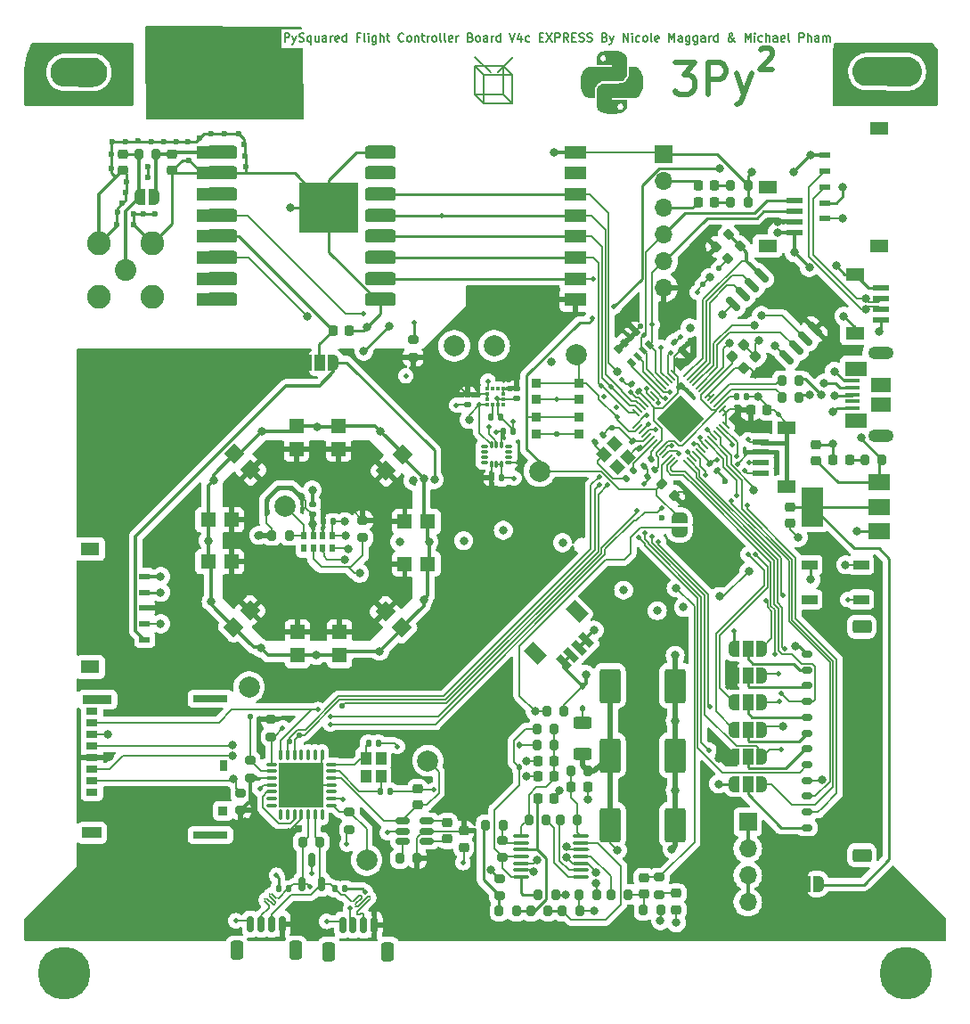
<source format=gbr>
%TF.GenerationSoftware,KiCad,Pcbnew,8.0.2-1*%
%TF.CreationDate,2024-09-20T01:44:26+01:00*%
%TF.ProjectId,FC_V4c_Express,46435f56-3463-45f4-9578-70726573732e,rev?*%
%TF.SameCoordinates,Original*%
%TF.FileFunction,Copper,L1,Top*%
%TF.FilePolarity,Positive*%
%FSLAX46Y46*%
G04 Gerber Fmt 4.6, Leading zero omitted, Abs format (unit mm)*
G04 Created by KiCad (PCBNEW 8.0.2-1) date 2024-09-20 01:44:26*
%MOMM*%
%LPD*%
G01*
G04 APERTURE LIST*
G04 Aperture macros list*
%AMRoundRect*
0 Rectangle with rounded corners*
0 $1 Rounding radius*
0 $2 $3 $4 $5 $6 $7 $8 $9 X,Y pos of 4 corners*
0 Add a 4 corners polygon primitive as box body*
4,1,4,$2,$3,$4,$5,$6,$7,$8,$9,$2,$3,0*
0 Add four circle primitives for the rounded corners*
1,1,$1+$1,$2,$3*
1,1,$1+$1,$4,$5*
1,1,$1+$1,$6,$7*
1,1,$1+$1,$8,$9*
0 Add four rect primitives between the rounded corners*
20,1,$1+$1,$2,$3,$4,$5,0*
20,1,$1+$1,$4,$5,$6,$7,0*
20,1,$1+$1,$6,$7,$8,$9,0*
20,1,$1+$1,$8,$9,$2,$3,0*%
%AMRotRect*
0 Rectangle, with rotation*
0 The origin of the aperture is its center*
0 $1 length*
0 $2 width*
0 $3 Rotation angle, in degrees counterclockwise*
0 Add horizontal line*
21,1,$1,$2,0,0,$3*%
%AMFreePoly0*
4,1,19,0.550000,-0.750000,0.000000,-0.750000,0.000000,-0.744911,-0.071157,-0.744911,-0.207708,-0.704816,-0.327430,-0.627875,-0.420627,-0.520320,-0.479746,-0.390866,-0.500000,-0.250000,-0.500000,0.250000,-0.479746,0.390866,-0.420627,0.520320,-0.327430,0.627875,-0.207708,0.704816,-0.071157,0.744911,0.000000,0.744911,0.000000,0.750000,0.550000,0.750000,0.550000,-0.750000,0.550000,-0.750000,
$1*%
%AMFreePoly1*
4,1,19,0.000000,0.744911,0.071157,0.744911,0.207708,0.704816,0.327430,0.627875,0.420627,0.520320,0.479746,0.390866,0.500000,0.250000,0.500000,-0.250000,0.479746,-0.390866,0.420627,-0.520320,0.327430,-0.627875,0.207708,-0.704816,0.071157,-0.744911,0.000000,-0.744911,0.000000,-0.750000,-0.550000,-0.750000,-0.550000,0.750000,0.000000,0.750000,0.000000,0.744911,0.000000,0.744911,
$1*%
%AMFreePoly2*
4,1,19,0.500000,-0.750000,0.000000,-0.750000,0.000000,-0.744911,-0.071157,-0.744911,-0.207708,-0.704816,-0.327430,-0.627875,-0.420627,-0.520320,-0.479746,-0.390866,-0.500000,-0.250000,-0.500000,0.250000,-0.479746,0.390866,-0.420627,0.520320,-0.327430,0.627875,-0.207708,0.704816,-0.071157,0.744911,0.000000,0.744911,0.000000,0.750000,0.500000,0.750000,0.500000,-0.750000,0.500000,-0.750000,
$1*%
%AMFreePoly3*
4,1,19,0.000000,0.744911,0.071157,0.744911,0.207708,0.704816,0.327430,0.627875,0.420627,0.520320,0.479746,0.390866,0.500000,0.250000,0.500000,-0.250000,0.479746,-0.390866,0.420627,-0.520320,0.327430,-0.627875,0.207708,-0.704816,0.071157,-0.744911,0.000000,-0.744911,0.000000,-0.750000,-0.500000,-0.750000,-0.500000,0.750000,0.000000,0.750000,0.000000,0.744911,0.000000,0.744911,
$1*%
G04 Aperture macros list end*
%TA.AperFunction,NonConductor*%
%ADD10C,0.200000*%
%TD*%
%ADD11C,0.500000*%
%TA.AperFunction,NonConductor*%
%ADD12C,0.500000*%
%TD*%
%ADD13C,0.200000*%
%TA.AperFunction,EtchedComponent*%
%ADD14C,0.000000*%
%TD*%
%TA.AperFunction,SMDPad,CuDef*%
%ADD15RotRect,1.200000X1.800000X45.000000*%
%TD*%
%TA.AperFunction,SMDPad,CuDef*%
%ADD16RotRect,0.600000X1.550000X45.000000*%
%TD*%
%TA.AperFunction,ComponentPad*%
%ADD17R,1.700000X1.700000*%
%TD*%
%TA.AperFunction,ComponentPad*%
%ADD18O,1.700000X1.700000*%
%TD*%
%TA.AperFunction,SMDPad,CuDef*%
%ADD19R,1.100000X0.700000*%
%TD*%
%TA.AperFunction,SMDPad,CuDef*%
%ADD20R,0.930000X0.900000*%
%TD*%
%TA.AperFunction,SMDPad,CuDef*%
%ADD21R,0.780000X1.050000*%
%TD*%
%TA.AperFunction,SMDPad,CuDef*%
%ADD22R,3.330000X0.700000*%
%TD*%
%TA.AperFunction,SMDPad,CuDef*%
%ADD23R,2.800000X0.860000*%
%TD*%
%TA.AperFunction,SMDPad,CuDef*%
%ADD24R,1.830000X1.140000*%
%TD*%
%TA.AperFunction,SMDPad,CuDef*%
%ADD25RoundRect,0.100000X0.637500X0.100000X-0.637500X0.100000X-0.637500X-0.100000X0.637500X-0.100000X0*%
%TD*%
%TA.AperFunction,SMDPad,CuDef*%
%ADD26RoundRect,0.200000X-0.200000X-0.275000X0.200000X-0.275000X0.200000X0.275000X-0.200000X0.275000X0*%
%TD*%
%TA.AperFunction,SMDPad,CuDef*%
%ADD27RoundRect,0.200000X-0.275000X0.200000X-0.275000X-0.200000X0.275000X-0.200000X0.275000X0.200000X0*%
%TD*%
%TA.AperFunction,SMDPad,CuDef*%
%ADD28RoundRect,0.200000X0.200000X0.275000X-0.200000X0.275000X-0.200000X-0.275000X0.200000X-0.275000X0*%
%TD*%
%TA.AperFunction,SMDPad,CuDef*%
%ADD29RoundRect,0.250000X-0.625000X0.312500X-0.625000X-0.312500X0.625000X-0.312500X0.625000X0.312500X0*%
%TD*%
%TA.AperFunction,SMDPad,CuDef*%
%ADD30RoundRect,0.112500X0.112500X-0.187500X0.112500X0.187500X-0.112500X0.187500X-0.112500X-0.187500X0*%
%TD*%
%TA.AperFunction,SMDPad,CuDef*%
%ADD31RoundRect,0.218750X0.256250X-0.218750X0.256250X0.218750X-0.256250X0.218750X-0.256250X-0.218750X0*%
%TD*%
%TA.AperFunction,SMDPad,CuDef*%
%ADD32RoundRect,0.225000X0.225000X0.250000X-0.225000X0.250000X-0.225000X-0.250000X0.225000X-0.250000X0*%
%TD*%
%TA.AperFunction,SMDPad,CuDef*%
%ADD33RoundRect,0.225000X-0.225000X-0.250000X0.225000X-0.250000X0.225000X0.250000X-0.225000X0.250000X0*%
%TD*%
%TA.AperFunction,SMDPad,CuDef*%
%ADD34RoundRect,0.225000X-0.250000X0.225000X-0.250000X-0.225000X0.250000X-0.225000X0.250000X0.225000X0*%
%TD*%
%TA.AperFunction,SMDPad,CuDef*%
%ADD35RoundRect,0.250000X-0.750000X-1.400000X0.750000X-1.400000X0.750000X1.400000X-0.750000X1.400000X0*%
%TD*%
%TA.AperFunction,SMDPad,CuDef*%
%ADD36FreePoly0,0.000000*%
%TD*%
%TA.AperFunction,SMDPad,CuDef*%
%ADD37R,1.000000X1.500000*%
%TD*%
%TA.AperFunction,SMDPad,CuDef*%
%ADD38FreePoly1,0.000000*%
%TD*%
%TA.AperFunction,SMDPad,CuDef*%
%ADD39RoundRect,0.140000X-0.021213X0.219203X-0.219203X0.021213X0.021213X-0.219203X0.219203X-0.021213X0*%
%TD*%
%TA.AperFunction,ComponentPad*%
%ADD40C,2.050000*%
%TD*%
%TA.AperFunction,ComponentPad*%
%ADD41C,2.250000*%
%TD*%
%TA.AperFunction,ComponentPad*%
%ADD42C,2.000000*%
%TD*%
%TA.AperFunction,ComponentPad*%
%ADD43C,5.000000*%
%TD*%
%TA.AperFunction,SMDPad,CuDef*%
%ADD44RoundRect,0.150000X0.150000X0.625000X-0.150000X0.625000X-0.150000X-0.625000X0.150000X-0.625000X0*%
%TD*%
%TA.AperFunction,SMDPad,CuDef*%
%ADD45RoundRect,0.250000X0.350000X0.650000X-0.350000X0.650000X-0.350000X-0.650000X0.350000X-0.650000X0*%
%TD*%
%TA.AperFunction,SMDPad,CuDef*%
%ADD46R,2.000000X1.500000*%
%TD*%
%TA.AperFunction,SMDPad,CuDef*%
%ADD47R,2.000000X3.800000*%
%TD*%
%TA.AperFunction,SMDPad,CuDef*%
%ADD48R,1.550000X0.600000*%
%TD*%
%TA.AperFunction,SMDPad,CuDef*%
%ADD49R,1.800000X1.200000*%
%TD*%
%TA.AperFunction,SMDPad,CuDef*%
%ADD50RotRect,1.400000X1.400000X45.000000*%
%TD*%
%TA.AperFunction,SMDPad,CuDef*%
%ADD51RoundRect,0.140000X0.021213X-0.219203X0.219203X-0.021213X-0.021213X0.219203X-0.219203X0.021213X0*%
%TD*%
%TA.AperFunction,SMDPad,CuDef*%
%ADD52FreePoly2,90.000000*%
%TD*%
%TA.AperFunction,SMDPad,CuDef*%
%ADD53FreePoly3,90.000000*%
%TD*%
%TA.AperFunction,SMDPad,CuDef*%
%ADD54RoundRect,0.218750X0.218750X0.256250X-0.218750X0.256250X-0.218750X-0.256250X0.218750X-0.256250X0*%
%TD*%
%TA.AperFunction,SMDPad,CuDef*%
%ADD55R,1.400000X1.400000*%
%TD*%
%TA.AperFunction,SMDPad,CuDef*%
%ADD56RotRect,0.800000X0.500000X135.000000*%
%TD*%
%TA.AperFunction,SMDPad,CuDef*%
%ADD57RotRect,0.800000X0.400000X135.000000*%
%TD*%
%TA.AperFunction,SMDPad,CuDef*%
%ADD58RoundRect,0.225000X0.250000X-0.225000X0.250000X0.225000X-0.250000X0.225000X-0.250000X-0.225000X0*%
%TD*%
%TA.AperFunction,SMDPad,CuDef*%
%ADD59RoundRect,0.218750X-0.218750X-0.256250X0.218750X-0.256250X0.218750X0.256250X-0.218750X0.256250X0*%
%TD*%
%TA.AperFunction,SMDPad,CuDef*%
%ADD60RoundRect,0.140000X0.170000X-0.140000X0.170000X0.140000X-0.170000X0.140000X-0.170000X-0.140000X0*%
%TD*%
%TA.AperFunction,SMDPad,CuDef*%
%ADD61R,0.900000X0.900000*%
%TD*%
%TA.AperFunction,SMDPad,CuDef*%
%ADD62RoundRect,0.140000X-0.140000X-0.170000X0.140000X-0.170000X0.140000X0.170000X-0.140000X0.170000X0*%
%TD*%
%TA.AperFunction,SMDPad,CuDef*%
%ADD63RoundRect,0.140000X-0.170000X0.140000X-0.170000X-0.140000X0.170000X-0.140000X0.170000X0.140000X0*%
%TD*%
%TA.AperFunction,SMDPad,CuDef*%
%ADD64RoundRect,0.225000X0.017678X-0.335876X0.335876X-0.017678X-0.017678X0.335876X-0.335876X0.017678X0*%
%TD*%
%TA.AperFunction,SMDPad,CuDef*%
%ADD65RoundRect,0.135000X-0.035355X0.226274X-0.226274X0.035355X0.035355X-0.226274X0.226274X-0.035355X0*%
%TD*%
%TA.AperFunction,SMDPad,CuDef*%
%ADD66RotRect,1.400000X1.400000X135.000000*%
%TD*%
%TA.AperFunction,SMDPad,CuDef*%
%ADD67RotRect,1.150000X1.000000X315.000000*%
%TD*%
%TA.AperFunction,SMDPad,CuDef*%
%ADD68RoundRect,0.140000X0.219203X0.021213X0.021213X0.219203X-0.219203X-0.021213X-0.021213X-0.219203X0*%
%TD*%
%TA.AperFunction,SMDPad,CuDef*%
%ADD69RoundRect,0.140000X0.140000X0.170000X-0.140000X0.170000X-0.140000X-0.170000X0.140000X-0.170000X0*%
%TD*%
%TA.AperFunction,SMDPad,CuDef*%
%ADD70R,1.000000X0.600000*%
%TD*%
%TA.AperFunction,SMDPad,CuDef*%
%ADD71R,1.800000X1.250000*%
%TD*%
%TA.AperFunction,SMDPad,CuDef*%
%ADD72FreePoly2,0.000000*%
%TD*%
%TA.AperFunction,SMDPad,CuDef*%
%ADD73FreePoly3,0.000000*%
%TD*%
%TA.AperFunction,SMDPad,CuDef*%
%ADD74R,1.000000X1.150000*%
%TD*%
%TA.AperFunction,SMDPad,CuDef*%
%ADD75RoundRect,0.150000X-0.512500X-0.150000X0.512500X-0.150000X0.512500X0.150000X-0.512500X0.150000X0*%
%TD*%
%TA.AperFunction,SMDPad,CuDef*%
%ADD76RoundRect,0.150000X0.150000X-0.512500X0.150000X0.512500X-0.150000X0.512500X-0.150000X-0.512500X0*%
%TD*%
%TA.AperFunction,SMDPad,CuDef*%
%ADD77RoundRect,0.200000X0.053033X-0.335876X0.335876X-0.053033X-0.053033X0.335876X-0.335876X0.053033X0*%
%TD*%
%TA.AperFunction,SMDPad,CuDef*%
%ADD78R,2.000000X1.300000*%
%TD*%
%TA.AperFunction,SMDPad,CuDef*%
%ADD79R,5.699999X4.800001*%
%TD*%
%TA.AperFunction,SMDPad,CuDef*%
%ADD80RoundRect,0.087500X-0.225000X-0.087500X0.225000X-0.087500X0.225000X0.087500X-0.225000X0.087500X0*%
%TD*%
%TA.AperFunction,SMDPad,CuDef*%
%ADD81RoundRect,0.087500X-0.087500X-0.225000X0.087500X-0.225000X0.087500X0.225000X-0.087500X0.225000X0*%
%TD*%
%TA.AperFunction,SMDPad,CuDef*%
%ADD82RoundRect,0.150000X-0.565685X0.353553X0.353553X-0.565685X0.565685X-0.353553X-0.353553X0.565685X0*%
%TD*%
%TA.AperFunction,SMDPad,CuDef*%
%ADD83RoundRect,0.140000X-0.219203X-0.021213X-0.021213X-0.219203X0.219203X0.021213X0.021213X0.219203X0*%
%TD*%
%TA.AperFunction,SMDPad,CuDef*%
%ADD84R,1.500000X0.900000*%
%TD*%
%TA.AperFunction,SMDPad,CuDef*%
%ADD85RotRect,1.400000X1.400000X315.000000*%
%TD*%
%TA.AperFunction,SMDPad,CuDef*%
%ADD86RoundRect,0.125000X0.000000X-0.176777X0.176777X0.000000X0.000000X0.176777X-0.176777X0.000000X0*%
%TD*%
%TA.AperFunction,SMDPad,CuDef*%
%ADD87RoundRect,0.200000X0.335876X0.053033X0.053033X0.335876X-0.335876X-0.053033X-0.053033X-0.335876X0*%
%TD*%
%TA.AperFunction,SMDPad,CuDef*%
%ADD88RoundRect,0.200000X0.275000X-0.200000X0.275000X0.200000X-0.275000X0.200000X-0.275000X-0.200000X0*%
%TD*%
%TA.AperFunction,SMDPad,CuDef*%
%ADD89RoundRect,0.050000X-0.309359X0.238649X0.238649X-0.309359X0.309359X-0.238649X-0.238649X0.309359X0*%
%TD*%
%TA.AperFunction,SMDPad,CuDef*%
%ADD90RoundRect,0.050000X-0.309359X-0.238649X-0.238649X-0.309359X0.309359X0.238649X0.238649X0.309359X0*%
%TD*%
%TA.AperFunction,ComponentPad*%
%ADD91C,0.500000*%
%TD*%
%TA.AperFunction,SMDPad,CuDef*%
%ADD92RotRect,3.200000X3.200000X315.000000*%
%TD*%
%TA.AperFunction,SMDPad,CuDef*%
%ADD93RoundRect,0.317500X1.157500X0.317500X-1.157500X0.317500X-1.157500X-0.317500X1.157500X-0.317500X0*%
%TD*%
%TA.AperFunction,SMDPad,CuDef*%
%ADD94R,0.375000X0.350000*%
%TD*%
%TA.AperFunction,SMDPad,CuDef*%
%ADD95R,0.350000X0.375000*%
%TD*%
%TA.AperFunction,SMDPad,CuDef*%
%ADD96RoundRect,0.075000X-0.437500X-0.075000X0.437500X-0.075000X0.437500X0.075000X-0.437500X0.075000X0*%
%TD*%
%TA.AperFunction,SMDPad,CuDef*%
%ADD97RoundRect,0.075000X-0.075000X-0.437500X0.075000X-0.437500X0.075000X0.437500X-0.075000X0.437500X0*%
%TD*%
%TA.AperFunction,SMDPad,CuDef*%
%ADD98R,4.250000X4.250000*%
%TD*%
%TA.AperFunction,SMDPad,CuDef*%
%ADD99RotRect,1.400000X1.400000X225.000000*%
%TD*%
%TA.AperFunction,SMDPad,CuDef*%
%ADD100R,0.500000X0.800000*%
%TD*%
%TA.AperFunction,SMDPad,CuDef*%
%ADD101RoundRect,0.150000X0.350000X-0.150000X0.350000X0.150000X-0.350000X0.150000X-0.350000X-0.150000X0*%
%TD*%
%TA.AperFunction,SMDPad,CuDef*%
%ADD102RoundRect,0.250000X0.650000X-0.375000X0.650000X0.375000X-0.650000X0.375000X-0.650000X-0.375000X0*%
%TD*%
%TA.AperFunction,SMDPad,CuDef*%
%ADD103RoundRect,0.200000X-0.053033X0.335876X-0.335876X0.053033X0.053033X-0.335876X0.335876X-0.053033X0*%
%TD*%
%TA.AperFunction,SMDPad,CuDef*%
%ADD104R,1.380000X0.450000*%
%TD*%
%TA.AperFunction,ComponentPad*%
%ADD105O,2.416000X1.208000*%
%TD*%
%TA.AperFunction,SMDPad,CuDef*%
%ADD106R,2.100000X1.475000*%
%TD*%
%TA.AperFunction,SMDPad,CuDef*%
%ADD107R,1.900000X1.375000*%
%TD*%
%TA.AperFunction,ViaPad*%
%ADD108C,0.800000*%
%TD*%
%TA.AperFunction,ViaPad*%
%ADD109C,0.600000*%
%TD*%
%TA.AperFunction,ViaPad*%
%ADD110C,0.460000*%
%TD*%
%TA.AperFunction,ViaPad*%
%ADD111C,0.560000*%
%TD*%
%TA.AperFunction,Conductor*%
%ADD112C,0.300000*%
%TD*%
%TA.AperFunction,Conductor*%
%ADD113C,0.500000*%
%TD*%
%TA.AperFunction,Conductor*%
%ADD114C,0.200000*%
%TD*%
%TA.AperFunction,Conductor*%
%ADD115C,0.152400*%
%TD*%
%TA.AperFunction,Conductor*%
%ADD116C,0.127000*%
%TD*%
%TA.AperFunction,Conductor*%
%ADD117C,0.250000*%
%TD*%
%TA.AperFunction,Conductor*%
%ADD118C,0.400000*%
%TD*%
%TA.AperFunction,Conductor*%
%ADD119C,0.342392*%
%TD*%
G04 APERTURE END LIST*
D10*
X187190000Y-55370000D02*
X186340000Y-54520000D01*
X189040000Y-51820000D02*
X189890000Y-52670000D01*
X187840000Y-52410000D02*
X186360000Y-50930000D01*
X186340000Y-54520000D02*
X189040000Y-54520000D01*
X187190000Y-52670000D02*
X187190000Y-55370000D01*
X189890000Y-52670000D02*
X187190000Y-52670000D01*
X189040000Y-51820000D02*
X186340000Y-51820000D01*
X188520000Y-52390000D02*
X189990000Y-50920000D01*
X189040000Y-54520000D02*
X189040000Y-51820000D01*
X186340000Y-54520000D02*
X186340000Y-51820000D01*
X186340000Y-51820000D02*
X187190000Y-52670000D01*
X187190000Y-55370000D02*
X189890000Y-55370000D01*
X189040000Y-54520000D02*
X189890000Y-55370000D01*
X189890000Y-55370000D02*
X189890000Y-52670000D01*
D11*
D12*
X213498571Y-50289714D02*
X213593809Y-50194476D01*
X213593809Y-50194476D02*
X213784285Y-50099238D01*
X213784285Y-50099238D02*
X214260476Y-50099238D01*
X214260476Y-50099238D02*
X214450952Y-50194476D01*
X214450952Y-50194476D02*
X214546190Y-50289714D01*
X214546190Y-50289714D02*
X214641428Y-50480190D01*
X214641428Y-50480190D02*
X214641428Y-50670666D01*
X214641428Y-50670666D02*
X214546190Y-50956380D01*
X214546190Y-50956380D02*
X213403333Y-52099238D01*
X213403333Y-52099238D02*
X214641428Y-52099238D01*
D11*
D12*
X205367143Y-51481857D02*
X207224286Y-51481857D01*
X207224286Y-51481857D02*
X206224286Y-52624714D01*
X206224286Y-52624714D02*
X206652857Y-52624714D01*
X206652857Y-52624714D02*
X206938572Y-52767571D01*
X206938572Y-52767571D02*
X207081429Y-52910428D01*
X207081429Y-52910428D02*
X207224286Y-53196142D01*
X207224286Y-53196142D02*
X207224286Y-53910428D01*
X207224286Y-53910428D02*
X207081429Y-54196142D01*
X207081429Y-54196142D02*
X206938572Y-54339000D01*
X206938572Y-54339000D02*
X206652857Y-54481857D01*
X206652857Y-54481857D02*
X205795714Y-54481857D01*
X205795714Y-54481857D02*
X205510000Y-54339000D01*
X205510000Y-54339000D02*
X205367143Y-54196142D01*
X208510000Y-54481857D02*
X208510000Y-51481857D01*
X208510000Y-51481857D02*
X209652857Y-51481857D01*
X209652857Y-51481857D02*
X209938572Y-51624714D01*
X209938572Y-51624714D02*
X210081429Y-51767571D01*
X210081429Y-51767571D02*
X210224286Y-52053285D01*
X210224286Y-52053285D02*
X210224286Y-52481857D01*
X210224286Y-52481857D02*
X210081429Y-52767571D01*
X210081429Y-52767571D02*
X209938572Y-52910428D01*
X209938572Y-52910428D02*
X209652857Y-53053285D01*
X209652857Y-53053285D02*
X208510000Y-53053285D01*
X211224286Y-52481857D02*
X211938572Y-54481857D01*
X212652857Y-52481857D02*
X211938572Y-54481857D01*
X211938572Y-54481857D02*
X211652857Y-55196142D01*
X211652857Y-55196142D02*
X211510000Y-55339000D01*
X211510000Y-55339000D02*
X211224286Y-55481857D01*
D13*
D10*
X168276184Y-49491695D02*
X168276184Y-48691695D01*
X168276184Y-48691695D02*
X168580946Y-48691695D01*
X168580946Y-48691695D02*
X168657136Y-48729790D01*
X168657136Y-48729790D02*
X168695231Y-48767885D01*
X168695231Y-48767885D02*
X168733327Y-48844076D01*
X168733327Y-48844076D02*
X168733327Y-48958361D01*
X168733327Y-48958361D02*
X168695231Y-49034552D01*
X168695231Y-49034552D02*
X168657136Y-49072647D01*
X168657136Y-49072647D02*
X168580946Y-49110742D01*
X168580946Y-49110742D02*
X168276184Y-49110742D01*
X168999993Y-48958361D02*
X169190469Y-49491695D01*
X169380946Y-48958361D02*
X169190469Y-49491695D01*
X169190469Y-49491695D02*
X169114279Y-49682171D01*
X169114279Y-49682171D02*
X169076184Y-49720266D01*
X169076184Y-49720266D02*
X168999993Y-49758361D01*
X169647612Y-49453600D02*
X169761898Y-49491695D01*
X169761898Y-49491695D02*
X169952374Y-49491695D01*
X169952374Y-49491695D02*
X170028565Y-49453600D01*
X170028565Y-49453600D02*
X170066660Y-49415504D01*
X170066660Y-49415504D02*
X170104755Y-49339314D01*
X170104755Y-49339314D02*
X170104755Y-49263123D01*
X170104755Y-49263123D02*
X170066660Y-49186933D01*
X170066660Y-49186933D02*
X170028565Y-49148838D01*
X170028565Y-49148838D02*
X169952374Y-49110742D01*
X169952374Y-49110742D02*
X169799993Y-49072647D01*
X169799993Y-49072647D02*
X169723803Y-49034552D01*
X169723803Y-49034552D02*
X169685708Y-48996457D01*
X169685708Y-48996457D02*
X169647612Y-48920266D01*
X169647612Y-48920266D02*
X169647612Y-48844076D01*
X169647612Y-48844076D02*
X169685708Y-48767885D01*
X169685708Y-48767885D02*
X169723803Y-48729790D01*
X169723803Y-48729790D02*
X169799993Y-48691695D01*
X169799993Y-48691695D02*
X169990470Y-48691695D01*
X169990470Y-48691695D02*
X170104755Y-48729790D01*
X170790470Y-48958361D02*
X170790470Y-49758361D01*
X170790470Y-49453600D02*
X170714279Y-49491695D01*
X170714279Y-49491695D02*
X170561898Y-49491695D01*
X170561898Y-49491695D02*
X170485708Y-49453600D01*
X170485708Y-49453600D02*
X170447613Y-49415504D01*
X170447613Y-49415504D02*
X170409517Y-49339314D01*
X170409517Y-49339314D02*
X170409517Y-49110742D01*
X170409517Y-49110742D02*
X170447613Y-49034552D01*
X170447613Y-49034552D02*
X170485708Y-48996457D01*
X170485708Y-48996457D02*
X170561898Y-48958361D01*
X170561898Y-48958361D02*
X170714279Y-48958361D01*
X170714279Y-48958361D02*
X170790470Y-48996457D01*
X171514280Y-48958361D02*
X171514280Y-49491695D01*
X171171423Y-48958361D02*
X171171423Y-49377409D01*
X171171423Y-49377409D02*
X171209518Y-49453600D01*
X171209518Y-49453600D02*
X171285708Y-49491695D01*
X171285708Y-49491695D02*
X171399994Y-49491695D01*
X171399994Y-49491695D02*
X171476185Y-49453600D01*
X171476185Y-49453600D02*
X171514280Y-49415504D01*
X172238090Y-49491695D02*
X172238090Y-49072647D01*
X172238090Y-49072647D02*
X172199995Y-48996457D01*
X172199995Y-48996457D02*
X172123804Y-48958361D01*
X172123804Y-48958361D02*
X171971423Y-48958361D01*
X171971423Y-48958361D02*
X171895233Y-48996457D01*
X172238090Y-49453600D02*
X172161899Y-49491695D01*
X172161899Y-49491695D02*
X171971423Y-49491695D01*
X171971423Y-49491695D02*
X171895233Y-49453600D01*
X171895233Y-49453600D02*
X171857137Y-49377409D01*
X171857137Y-49377409D02*
X171857137Y-49301219D01*
X171857137Y-49301219D02*
X171895233Y-49225028D01*
X171895233Y-49225028D02*
X171971423Y-49186933D01*
X171971423Y-49186933D02*
X172161899Y-49186933D01*
X172161899Y-49186933D02*
X172238090Y-49148838D01*
X172619043Y-49491695D02*
X172619043Y-48958361D01*
X172619043Y-49110742D02*
X172657138Y-49034552D01*
X172657138Y-49034552D02*
X172695233Y-48996457D01*
X172695233Y-48996457D02*
X172771424Y-48958361D01*
X172771424Y-48958361D02*
X172847614Y-48958361D01*
X173419043Y-49453600D02*
X173342852Y-49491695D01*
X173342852Y-49491695D02*
X173190471Y-49491695D01*
X173190471Y-49491695D02*
X173114281Y-49453600D01*
X173114281Y-49453600D02*
X173076185Y-49377409D01*
X173076185Y-49377409D02*
X173076185Y-49072647D01*
X173076185Y-49072647D02*
X173114281Y-48996457D01*
X173114281Y-48996457D02*
X173190471Y-48958361D01*
X173190471Y-48958361D02*
X173342852Y-48958361D01*
X173342852Y-48958361D02*
X173419043Y-48996457D01*
X173419043Y-48996457D02*
X173457138Y-49072647D01*
X173457138Y-49072647D02*
X173457138Y-49148838D01*
X173457138Y-49148838D02*
X173076185Y-49225028D01*
X174142852Y-49491695D02*
X174142852Y-48691695D01*
X174142852Y-49453600D02*
X174066661Y-49491695D01*
X174066661Y-49491695D02*
X173914280Y-49491695D01*
X173914280Y-49491695D02*
X173838090Y-49453600D01*
X173838090Y-49453600D02*
X173799995Y-49415504D01*
X173799995Y-49415504D02*
X173761899Y-49339314D01*
X173761899Y-49339314D02*
X173761899Y-49110742D01*
X173761899Y-49110742D02*
X173799995Y-49034552D01*
X173799995Y-49034552D02*
X173838090Y-48996457D01*
X173838090Y-48996457D02*
X173914280Y-48958361D01*
X173914280Y-48958361D02*
X174066661Y-48958361D01*
X174066661Y-48958361D02*
X174142852Y-48996457D01*
X175399995Y-49072647D02*
X175133329Y-49072647D01*
X175133329Y-49491695D02*
X175133329Y-48691695D01*
X175133329Y-48691695D02*
X175514281Y-48691695D01*
X175933328Y-49491695D02*
X175857138Y-49453600D01*
X175857138Y-49453600D02*
X175819043Y-49377409D01*
X175819043Y-49377409D02*
X175819043Y-48691695D01*
X176238091Y-49491695D02*
X176238091Y-48958361D01*
X176238091Y-48691695D02*
X176199995Y-48729790D01*
X176199995Y-48729790D02*
X176238091Y-48767885D01*
X176238091Y-48767885D02*
X176276186Y-48729790D01*
X176276186Y-48729790D02*
X176238091Y-48691695D01*
X176238091Y-48691695D02*
X176238091Y-48767885D01*
X176961900Y-48958361D02*
X176961900Y-49605980D01*
X176961900Y-49605980D02*
X176923805Y-49682171D01*
X176923805Y-49682171D02*
X176885709Y-49720266D01*
X176885709Y-49720266D02*
X176809519Y-49758361D01*
X176809519Y-49758361D02*
X176695233Y-49758361D01*
X176695233Y-49758361D02*
X176619043Y-49720266D01*
X176961900Y-49453600D02*
X176885709Y-49491695D01*
X176885709Y-49491695D02*
X176733328Y-49491695D01*
X176733328Y-49491695D02*
X176657138Y-49453600D01*
X176657138Y-49453600D02*
X176619043Y-49415504D01*
X176619043Y-49415504D02*
X176580947Y-49339314D01*
X176580947Y-49339314D02*
X176580947Y-49110742D01*
X176580947Y-49110742D02*
X176619043Y-49034552D01*
X176619043Y-49034552D02*
X176657138Y-48996457D01*
X176657138Y-48996457D02*
X176733328Y-48958361D01*
X176733328Y-48958361D02*
X176885709Y-48958361D01*
X176885709Y-48958361D02*
X176961900Y-48996457D01*
X177342853Y-49491695D02*
X177342853Y-48691695D01*
X177685710Y-49491695D02*
X177685710Y-49072647D01*
X177685710Y-49072647D02*
X177647615Y-48996457D01*
X177647615Y-48996457D02*
X177571424Y-48958361D01*
X177571424Y-48958361D02*
X177457138Y-48958361D01*
X177457138Y-48958361D02*
X177380948Y-48996457D01*
X177380948Y-48996457D02*
X177342853Y-49034552D01*
X177952377Y-48958361D02*
X178257139Y-48958361D01*
X178066663Y-48691695D02*
X178066663Y-49377409D01*
X178066663Y-49377409D02*
X178104758Y-49453600D01*
X178104758Y-49453600D02*
X178180948Y-49491695D01*
X178180948Y-49491695D02*
X178257139Y-49491695D01*
X179590473Y-49415504D02*
X179552377Y-49453600D01*
X179552377Y-49453600D02*
X179438092Y-49491695D01*
X179438092Y-49491695D02*
X179361901Y-49491695D01*
X179361901Y-49491695D02*
X179247615Y-49453600D01*
X179247615Y-49453600D02*
X179171425Y-49377409D01*
X179171425Y-49377409D02*
X179133330Y-49301219D01*
X179133330Y-49301219D02*
X179095234Y-49148838D01*
X179095234Y-49148838D02*
X179095234Y-49034552D01*
X179095234Y-49034552D02*
X179133330Y-48882171D01*
X179133330Y-48882171D02*
X179171425Y-48805980D01*
X179171425Y-48805980D02*
X179247615Y-48729790D01*
X179247615Y-48729790D02*
X179361901Y-48691695D01*
X179361901Y-48691695D02*
X179438092Y-48691695D01*
X179438092Y-48691695D02*
X179552377Y-48729790D01*
X179552377Y-48729790D02*
X179590473Y-48767885D01*
X180047615Y-49491695D02*
X179971425Y-49453600D01*
X179971425Y-49453600D02*
X179933330Y-49415504D01*
X179933330Y-49415504D02*
X179895234Y-49339314D01*
X179895234Y-49339314D02*
X179895234Y-49110742D01*
X179895234Y-49110742D02*
X179933330Y-49034552D01*
X179933330Y-49034552D02*
X179971425Y-48996457D01*
X179971425Y-48996457D02*
X180047615Y-48958361D01*
X180047615Y-48958361D02*
X180161901Y-48958361D01*
X180161901Y-48958361D02*
X180238092Y-48996457D01*
X180238092Y-48996457D02*
X180276187Y-49034552D01*
X180276187Y-49034552D02*
X180314282Y-49110742D01*
X180314282Y-49110742D02*
X180314282Y-49339314D01*
X180314282Y-49339314D02*
X180276187Y-49415504D01*
X180276187Y-49415504D02*
X180238092Y-49453600D01*
X180238092Y-49453600D02*
X180161901Y-49491695D01*
X180161901Y-49491695D02*
X180047615Y-49491695D01*
X180657140Y-48958361D02*
X180657140Y-49491695D01*
X180657140Y-49034552D02*
X180695235Y-48996457D01*
X180695235Y-48996457D02*
X180771425Y-48958361D01*
X180771425Y-48958361D02*
X180885711Y-48958361D01*
X180885711Y-48958361D02*
X180961902Y-48996457D01*
X180961902Y-48996457D02*
X180999997Y-49072647D01*
X180999997Y-49072647D02*
X180999997Y-49491695D01*
X181266664Y-48958361D02*
X181571426Y-48958361D01*
X181380950Y-48691695D02*
X181380950Y-49377409D01*
X181380950Y-49377409D02*
X181419045Y-49453600D01*
X181419045Y-49453600D02*
X181495235Y-49491695D01*
X181495235Y-49491695D02*
X181571426Y-49491695D01*
X181838093Y-49491695D02*
X181838093Y-48958361D01*
X181838093Y-49110742D02*
X181876188Y-49034552D01*
X181876188Y-49034552D02*
X181914283Y-48996457D01*
X181914283Y-48996457D02*
X181990474Y-48958361D01*
X181990474Y-48958361D02*
X182066664Y-48958361D01*
X182447616Y-49491695D02*
X182371426Y-49453600D01*
X182371426Y-49453600D02*
X182333331Y-49415504D01*
X182333331Y-49415504D02*
X182295235Y-49339314D01*
X182295235Y-49339314D02*
X182295235Y-49110742D01*
X182295235Y-49110742D02*
X182333331Y-49034552D01*
X182333331Y-49034552D02*
X182371426Y-48996457D01*
X182371426Y-48996457D02*
X182447616Y-48958361D01*
X182447616Y-48958361D02*
X182561902Y-48958361D01*
X182561902Y-48958361D02*
X182638093Y-48996457D01*
X182638093Y-48996457D02*
X182676188Y-49034552D01*
X182676188Y-49034552D02*
X182714283Y-49110742D01*
X182714283Y-49110742D02*
X182714283Y-49339314D01*
X182714283Y-49339314D02*
X182676188Y-49415504D01*
X182676188Y-49415504D02*
X182638093Y-49453600D01*
X182638093Y-49453600D02*
X182561902Y-49491695D01*
X182561902Y-49491695D02*
X182447616Y-49491695D01*
X183171426Y-49491695D02*
X183095236Y-49453600D01*
X183095236Y-49453600D02*
X183057141Y-49377409D01*
X183057141Y-49377409D02*
X183057141Y-48691695D01*
X183590474Y-49491695D02*
X183514284Y-49453600D01*
X183514284Y-49453600D02*
X183476189Y-49377409D01*
X183476189Y-49377409D02*
X183476189Y-48691695D01*
X184199999Y-49453600D02*
X184123808Y-49491695D01*
X184123808Y-49491695D02*
X183971427Y-49491695D01*
X183971427Y-49491695D02*
X183895237Y-49453600D01*
X183895237Y-49453600D02*
X183857141Y-49377409D01*
X183857141Y-49377409D02*
X183857141Y-49072647D01*
X183857141Y-49072647D02*
X183895237Y-48996457D01*
X183895237Y-48996457D02*
X183971427Y-48958361D01*
X183971427Y-48958361D02*
X184123808Y-48958361D01*
X184123808Y-48958361D02*
X184199999Y-48996457D01*
X184199999Y-48996457D02*
X184238094Y-49072647D01*
X184238094Y-49072647D02*
X184238094Y-49148838D01*
X184238094Y-49148838D02*
X183857141Y-49225028D01*
X184580951Y-49491695D02*
X184580951Y-48958361D01*
X184580951Y-49110742D02*
X184619046Y-49034552D01*
X184619046Y-49034552D02*
X184657141Y-48996457D01*
X184657141Y-48996457D02*
X184733332Y-48958361D01*
X184733332Y-48958361D02*
X184809522Y-48958361D01*
X185952379Y-49072647D02*
X186066665Y-49110742D01*
X186066665Y-49110742D02*
X186104760Y-49148838D01*
X186104760Y-49148838D02*
X186142856Y-49225028D01*
X186142856Y-49225028D02*
X186142856Y-49339314D01*
X186142856Y-49339314D02*
X186104760Y-49415504D01*
X186104760Y-49415504D02*
X186066665Y-49453600D01*
X186066665Y-49453600D02*
X185990475Y-49491695D01*
X185990475Y-49491695D02*
X185685713Y-49491695D01*
X185685713Y-49491695D02*
X185685713Y-48691695D01*
X185685713Y-48691695D02*
X185952379Y-48691695D01*
X185952379Y-48691695D02*
X186028570Y-48729790D01*
X186028570Y-48729790D02*
X186066665Y-48767885D01*
X186066665Y-48767885D02*
X186104760Y-48844076D01*
X186104760Y-48844076D02*
X186104760Y-48920266D01*
X186104760Y-48920266D02*
X186066665Y-48996457D01*
X186066665Y-48996457D02*
X186028570Y-49034552D01*
X186028570Y-49034552D02*
X185952379Y-49072647D01*
X185952379Y-49072647D02*
X185685713Y-49072647D01*
X186599998Y-49491695D02*
X186523808Y-49453600D01*
X186523808Y-49453600D02*
X186485713Y-49415504D01*
X186485713Y-49415504D02*
X186447617Y-49339314D01*
X186447617Y-49339314D02*
X186447617Y-49110742D01*
X186447617Y-49110742D02*
X186485713Y-49034552D01*
X186485713Y-49034552D02*
X186523808Y-48996457D01*
X186523808Y-48996457D02*
X186599998Y-48958361D01*
X186599998Y-48958361D02*
X186714284Y-48958361D01*
X186714284Y-48958361D02*
X186790475Y-48996457D01*
X186790475Y-48996457D02*
X186828570Y-49034552D01*
X186828570Y-49034552D02*
X186866665Y-49110742D01*
X186866665Y-49110742D02*
X186866665Y-49339314D01*
X186866665Y-49339314D02*
X186828570Y-49415504D01*
X186828570Y-49415504D02*
X186790475Y-49453600D01*
X186790475Y-49453600D02*
X186714284Y-49491695D01*
X186714284Y-49491695D02*
X186599998Y-49491695D01*
X187552380Y-49491695D02*
X187552380Y-49072647D01*
X187552380Y-49072647D02*
X187514285Y-48996457D01*
X187514285Y-48996457D02*
X187438094Y-48958361D01*
X187438094Y-48958361D02*
X187285713Y-48958361D01*
X187285713Y-48958361D02*
X187209523Y-48996457D01*
X187552380Y-49453600D02*
X187476189Y-49491695D01*
X187476189Y-49491695D02*
X187285713Y-49491695D01*
X187285713Y-49491695D02*
X187209523Y-49453600D01*
X187209523Y-49453600D02*
X187171427Y-49377409D01*
X187171427Y-49377409D02*
X187171427Y-49301219D01*
X187171427Y-49301219D02*
X187209523Y-49225028D01*
X187209523Y-49225028D02*
X187285713Y-49186933D01*
X187285713Y-49186933D02*
X187476189Y-49186933D01*
X187476189Y-49186933D02*
X187552380Y-49148838D01*
X187933333Y-49491695D02*
X187933333Y-48958361D01*
X187933333Y-49110742D02*
X187971428Y-49034552D01*
X187971428Y-49034552D02*
X188009523Y-48996457D01*
X188009523Y-48996457D02*
X188085714Y-48958361D01*
X188085714Y-48958361D02*
X188161904Y-48958361D01*
X188771428Y-49491695D02*
X188771428Y-48691695D01*
X188771428Y-49453600D02*
X188695237Y-49491695D01*
X188695237Y-49491695D02*
X188542856Y-49491695D01*
X188542856Y-49491695D02*
X188466666Y-49453600D01*
X188466666Y-49453600D02*
X188428571Y-49415504D01*
X188428571Y-49415504D02*
X188390475Y-49339314D01*
X188390475Y-49339314D02*
X188390475Y-49110742D01*
X188390475Y-49110742D02*
X188428571Y-49034552D01*
X188428571Y-49034552D02*
X188466666Y-48996457D01*
X188466666Y-48996457D02*
X188542856Y-48958361D01*
X188542856Y-48958361D02*
X188695237Y-48958361D01*
X188695237Y-48958361D02*
X188771428Y-48996457D01*
X189647619Y-48691695D02*
X189914286Y-49491695D01*
X189914286Y-49491695D02*
X190180952Y-48691695D01*
X190790476Y-48958361D02*
X190790476Y-49491695D01*
X190600000Y-48653600D02*
X190409523Y-49225028D01*
X190409523Y-49225028D02*
X190904762Y-49225028D01*
X191552381Y-49453600D02*
X191476190Y-49491695D01*
X191476190Y-49491695D02*
X191323809Y-49491695D01*
X191323809Y-49491695D02*
X191247619Y-49453600D01*
X191247619Y-49453600D02*
X191209524Y-49415504D01*
X191209524Y-49415504D02*
X191171428Y-49339314D01*
X191171428Y-49339314D02*
X191171428Y-49110742D01*
X191171428Y-49110742D02*
X191209524Y-49034552D01*
X191209524Y-49034552D02*
X191247619Y-48996457D01*
X191247619Y-48996457D02*
X191323809Y-48958361D01*
X191323809Y-48958361D02*
X191476190Y-48958361D01*
X191476190Y-48958361D02*
X191552381Y-48996457D01*
X192504762Y-49072647D02*
X192771428Y-49072647D01*
X192885714Y-49491695D02*
X192504762Y-49491695D01*
X192504762Y-49491695D02*
X192504762Y-48691695D01*
X192504762Y-48691695D02*
X192885714Y-48691695D01*
X193152381Y-48691695D02*
X193685715Y-49491695D01*
X193685715Y-48691695D02*
X193152381Y-49491695D01*
X193990477Y-49491695D02*
X193990477Y-48691695D01*
X193990477Y-48691695D02*
X194295239Y-48691695D01*
X194295239Y-48691695D02*
X194371429Y-48729790D01*
X194371429Y-48729790D02*
X194409524Y-48767885D01*
X194409524Y-48767885D02*
X194447620Y-48844076D01*
X194447620Y-48844076D02*
X194447620Y-48958361D01*
X194447620Y-48958361D02*
X194409524Y-49034552D01*
X194409524Y-49034552D02*
X194371429Y-49072647D01*
X194371429Y-49072647D02*
X194295239Y-49110742D01*
X194295239Y-49110742D02*
X193990477Y-49110742D01*
X195247620Y-49491695D02*
X194980953Y-49110742D01*
X194790477Y-49491695D02*
X194790477Y-48691695D01*
X194790477Y-48691695D02*
X195095239Y-48691695D01*
X195095239Y-48691695D02*
X195171429Y-48729790D01*
X195171429Y-48729790D02*
X195209524Y-48767885D01*
X195209524Y-48767885D02*
X195247620Y-48844076D01*
X195247620Y-48844076D02*
X195247620Y-48958361D01*
X195247620Y-48958361D02*
X195209524Y-49034552D01*
X195209524Y-49034552D02*
X195171429Y-49072647D01*
X195171429Y-49072647D02*
X195095239Y-49110742D01*
X195095239Y-49110742D02*
X194790477Y-49110742D01*
X195590477Y-49072647D02*
X195857143Y-49072647D01*
X195971429Y-49491695D02*
X195590477Y-49491695D01*
X195590477Y-49491695D02*
X195590477Y-48691695D01*
X195590477Y-48691695D02*
X195971429Y-48691695D01*
X196276191Y-49453600D02*
X196390477Y-49491695D01*
X196390477Y-49491695D02*
X196580953Y-49491695D01*
X196580953Y-49491695D02*
X196657144Y-49453600D01*
X196657144Y-49453600D02*
X196695239Y-49415504D01*
X196695239Y-49415504D02*
X196733334Y-49339314D01*
X196733334Y-49339314D02*
X196733334Y-49263123D01*
X196733334Y-49263123D02*
X196695239Y-49186933D01*
X196695239Y-49186933D02*
X196657144Y-49148838D01*
X196657144Y-49148838D02*
X196580953Y-49110742D01*
X196580953Y-49110742D02*
X196428572Y-49072647D01*
X196428572Y-49072647D02*
X196352382Y-49034552D01*
X196352382Y-49034552D02*
X196314287Y-48996457D01*
X196314287Y-48996457D02*
X196276191Y-48920266D01*
X196276191Y-48920266D02*
X196276191Y-48844076D01*
X196276191Y-48844076D02*
X196314287Y-48767885D01*
X196314287Y-48767885D02*
X196352382Y-48729790D01*
X196352382Y-48729790D02*
X196428572Y-48691695D01*
X196428572Y-48691695D02*
X196619049Y-48691695D01*
X196619049Y-48691695D02*
X196733334Y-48729790D01*
X197038096Y-49453600D02*
X197152382Y-49491695D01*
X197152382Y-49491695D02*
X197342858Y-49491695D01*
X197342858Y-49491695D02*
X197419049Y-49453600D01*
X197419049Y-49453600D02*
X197457144Y-49415504D01*
X197457144Y-49415504D02*
X197495239Y-49339314D01*
X197495239Y-49339314D02*
X197495239Y-49263123D01*
X197495239Y-49263123D02*
X197457144Y-49186933D01*
X197457144Y-49186933D02*
X197419049Y-49148838D01*
X197419049Y-49148838D02*
X197342858Y-49110742D01*
X197342858Y-49110742D02*
X197190477Y-49072647D01*
X197190477Y-49072647D02*
X197114287Y-49034552D01*
X197114287Y-49034552D02*
X197076192Y-48996457D01*
X197076192Y-48996457D02*
X197038096Y-48920266D01*
X197038096Y-48920266D02*
X197038096Y-48844076D01*
X197038096Y-48844076D02*
X197076192Y-48767885D01*
X197076192Y-48767885D02*
X197114287Y-48729790D01*
X197114287Y-48729790D02*
X197190477Y-48691695D01*
X197190477Y-48691695D02*
X197380954Y-48691695D01*
X197380954Y-48691695D02*
X197495239Y-48729790D01*
X198714287Y-49072647D02*
X198828573Y-49110742D01*
X198828573Y-49110742D02*
X198866668Y-49148838D01*
X198866668Y-49148838D02*
X198904764Y-49225028D01*
X198904764Y-49225028D02*
X198904764Y-49339314D01*
X198904764Y-49339314D02*
X198866668Y-49415504D01*
X198866668Y-49415504D02*
X198828573Y-49453600D01*
X198828573Y-49453600D02*
X198752383Y-49491695D01*
X198752383Y-49491695D02*
X198447621Y-49491695D01*
X198447621Y-49491695D02*
X198447621Y-48691695D01*
X198447621Y-48691695D02*
X198714287Y-48691695D01*
X198714287Y-48691695D02*
X198790478Y-48729790D01*
X198790478Y-48729790D02*
X198828573Y-48767885D01*
X198828573Y-48767885D02*
X198866668Y-48844076D01*
X198866668Y-48844076D02*
X198866668Y-48920266D01*
X198866668Y-48920266D02*
X198828573Y-48996457D01*
X198828573Y-48996457D02*
X198790478Y-49034552D01*
X198790478Y-49034552D02*
X198714287Y-49072647D01*
X198714287Y-49072647D02*
X198447621Y-49072647D01*
X199171430Y-48958361D02*
X199361906Y-49491695D01*
X199552383Y-48958361D02*
X199361906Y-49491695D01*
X199361906Y-49491695D02*
X199285716Y-49682171D01*
X199285716Y-49682171D02*
X199247621Y-49720266D01*
X199247621Y-49720266D02*
X199171430Y-49758361D01*
X200466669Y-49491695D02*
X200466669Y-48691695D01*
X200466669Y-48691695D02*
X200923812Y-49491695D01*
X200923812Y-49491695D02*
X200923812Y-48691695D01*
X201304764Y-49491695D02*
X201304764Y-48958361D01*
X201304764Y-48691695D02*
X201266668Y-48729790D01*
X201266668Y-48729790D02*
X201304764Y-48767885D01*
X201304764Y-48767885D02*
X201342859Y-48729790D01*
X201342859Y-48729790D02*
X201304764Y-48691695D01*
X201304764Y-48691695D02*
X201304764Y-48767885D01*
X202028573Y-49453600D02*
X201952382Y-49491695D01*
X201952382Y-49491695D02*
X201800001Y-49491695D01*
X201800001Y-49491695D02*
X201723811Y-49453600D01*
X201723811Y-49453600D02*
X201685716Y-49415504D01*
X201685716Y-49415504D02*
X201647620Y-49339314D01*
X201647620Y-49339314D02*
X201647620Y-49110742D01*
X201647620Y-49110742D02*
X201685716Y-49034552D01*
X201685716Y-49034552D02*
X201723811Y-48996457D01*
X201723811Y-48996457D02*
X201800001Y-48958361D01*
X201800001Y-48958361D02*
X201952382Y-48958361D01*
X201952382Y-48958361D02*
X202028573Y-48996457D01*
X202485715Y-49491695D02*
X202409525Y-49453600D01*
X202409525Y-49453600D02*
X202371430Y-49415504D01*
X202371430Y-49415504D02*
X202333334Y-49339314D01*
X202333334Y-49339314D02*
X202333334Y-49110742D01*
X202333334Y-49110742D02*
X202371430Y-49034552D01*
X202371430Y-49034552D02*
X202409525Y-48996457D01*
X202409525Y-48996457D02*
X202485715Y-48958361D01*
X202485715Y-48958361D02*
X202600001Y-48958361D01*
X202600001Y-48958361D02*
X202676192Y-48996457D01*
X202676192Y-48996457D02*
X202714287Y-49034552D01*
X202714287Y-49034552D02*
X202752382Y-49110742D01*
X202752382Y-49110742D02*
X202752382Y-49339314D01*
X202752382Y-49339314D02*
X202714287Y-49415504D01*
X202714287Y-49415504D02*
X202676192Y-49453600D01*
X202676192Y-49453600D02*
X202600001Y-49491695D01*
X202600001Y-49491695D02*
X202485715Y-49491695D01*
X203209525Y-49491695D02*
X203133335Y-49453600D01*
X203133335Y-49453600D02*
X203095240Y-49377409D01*
X203095240Y-49377409D02*
X203095240Y-48691695D01*
X203819050Y-49453600D02*
X203742859Y-49491695D01*
X203742859Y-49491695D02*
X203590478Y-49491695D01*
X203590478Y-49491695D02*
X203514288Y-49453600D01*
X203514288Y-49453600D02*
X203476192Y-49377409D01*
X203476192Y-49377409D02*
X203476192Y-49072647D01*
X203476192Y-49072647D02*
X203514288Y-48996457D01*
X203514288Y-48996457D02*
X203590478Y-48958361D01*
X203590478Y-48958361D02*
X203742859Y-48958361D01*
X203742859Y-48958361D02*
X203819050Y-48996457D01*
X203819050Y-48996457D02*
X203857145Y-49072647D01*
X203857145Y-49072647D02*
X203857145Y-49148838D01*
X203857145Y-49148838D02*
X203476192Y-49225028D01*
X204809526Y-49491695D02*
X204809526Y-48691695D01*
X204809526Y-48691695D02*
X205076192Y-49263123D01*
X205076192Y-49263123D02*
X205342859Y-48691695D01*
X205342859Y-48691695D02*
X205342859Y-49491695D01*
X206066669Y-49491695D02*
X206066669Y-49072647D01*
X206066669Y-49072647D02*
X206028574Y-48996457D01*
X206028574Y-48996457D02*
X205952383Y-48958361D01*
X205952383Y-48958361D02*
X205800002Y-48958361D01*
X205800002Y-48958361D02*
X205723812Y-48996457D01*
X206066669Y-49453600D02*
X205990478Y-49491695D01*
X205990478Y-49491695D02*
X205800002Y-49491695D01*
X205800002Y-49491695D02*
X205723812Y-49453600D01*
X205723812Y-49453600D02*
X205685716Y-49377409D01*
X205685716Y-49377409D02*
X205685716Y-49301219D01*
X205685716Y-49301219D02*
X205723812Y-49225028D01*
X205723812Y-49225028D02*
X205800002Y-49186933D01*
X205800002Y-49186933D02*
X205990478Y-49186933D01*
X205990478Y-49186933D02*
X206066669Y-49148838D01*
X206790479Y-48958361D02*
X206790479Y-49605980D01*
X206790479Y-49605980D02*
X206752384Y-49682171D01*
X206752384Y-49682171D02*
X206714288Y-49720266D01*
X206714288Y-49720266D02*
X206638098Y-49758361D01*
X206638098Y-49758361D02*
X206523812Y-49758361D01*
X206523812Y-49758361D02*
X206447622Y-49720266D01*
X206790479Y-49453600D02*
X206714288Y-49491695D01*
X206714288Y-49491695D02*
X206561907Y-49491695D01*
X206561907Y-49491695D02*
X206485717Y-49453600D01*
X206485717Y-49453600D02*
X206447622Y-49415504D01*
X206447622Y-49415504D02*
X206409526Y-49339314D01*
X206409526Y-49339314D02*
X206409526Y-49110742D01*
X206409526Y-49110742D02*
X206447622Y-49034552D01*
X206447622Y-49034552D02*
X206485717Y-48996457D01*
X206485717Y-48996457D02*
X206561907Y-48958361D01*
X206561907Y-48958361D02*
X206714288Y-48958361D01*
X206714288Y-48958361D02*
X206790479Y-48996457D01*
X207514289Y-48958361D02*
X207514289Y-49605980D01*
X207514289Y-49605980D02*
X207476194Y-49682171D01*
X207476194Y-49682171D02*
X207438098Y-49720266D01*
X207438098Y-49720266D02*
X207361908Y-49758361D01*
X207361908Y-49758361D02*
X207247622Y-49758361D01*
X207247622Y-49758361D02*
X207171432Y-49720266D01*
X207514289Y-49453600D02*
X207438098Y-49491695D01*
X207438098Y-49491695D02*
X207285717Y-49491695D01*
X207285717Y-49491695D02*
X207209527Y-49453600D01*
X207209527Y-49453600D02*
X207171432Y-49415504D01*
X207171432Y-49415504D02*
X207133336Y-49339314D01*
X207133336Y-49339314D02*
X207133336Y-49110742D01*
X207133336Y-49110742D02*
X207171432Y-49034552D01*
X207171432Y-49034552D02*
X207209527Y-48996457D01*
X207209527Y-48996457D02*
X207285717Y-48958361D01*
X207285717Y-48958361D02*
X207438098Y-48958361D01*
X207438098Y-48958361D02*
X207514289Y-48996457D01*
X208238099Y-49491695D02*
X208238099Y-49072647D01*
X208238099Y-49072647D02*
X208200004Y-48996457D01*
X208200004Y-48996457D02*
X208123813Y-48958361D01*
X208123813Y-48958361D02*
X207971432Y-48958361D01*
X207971432Y-48958361D02*
X207895242Y-48996457D01*
X208238099Y-49453600D02*
X208161908Y-49491695D01*
X208161908Y-49491695D02*
X207971432Y-49491695D01*
X207971432Y-49491695D02*
X207895242Y-49453600D01*
X207895242Y-49453600D02*
X207857146Y-49377409D01*
X207857146Y-49377409D02*
X207857146Y-49301219D01*
X207857146Y-49301219D02*
X207895242Y-49225028D01*
X207895242Y-49225028D02*
X207971432Y-49186933D01*
X207971432Y-49186933D02*
X208161908Y-49186933D01*
X208161908Y-49186933D02*
X208238099Y-49148838D01*
X208619052Y-49491695D02*
X208619052Y-48958361D01*
X208619052Y-49110742D02*
X208657147Y-49034552D01*
X208657147Y-49034552D02*
X208695242Y-48996457D01*
X208695242Y-48996457D02*
X208771433Y-48958361D01*
X208771433Y-48958361D02*
X208847623Y-48958361D01*
X209457147Y-49491695D02*
X209457147Y-48691695D01*
X209457147Y-49453600D02*
X209380956Y-49491695D01*
X209380956Y-49491695D02*
X209228575Y-49491695D01*
X209228575Y-49491695D02*
X209152385Y-49453600D01*
X209152385Y-49453600D02*
X209114290Y-49415504D01*
X209114290Y-49415504D02*
X209076194Y-49339314D01*
X209076194Y-49339314D02*
X209076194Y-49110742D01*
X209076194Y-49110742D02*
X209114290Y-49034552D01*
X209114290Y-49034552D02*
X209152385Y-48996457D01*
X209152385Y-48996457D02*
X209228575Y-48958361D01*
X209228575Y-48958361D02*
X209380956Y-48958361D01*
X209380956Y-48958361D02*
X209457147Y-48996457D01*
X211095243Y-49491695D02*
X211057148Y-49491695D01*
X211057148Y-49491695D02*
X210980957Y-49453600D01*
X210980957Y-49453600D02*
X210866671Y-49339314D01*
X210866671Y-49339314D02*
X210676195Y-49110742D01*
X210676195Y-49110742D02*
X210600005Y-48996457D01*
X210600005Y-48996457D02*
X210561909Y-48882171D01*
X210561909Y-48882171D02*
X210561909Y-48805980D01*
X210561909Y-48805980D02*
X210600005Y-48729790D01*
X210600005Y-48729790D02*
X210676195Y-48691695D01*
X210676195Y-48691695D02*
X210714290Y-48691695D01*
X210714290Y-48691695D02*
X210790481Y-48729790D01*
X210790481Y-48729790D02*
X210828576Y-48805980D01*
X210828576Y-48805980D02*
X210828576Y-48844076D01*
X210828576Y-48844076D02*
X210790481Y-48920266D01*
X210790481Y-48920266D02*
X210752386Y-48958361D01*
X210752386Y-48958361D02*
X210523814Y-49110742D01*
X210523814Y-49110742D02*
X210485719Y-49148838D01*
X210485719Y-49148838D02*
X210447624Y-49225028D01*
X210447624Y-49225028D02*
X210447624Y-49339314D01*
X210447624Y-49339314D02*
X210485719Y-49415504D01*
X210485719Y-49415504D02*
X210523814Y-49453600D01*
X210523814Y-49453600D02*
X210600005Y-49491695D01*
X210600005Y-49491695D02*
X210714290Y-49491695D01*
X210714290Y-49491695D02*
X210790481Y-49453600D01*
X210790481Y-49453600D02*
X210828576Y-49415504D01*
X210828576Y-49415504D02*
X210942862Y-49263123D01*
X210942862Y-49263123D02*
X210980957Y-49148838D01*
X210980957Y-49148838D02*
X210980957Y-49072647D01*
X212047624Y-49491695D02*
X212047624Y-48691695D01*
X212047624Y-48691695D02*
X212314290Y-49263123D01*
X212314290Y-49263123D02*
X212580957Y-48691695D01*
X212580957Y-48691695D02*
X212580957Y-49491695D01*
X212961910Y-49491695D02*
X212961910Y-48958361D01*
X212961910Y-48691695D02*
X212923814Y-48729790D01*
X212923814Y-48729790D02*
X212961910Y-48767885D01*
X212961910Y-48767885D02*
X213000005Y-48729790D01*
X213000005Y-48729790D02*
X212961910Y-48691695D01*
X212961910Y-48691695D02*
X212961910Y-48767885D01*
X213685719Y-49453600D02*
X213609528Y-49491695D01*
X213609528Y-49491695D02*
X213457147Y-49491695D01*
X213457147Y-49491695D02*
X213380957Y-49453600D01*
X213380957Y-49453600D02*
X213342862Y-49415504D01*
X213342862Y-49415504D02*
X213304766Y-49339314D01*
X213304766Y-49339314D02*
X213304766Y-49110742D01*
X213304766Y-49110742D02*
X213342862Y-49034552D01*
X213342862Y-49034552D02*
X213380957Y-48996457D01*
X213380957Y-48996457D02*
X213457147Y-48958361D01*
X213457147Y-48958361D02*
X213609528Y-48958361D01*
X213609528Y-48958361D02*
X213685719Y-48996457D01*
X214028576Y-49491695D02*
X214028576Y-48691695D01*
X214371433Y-49491695D02*
X214371433Y-49072647D01*
X214371433Y-49072647D02*
X214333338Y-48996457D01*
X214333338Y-48996457D02*
X214257147Y-48958361D01*
X214257147Y-48958361D02*
X214142861Y-48958361D01*
X214142861Y-48958361D02*
X214066671Y-48996457D01*
X214066671Y-48996457D02*
X214028576Y-49034552D01*
X215095243Y-49491695D02*
X215095243Y-49072647D01*
X215095243Y-49072647D02*
X215057148Y-48996457D01*
X215057148Y-48996457D02*
X214980957Y-48958361D01*
X214980957Y-48958361D02*
X214828576Y-48958361D01*
X214828576Y-48958361D02*
X214752386Y-48996457D01*
X215095243Y-49453600D02*
X215019052Y-49491695D01*
X215019052Y-49491695D02*
X214828576Y-49491695D01*
X214828576Y-49491695D02*
X214752386Y-49453600D01*
X214752386Y-49453600D02*
X214714290Y-49377409D01*
X214714290Y-49377409D02*
X214714290Y-49301219D01*
X214714290Y-49301219D02*
X214752386Y-49225028D01*
X214752386Y-49225028D02*
X214828576Y-49186933D01*
X214828576Y-49186933D02*
X215019052Y-49186933D01*
X215019052Y-49186933D02*
X215095243Y-49148838D01*
X215780958Y-49453600D02*
X215704767Y-49491695D01*
X215704767Y-49491695D02*
X215552386Y-49491695D01*
X215552386Y-49491695D02*
X215476196Y-49453600D01*
X215476196Y-49453600D02*
X215438100Y-49377409D01*
X215438100Y-49377409D02*
X215438100Y-49072647D01*
X215438100Y-49072647D02*
X215476196Y-48996457D01*
X215476196Y-48996457D02*
X215552386Y-48958361D01*
X215552386Y-48958361D02*
X215704767Y-48958361D01*
X215704767Y-48958361D02*
X215780958Y-48996457D01*
X215780958Y-48996457D02*
X215819053Y-49072647D01*
X215819053Y-49072647D02*
X215819053Y-49148838D01*
X215819053Y-49148838D02*
X215438100Y-49225028D01*
X216276195Y-49491695D02*
X216200005Y-49453600D01*
X216200005Y-49453600D02*
X216161910Y-49377409D01*
X216161910Y-49377409D02*
X216161910Y-48691695D01*
X217190482Y-49491695D02*
X217190482Y-48691695D01*
X217190482Y-48691695D02*
X217495244Y-48691695D01*
X217495244Y-48691695D02*
X217571434Y-48729790D01*
X217571434Y-48729790D02*
X217609529Y-48767885D01*
X217609529Y-48767885D02*
X217647625Y-48844076D01*
X217647625Y-48844076D02*
X217647625Y-48958361D01*
X217647625Y-48958361D02*
X217609529Y-49034552D01*
X217609529Y-49034552D02*
X217571434Y-49072647D01*
X217571434Y-49072647D02*
X217495244Y-49110742D01*
X217495244Y-49110742D02*
X217190482Y-49110742D01*
X217990482Y-49491695D02*
X217990482Y-48691695D01*
X218333339Y-49491695D02*
X218333339Y-49072647D01*
X218333339Y-49072647D02*
X218295244Y-48996457D01*
X218295244Y-48996457D02*
X218219053Y-48958361D01*
X218219053Y-48958361D02*
X218104767Y-48958361D01*
X218104767Y-48958361D02*
X218028577Y-48996457D01*
X218028577Y-48996457D02*
X217990482Y-49034552D01*
X219057149Y-49491695D02*
X219057149Y-49072647D01*
X219057149Y-49072647D02*
X219019054Y-48996457D01*
X219019054Y-48996457D02*
X218942863Y-48958361D01*
X218942863Y-48958361D02*
X218790482Y-48958361D01*
X218790482Y-48958361D02*
X218714292Y-48996457D01*
X219057149Y-49453600D02*
X218980958Y-49491695D01*
X218980958Y-49491695D02*
X218790482Y-49491695D01*
X218790482Y-49491695D02*
X218714292Y-49453600D01*
X218714292Y-49453600D02*
X218676196Y-49377409D01*
X218676196Y-49377409D02*
X218676196Y-49301219D01*
X218676196Y-49301219D02*
X218714292Y-49225028D01*
X218714292Y-49225028D02*
X218790482Y-49186933D01*
X218790482Y-49186933D02*
X218980958Y-49186933D01*
X218980958Y-49186933D02*
X219057149Y-49148838D01*
X219438102Y-49491695D02*
X219438102Y-48958361D01*
X219438102Y-49034552D02*
X219476197Y-48996457D01*
X219476197Y-48996457D02*
X219552387Y-48958361D01*
X219552387Y-48958361D02*
X219666673Y-48958361D01*
X219666673Y-48958361D02*
X219742864Y-48996457D01*
X219742864Y-48996457D02*
X219780959Y-49072647D01*
X219780959Y-49072647D02*
X219780959Y-49491695D01*
X219780959Y-49072647D02*
X219819054Y-48996457D01*
X219819054Y-48996457D02*
X219895245Y-48958361D01*
X219895245Y-48958361D02*
X220009530Y-48958361D01*
X220009530Y-48958361D02*
X220085721Y-48996457D01*
X220085721Y-48996457D02*
X220123816Y-49072647D01*
X220123816Y-49072647D02*
X220123816Y-49491695D01*
D14*
%TA.AperFunction,EtchedComponent*%
%TO.C,G\u002A\u002A\u002A*%
G36*
X199620334Y-50355565D02*
G01*
X199828168Y-50366891D01*
X200003889Y-50386690D01*
X200153499Y-50415801D01*
X200283002Y-50455060D01*
X200367669Y-50490315D01*
X200521673Y-50583331D01*
X200652262Y-50704203D01*
X200749839Y-50843813D01*
X200759384Y-50862427D01*
X200814015Y-50973444D01*
X200814015Y-51843919D01*
X200813941Y-52064303D01*
X200813565Y-52244691D01*
X200812655Y-52389729D01*
X200810981Y-52504060D01*
X200808310Y-52592329D01*
X200804410Y-52659181D01*
X200799051Y-52709259D01*
X200792001Y-52747209D01*
X200783028Y-52777674D01*
X200771901Y-52805300D01*
X200765374Y-52819681D01*
X200694072Y-52937753D01*
X200596415Y-53050432D01*
X200485612Y-53144255D01*
X200394708Y-53197450D01*
X200364950Y-53210463D01*
X200335662Y-53221195D01*
X200302299Y-53229925D01*
X200260311Y-53236936D01*
X200205151Y-53242508D01*
X200132272Y-53246923D01*
X200037124Y-53250461D01*
X199915161Y-53253405D01*
X199761835Y-53256035D01*
X199572597Y-53258632D01*
X199363224Y-53261230D01*
X198448109Y-53272390D01*
X198296919Y-53344006D01*
X198169903Y-53418755D01*
X198047139Y-53516928D01*
X197941122Y-53627009D01*
X197864344Y-53737482D01*
X197858969Y-53747688D01*
X197817011Y-53840902D01*
X197786124Y-53938344D01*
X197764912Y-54048737D01*
X197751981Y-54180804D01*
X197745936Y-54343266D01*
X197745034Y-54460032D01*
X197745034Y-54823620D01*
X197438136Y-54822127D01*
X197298879Y-54819165D01*
X197178414Y-54812166D01*
X197086037Y-54801832D01*
X197039644Y-54791966D01*
X196894540Y-54727350D01*
X196769404Y-54629565D01*
X196662942Y-54496684D01*
X196573863Y-54326777D01*
X196500873Y-54117915D01*
X196451815Y-53914728D01*
X196402593Y-53581746D01*
X196393612Y-53257385D01*
X196425110Y-52932391D01*
X196484634Y-52645814D01*
X196557431Y-52436491D01*
X196660560Y-52257242D01*
X196792418Y-52110153D01*
X196951402Y-51997310D01*
X197003611Y-51970697D01*
X197131238Y-51910879D01*
X199385544Y-51888559D01*
X199385544Y-51710000D01*
X198663993Y-51704108D01*
X197942443Y-51698217D01*
X197949758Y-51280031D01*
X197952740Y-51131132D01*
X197953873Y-51095760D01*
X198300776Y-51095760D01*
X198316177Y-51160561D01*
X198354071Y-51220168D01*
X198362590Y-51230520D01*
X198442115Y-51304752D01*
X198524419Y-51336718D01*
X198617558Y-51328481D01*
X198671536Y-51309585D01*
X198736159Y-51267705D01*
X198790055Y-51208966D01*
X198793495Y-51203566D01*
X198832517Y-51104535D01*
X198833434Y-51008842D01*
X198802407Y-50922723D01*
X198745597Y-50852410D01*
X198669164Y-50804140D01*
X198579270Y-50784147D01*
X198482076Y-50798665D01*
X198421634Y-50827254D01*
X198347954Y-50887129D01*
X198310638Y-50959706D01*
X198302832Y-51006924D01*
X198300776Y-51095760D01*
X197953873Y-51095760D01*
X197956323Y-51019225D01*
X197961376Y-50936661D01*
X197968771Y-50875793D01*
X197979379Y-50828973D01*
X197994070Y-50788553D01*
X198009499Y-50755380D01*
X198083318Y-50648984D01*
X198192344Y-50559402D01*
X198337692Y-50486304D01*
X198520473Y-50429362D01*
X198741803Y-50388245D01*
X199002793Y-50362626D01*
X199304559Y-50352175D01*
X199374384Y-50351877D01*
X199620334Y-50355565D01*
G37*
%TD.AperFunction*%
%TA.AperFunction,EtchedComponent*%
G36*
X201356598Y-51900698D02*
G01*
X201514172Y-51902570D01*
X201635501Y-51908311D01*
X201728926Y-51919610D01*
X201802789Y-51938157D01*
X201865431Y-51965640D01*
X201925193Y-52003747D01*
X201947533Y-52020334D01*
X202042519Y-52116913D01*
X202129157Y-52253238D01*
X202205948Y-52424941D01*
X202271390Y-52627657D01*
X202323985Y-52857020D01*
X202362232Y-53108663D01*
X202378030Y-53273279D01*
X202380772Y-53473291D01*
X202361680Y-53684060D01*
X202323210Y-53897086D01*
X202267821Y-54103874D01*
X202197971Y-54295926D01*
X202116117Y-54464743D01*
X202024718Y-54601829D01*
X201978908Y-54653135D01*
X201942568Y-54688956D01*
X201908347Y-54719372D01*
X201872428Y-54744824D01*
X201830995Y-54765754D01*
X201780231Y-54782605D01*
X201716319Y-54795819D01*
X201635444Y-54805838D01*
X201533788Y-54813104D01*
X201407536Y-54818060D01*
X201252870Y-54821147D01*
X201065975Y-54822808D01*
X200843033Y-54823485D01*
X200580229Y-54823619D01*
X200507362Y-54823620D01*
X199371817Y-54823620D01*
X199378680Y-54918480D01*
X199385544Y-55013339D01*
X200105359Y-55019228D01*
X200825175Y-55025117D01*
X200825175Y-55333235D01*
X200822479Y-55501337D01*
X200812897Y-55633618D01*
X200794187Y-55738655D01*
X200764107Y-55825023D01*
X200720414Y-55901301D01*
X200660866Y-55976063D01*
X200655578Y-55981983D01*
X200533581Y-56089144D01*
X200375348Y-56183598D01*
X200187920Y-56263583D01*
X199978337Y-56327337D01*
X199753641Y-56373097D01*
X199520872Y-56399102D01*
X199287072Y-56403590D01*
X199059280Y-56384799D01*
X199050746Y-56383589D01*
X198924329Y-56359809D01*
X198778860Y-56323761D01*
X198630680Y-56280201D01*
X198496134Y-56233884D01*
X198402783Y-56195000D01*
X198277443Y-56121106D01*
X198160034Y-56025431D01*
X198062474Y-55919110D01*
X197998528Y-55817307D01*
X197985063Y-55787493D01*
X197974138Y-55758520D01*
X197965487Y-55725584D01*
X197958842Y-55683884D01*
X197953938Y-55628616D01*
X197953403Y-55617131D01*
X199930084Y-55617131D01*
X199934155Y-55712929D01*
X199973516Y-55805890D01*
X200004387Y-55845189D01*
X200085754Y-55911664D01*
X200171453Y-55935834D01*
X200269511Y-55919386D01*
X200300886Y-55907477D01*
X200386643Y-55851652D01*
X200440159Y-55775604D01*
X200463194Y-55688032D01*
X200457509Y-55597637D01*
X200424863Y-55513120D01*
X200367017Y-55443180D01*
X200285731Y-55396519D01*
X200194495Y-55381617D01*
X200093508Y-55400738D01*
X200013370Y-55452232D01*
X199957692Y-55527298D01*
X199930084Y-55617131D01*
X197953403Y-55617131D01*
X197950506Y-55554978D01*
X197948280Y-55458166D01*
X197946992Y-55333379D01*
X197946377Y-55175813D01*
X197946166Y-54980666D01*
X197946131Y-54874677D01*
X197946197Y-54658690D01*
X197946674Y-54482459D01*
X197947795Y-54341103D01*
X197949790Y-54229740D01*
X197952892Y-54143487D01*
X197957331Y-54077463D01*
X197963341Y-54026784D01*
X197971151Y-53986568D01*
X197980995Y-53951934D01*
X197991297Y-53922800D01*
X198070223Y-53773435D01*
X198184836Y-53644220D01*
X198327907Y-53543018D01*
X198351884Y-53530486D01*
X198488719Y-53462109D01*
X199271929Y-53461667D01*
X199462163Y-53460931D01*
X199644666Y-53459044D01*
X199813000Y-53456159D01*
X199960726Y-53452432D01*
X200081405Y-53448017D01*
X200168600Y-53443070D01*
X200207497Y-53439197D01*
X200404097Y-53389085D01*
X200581480Y-53300165D01*
X200735147Y-53175774D01*
X200860596Y-53019248D01*
X200920958Y-52910224D01*
X200992573Y-52759033D01*
X200999480Y-52329376D01*
X201006386Y-51899719D01*
X201356598Y-51900698D01*
G37*
%TD.AperFunction*%
%TD*%
D15*
%TO.P,J11,S2*%
%TO.N,N/C*%
X196059798Y-103640202D03*
%TO.P,J11,S1*%
X192100000Y-107600000D03*
D16*
%TO.P,J11,4,Pin_4*%
%TO.N,GND*%
X196926004Y-106344885D03*
%TO.P,J11,3,Pin_3*%
X196218897Y-107051992D03*
%TO.P,J11,2,Pin_2*%
%TO.N,VBATT*%
X195511790Y-107759099D03*
%TO.P,J11,1,Pin_1*%
X194804683Y-108466206D03*
%TD*%
D17*
%TO.P,J10,1,Pin_1*%
%TO.N,VBATT*%
X212300000Y-123620000D03*
D18*
%TO.P,J10,2,Pin_2*%
X212300000Y-126160000D03*
%TO.P,J10,3,Pin_3*%
%TO.N,GND*%
X212300000Y-128700000D03*
%TO.P,J10,4,Pin_4*%
X212300000Y-131240000D03*
%TD*%
D19*
%TO.P,J4,1,DAT2*%
%TO.N,unconnected-(J4-DAT2-Pad1)*%
X149960000Y-120775000D03*
%TO.P,J4,2,CD/DAT3*%
%TO.N,SPI0_CS1*%
X149960000Y-119675000D03*
%TO.P,J4,3,CMD*%
%TO.N,SPI0_MOSI*%
X149960000Y-118575000D03*
%TO.P,J4,4,VDD*%
%TO.N,3.3V*%
X149960000Y-117475000D03*
%TO.P,J4,5,CLK*%
%TO.N,SPI0_SCK*%
X149960000Y-116375000D03*
%TO.P,J4,6,VSS*%
%TO.N,GND*%
X149960000Y-115275000D03*
%TO.P,J4,7,DAT0*%
%TO.N,SPI0_MISO*%
X149960000Y-114175000D03*
%TO.P,J4,8,DAT1*%
%TO.N,unconnected-(J4-DAT1-Pad8)*%
X149960000Y-113075000D03*
D20*
%TO.P,J4,9,DETECT_LEVER*%
%TO.N,unconnected-(J4-DETECT_LEVER-Pad9)*%
X162425000Y-122565000D03*
D21*
%TO.P,J4,10,DETECT_SWITCH*%
%TO.N,unconnected-(J4-DETECT_SWITCH-Pad10)*%
X162500000Y-118300000D03*
D22*
%TO.P,J4,11*%
%TO.N,N/C*%
X161225000Y-111915000D03*
D23*
%TO.P,J4,12*%
X150460000Y-111995000D03*
D24*
%TO.P,J4,13*%
X149975000Y-124655000D03*
D22*
%TO.P,J4,14*%
X161225000Y-124875000D03*
%TD*%
D25*
%TO.P,U1,14*%
%TO.N,Net-(U1D-+)*%
X190737500Y-128850000D03*
%TO.P,U1,13*%
%TO.N,Net-(JP2-A)*%
X190737500Y-128200000D03*
%TO.P,U1,12,V-*%
%TO.N,GND*%
X190737500Y-127550000D03*
%TO.P,U1,11,+*%
%TO.N,Net-(U1D-+)*%
X190737500Y-126900000D03*
%TO.P,U1,10,-*%
%TO.N,Net-(U1D--)*%
X190737500Y-126250000D03*
%TO.P,U1,9,+*%
%TO.N,Net-(U1C-+)*%
X190737500Y-125600000D03*
%TO.P,U1,8,-*%
%TO.N,Net-(U1C--)*%
X190737500Y-124950000D03*
%TO.P,U1,7,+*%
%TO.N,Net-(U1B-+)*%
X196462500Y-124950000D03*
%TO.P,U1,6,-*%
%TO.N,Net-(U1B--)*%
X196462500Y-125600000D03*
%TO.P,U1,5,+*%
%TO.N,/WDT-VP*%
X196462500Y-126250000D03*
%TO.P,U1,4,-*%
%TO.N,Net-(U1A--)*%
X196462500Y-126900000D03*
%TO.P,U1,3,V+*%
%TO.N,/WDT-VIN*%
X196462500Y-127550000D03*
%TO.P,U1,2*%
%TO.N,Net-(R29-Pad1)*%
X196462500Y-128200000D03*
%TO.P,U1,1*%
%TO.N,Net-(R31-Pad1)*%
X196462500Y-128850000D03*
%TD*%
D26*
%TO.P,R37,2*%
%TO.N,VBATT*%
X194825000Y-113100000D03*
%TO.P,R37,1*%
%TO.N,Net-(JP2-A)*%
X193175000Y-113100000D03*
%TD*%
%TO.P,R36,2*%
%TO.N,/WDT-VIN*%
X194025000Y-130500000D03*
%TO.P,R36,1*%
%TO.N,Net-(U1D-+)*%
X192375000Y-130500000D03*
%TD*%
%TO.P,R35,2*%
%TO.N,Net-(U1C--)*%
X193925001Y-114800000D03*
%TO.P,R35,1*%
%TO.N,Net-(U1D-+)*%
X192275001Y-114800000D03*
%TD*%
D27*
%TO.P,R34,2*%
%TO.N,Net-(U1D-+)*%
X189000000Y-127025000D03*
%TO.P,R34,1*%
%TO.N,Net-(U1C-+)*%
X189000000Y-125375000D03*
%TD*%
D26*
%TO.P,R33,2*%
%TO.N,Net-(U1C--)*%
X193925000Y-116300000D03*
%TO.P,R33,1*%
%TO.N,Net-(D7-Pad2)*%
X192275000Y-116300000D03*
%TD*%
D28*
%TO.P,R32,2*%
%TO.N,Net-(R16-Pad2)*%
X187375000Y-123900000D03*
%TO.P,R32,1*%
%TO.N,Net-(U1C-+)*%
X189025000Y-123900000D03*
%TD*%
%TO.P,R31,2*%
%TO.N,Net-(U1C--)*%
X191475001Y-123400000D03*
%TO.P,R31,1*%
%TO.N,Net-(R31-Pad1)*%
X193125001Y-123400000D03*
%TD*%
%TO.P,R30,2*%
%TO.N,Net-(U1B-+)*%
X195475000Y-118800000D03*
%TO.P,R30,1*%
%TO.N,/WDT-VIN*%
X197125000Y-118800000D03*
%TD*%
D26*
%TO.P,R29,2*%
%TO.N,Net-(U1B-+)*%
X196125000Y-123400000D03*
%TO.P,R29,1*%
%TO.N,Net-(R29-Pad1)*%
X194475000Y-123400000D03*
%TD*%
D28*
%TO.P,R28,2*%
%TO.N,Net-(U1A--)*%
X199275001Y-130500000D03*
%TO.P,R28,1*%
%TO.N,Net-(C22-Pad2)*%
X200925001Y-130500000D03*
%TD*%
D26*
%TO.P,R22,2*%
%TO.N,GND*%
X204025000Y-132000000D03*
%TO.P,R22,1*%
%TO.N,Net-(C22-Pad2)*%
X202375000Y-132000000D03*
%TD*%
D27*
%TO.P,R21,2*%
%TO.N,Net-(D6-A)*%
X203900000Y-130525000D03*
%TO.P,R21,1*%
%TO.N,WDT_WDI*%
X203900000Y-128875000D03*
%TD*%
D26*
%TO.P,R20,2*%
%TO.N,GND*%
X197925000Y-130500000D03*
%TO.P,R20,1*%
%TO.N,/WDT-VP*%
X196275000Y-130500000D03*
%TD*%
%TO.P,R19,2*%
%TO.N,/WDT-VP*%
X196325000Y-132099999D03*
%TO.P,R19,1*%
%TO.N,Net-(U1B--)*%
X194675000Y-132099999D03*
%TD*%
%TO.P,R18,2*%
%TO.N,Net-(U1B--)*%
X193325000Y-132100000D03*
%TO.P,R18,1*%
%TO.N,Net-(U1D--)*%
X191675000Y-132100000D03*
%TD*%
%TO.P,R17,2*%
%TO.N,Net-(U1D--)*%
X190325001Y-132100000D03*
%TO.P,R17,1*%
%TO.N,Net-(R16-Pad2)*%
X188675001Y-132100000D03*
%TD*%
D27*
%TO.P,R16,2*%
%TO.N,Net-(R16-Pad2)*%
X188700000Y-130625000D03*
%TO.P,R16,1*%
%TO.N,/WDT-VIN*%
X188700000Y-128975000D03*
%TD*%
D29*
%TO.P,R15,2*%
%TO.N,/WDT-VIN*%
X196600000Y-117162500D03*
%TO.P,R15,1*%
%TO.N,Net-(D5-Pad1)*%
X196600000Y-114237500D03*
%TD*%
D30*
%TO.P,D7,2,2*%
%TO.N,Net-(D7-Pad2)*%
X190600000Y-116350000D03*
%TO.P,D7,1,1*%
%TO.N,Net-(U1D-+)*%
X190600000Y-118450000D03*
%TD*%
D31*
%TO.P,D6,2,A*%
%TO.N,Net-(D6-A)*%
X205500000Y-130412499D03*
%TO.P,D6,1,K*%
%TO.N,GND*%
X205500000Y-131987501D03*
%TD*%
D30*
%TO.P,D5,2,2*%
%TO.N,VBATT*%
X196600000Y-110750000D03*
%TO.P,D5,1,1*%
%TO.N,Net-(D5-Pad1)*%
X196600000Y-112850000D03*
%TD*%
D32*
%TO.P,C26,2*%
%TO.N,Net-(U1D--)*%
X192325001Y-121400000D03*
%TO.P,C26,1*%
%TO.N,GND*%
X193875001Y-121400000D03*
%TD*%
D33*
%TO.P,C25,2*%
%TO.N,Net-(U1C--)*%
X193875000Y-117800000D03*
%TO.P,C25,1*%
%TO.N,GND*%
X192325000Y-117800000D03*
%TD*%
%TO.P,C24,2*%
%TO.N,Net-(U1C--)*%
X193875000Y-119300000D03*
%TO.P,C24,1*%
%TO.N,GND*%
X192325000Y-119300000D03*
%TD*%
D32*
%TO.P,C23,2*%
%TO.N,Net-(U1B-+)*%
X195525000Y-120300000D03*
%TO.P,C23,1*%
%TO.N,GND*%
X197075000Y-120300000D03*
%TD*%
D34*
%TO.P,C22,2*%
%TO.N,Net-(C22-Pad2)*%
X202400000Y-130475000D03*
%TO.P,C22,1*%
%TO.N,WDT_WDI*%
X202400000Y-128925000D03*
%TD*%
D35*
%TO.P,C21,2*%
%TO.N,GND*%
X205400000Y-123900000D03*
%TO.P,C21,1*%
%TO.N,/WDT-VIN*%
X199200000Y-123900000D03*
%TD*%
%TO.P,C20,2*%
%TO.N,GND*%
X205399999Y-110700000D03*
%TO.P,C20,1*%
%TO.N,/WDT-VIN*%
X199199999Y-110700000D03*
%TD*%
%TO.P,C19,2*%
%TO.N,GND*%
X205400000Y-117300000D03*
%TO.P,C19,1*%
%TO.N,/WDT-VIN*%
X199200000Y-117300000D03*
%TD*%
D36*
%TO.P,JP7,1,A*%
%TO.N,VCC_RF1*%
X211010000Y-107140000D03*
D37*
%TO.P,JP7,2,C*%
%TO.N,Net-(J2-Pin_11)*%
X212310000Y-107140000D03*
D38*
%TO.P,JP7,3,B*%
%TO.N,D9*%
X213610000Y-107140000D03*
%TD*%
D39*
%TO.P,C11,1,1*%
%TO.N,3.3V*%
X203079411Y-89110589D03*
%TO.P,C11,2,2*%
%TO.N,GND*%
X202400589Y-89789411D03*
%TD*%
D34*
%TO.P,C13,1,1*%
%TO.N,/3v3 Spec*%
X216300000Y-93725000D03*
%TO.P,C13,2,2*%
%TO.N,GND*%
X216300000Y-95275000D03*
%TD*%
D26*
%TO.P,R7,1,1*%
%TO.N,/D+*%
X215520000Y-81700000D03*
%TO.P,R7,2,2*%
%TO.N,USB_D+*%
X217170000Y-81700000D03*
%TD*%
D40*
%TO.P,J6,1,In*%
%TO.N,Net-(J6-In)*%
X153170000Y-71210000D03*
D41*
%TO.P,J6,2,Ext*%
%TO.N,GND*%
X150630000Y-68670000D03*
X150630000Y-73750000D03*
X155710000Y-68670000D03*
X155710000Y-73750000D03*
%TD*%
D42*
%TO.P,TP3,1,1*%
%TO.N,Net-(U9-RESET)*%
X164900000Y-110800000D03*
%TD*%
%TO.P,TP6,1,1*%
%TO.N,Net-(IC3-EVI)*%
X168300000Y-93600000D03*
%TD*%
D43*
%TO.P,H2,1*%
%TO.N,N/C*%
X227300000Y-138000000D03*
%TD*%
D42*
%TO.P,TP5,1,1*%
%TO.N,+5V*%
X181900000Y-117800000D03*
%TD*%
D34*
%TO.P,C16,1,1*%
%TO.N,Net-(J6-In)*%
X152910000Y-60185000D03*
%TO.P,C16,2,2*%
%TO.N,GND*%
X152910000Y-61735000D03*
%TD*%
D44*
%TO.P,J15,1,Pin_1*%
%TO.N,3.3V*%
X176787500Y-133400000D03*
%TO.P,J15,2,Pin_2*%
%TO.N,CANH*%
X175787500Y-133400000D03*
%TO.P,J15,3,Pin_3*%
%TO.N,CANL*%
X174787500Y-133400000D03*
%TO.P,J15,4,Pin_4*%
%TO.N,GND*%
X173787500Y-133400000D03*
D45*
%TO.P,J15,MP*%
%TO.N,N/C*%
X178087500Y-135925000D03*
X172487500Y-135925000D03*
%TD*%
D46*
%TO.P,IC2,1,ADJ/GND*%
%TO.N,GND*%
X224780000Y-95970000D03*
%TO.P,IC2,2,OUTPUT*%
%TO.N,/3v3 Spec*%
X224780000Y-93670000D03*
%TO.P,IC2,3,INPUT*%
%TO.N,VBUS*%
X224780000Y-91370000D03*
D47*
%TO.P,IC2,4,VOUT*%
%TO.N,/3v3 Spec*%
X218480000Y-93670000D03*
%TD*%
D48*
%TO.P,J9,1,1*%
%TO.N,VBUS*%
X224995000Y-75920000D03*
%TO.P,J9,2,2*%
%TO.N,USB_D-*%
X224995000Y-74920000D03*
%TO.P,J9,3,3*%
%TO.N,USB_D+*%
X224995000Y-73920000D03*
%TO.P,J9,4,4*%
%TO.N,GND*%
X224995000Y-72920000D03*
D49*
%TO.P,J9,S1,SHIELD*%
X222470000Y-77220000D03*
%TO.P,J9,S2,SHIELD*%
X222470000Y-71620000D03*
%TD*%
D27*
%TO.P,R23,1,1*%
%TO.N,3.3V*%
X167000000Y-113875000D03*
%TO.P,R23,2,2*%
%TO.N,SPI0_CS2*%
X167000000Y-115525000D03*
%TD*%
D50*
%TO.P,C1022,1,+*%
%TO.N,V_BACKUP*%
X177922182Y-90253552D03*
%TO.P,C1022,2,-*%
%TO.N,GND*%
X179477816Y-88697917D03*
%TD*%
D51*
%TO.P,C4,1,1*%
%TO.N,GND*%
X202780589Y-90849411D03*
%TO.P,C4,2,2*%
%TO.N,1.2V*%
X203459411Y-90170589D03*
%TD*%
D52*
%TO.P,JP2,1,A*%
%TO.N,Net-(JP2-A)*%
X205800000Y-96049999D03*
D53*
%TO.P,JP2,2,B*%
%TO.N,FC_RESET*%
X205800000Y-94750001D03*
%TD*%
D54*
%TO.P,D1,1,K*%
%TO.N,Net-(D1-K)*%
X209157500Y-63130000D03*
%TO.P,D1,2,A*%
%TO.N,TX*%
X207582500Y-63130000D03*
%TD*%
D55*
%TO.P,C1021,1,+*%
%TO.N,V_BACKUP*%
X169399999Y-88199998D03*
%TO.P,C1021,2,-*%
%TO.N,GND*%
X169399998Y-85999999D03*
%TD*%
D56*
%TO.P,R6,1,R1.1*%
%TO.N,SCL0*%
X201245736Y-79979848D03*
D57*
%TO.P,R6,2,R2.1*%
%TO.N,SDA0*%
X201811421Y-79414163D03*
%TO.P,R6,3,R3.1*%
%TO.N,SCL1*%
X202377107Y-78848477D03*
D56*
%TO.P,R6,4,R4.1*%
%TO.N,SDA1*%
X202942792Y-78282792D03*
%TO.P,R6,5,R4.2*%
%TO.N,3.3V*%
X201670000Y-77010000D03*
D57*
%TO.P,R6,6,R3.2*%
X201104315Y-77575685D03*
%TO.P,R6,7,R2.2*%
X200538629Y-78141371D03*
D56*
%TO.P,R6,8,R1.2*%
X199972944Y-78707056D03*
%TD*%
D58*
%TO.P,C12,1,1*%
%TO.N,VBUS*%
X218810000Y-89315000D03*
%TO.P,C12,2,2*%
%TO.N,GND*%
X218810000Y-87765000D03*
%TD*%
D59*
%TO.P,D3,1,K*%
%TO.N,GND*%
X220382500Y-89190000D03*
%TO.P,D3,2,A*%
%TO.N,Net-(D3-A)*%
X221957500Y-89190000D03*
%TD*%
D60*
%TO.P,C18,1,1*%
%TO.N,3.3V*%
X170900000Y-94380000D03*
%TO.P,C18,2,2*%
%TO.N,GND*%
X170900000Y-93420000D03*
%TD*%
D43*
%TO.P,H1,1*%
%TO.N,N/C*%
X147300000Y-138000000D03*
%TD*%
D61*
%TO.P,SW2,A,P*%
%TO.N,FC_RESET*%
X196250000Y-85200000D03*
%TO.P,SW2,A',P1*%
X192150000Y-85200000D03*
%TO.P,SW2,B,S*%
%TO.N,GND*%
X196250000Y-86800000D03*
%TO.P,SW2,B',S1*%
X192150000Y-86800000D03*
%TD*%
D62*
%TO.P,C32,1,1*%
%TO.N,3.3V*%
X189040000Y-86550000D03*
%TO.P,C32,2,2*%
%TO.N,GND*%
X190000000Y-86550000D03*
%TD*%
D55*
%TO.P,C1018,1,+*%
%TO.N,V_BACKUP*%
X163199999Y-94899999D03*
%TO.P,C1018,2,-*%
%TO.N,GND*%
X161000000Y-94900000D03*
%TD*%
D63*
%TO.P,C34,1,1*%
%TO.N,3.3V*%
X190300000Y-82430000D03*
%TO.P,C34,2,2*%
%TO.N,GND*%
X190300000Y-83390000D03*
%TD*%
D28*
%TO.P,L1,1,1*%
%TO.N,RF1_ANT*%
X156065000Y-60190000D03*
%TO.P,L1,2,2*%
%TO.N,Net-(J6-In)*%
X154415000Y-60190000D03*
%TD*%
D64*
%TO.P,C3,1,1*%
%TO.N,1.2V*%
X210853984Y-79396016D03*
%TO.P,C3,2,2*%
%TO.N,GND*%
X211950000Y-78300000D03*
%TD*%
D55*
%TO.P,C1023,1,+*%
%TO.N,V_BACKUP*%
X173499999Y-105600000D03*
%TO.P,C1023,2,-*%
%TO.N,GND*%
X173500000Y-107799999D03*
%TD*%
D65*
%TO.P,R2,1,1*%
%TO.N,Net-(IC1-XOUT)*%
X201460624Y-90269376D03*
%TO.P,R2,2,2*%
%TO.N,Net-(C2-Pad2)*%
X200739376Y-90990624D03*
%TD*%
D36*
%TO.P,JP9,1,A*%
%TO.N,SCL0*%
X211010000Y-114870000D03*
D37*
%TO.P,JP9,2,C*%
%TO.N,Net-(J2-Pin_7)*%
X212310000Y-114870000D03*
D38*
%TO.P,JP9,3,B*%
%TO.N,BURN_RELAY_A {slash} D5*%
X213610000Y-114870000D03*
%TD*%
D28*
%TO.P,R14,1,1*%
%TO.N,Net-(IC3-EVI)*%
X168725000Y-96400000D03*
%TO.P,R14,2,2*%
%TO.N,3.3V*%
X167075000Y-96400000D03*
%TD*%
D66*
%TO.P,C1017,1,+*%
%TO.N,V_BACKUP*%
X165053552Y-90177816D03*
%TO.P,C1017,2,-*%
%TO.N,GND*%
X163497917Y-88622182D03*
%TD*%
D67*
%TO.P,Y1,1,1*%
%TO.N,Net-(C2-Pad2)*%
X198642614Y-88692512D03*
%TO.P,Y1,2*%
%TO.N,N/C*%
X199880051Y-89929949D03*
%TO.P,Y1,3,2*%
%TO.N,Net-(IC1-XIN)*%
X200870000Y-88940000D03*
%TO.P,Y1,4*%
%TO.N,N/C*%
X199632563Y-87702563D03*
%TD*%
D64*
%TO.P,C8,1,1*%
%TO.N,3.3V*%
X211931992Y-80468008D03*
%TO.P,C8,2,2*%
%TO.N,GND*%
X213028008Y-79371992D03*
%TD*%
D68*
%TO.P,C10,1,1*%
%TO.N,3.3V*%
X201909411Y-82689411D03*
%TO.P,C10,2,2*%
%TO.N,GND*%
X201230589Y-82010589D03*
%TD*%
D69*
%TO.P,C39,1,1*%
%TO.N,CANL*%
X168657500Y-129980000D03*
%TO.P,C39,2,2*%
%TO.N,GND*%
X167697500Y-129980000D03*
%TD*%
D42*
%TO.P,TP4,1,1*%
%TO.N,Net-(U9-STBY)*%
X176067500Y-127240000D03*
%TD*%
D70*
%TO.P,J14,1,Pin_1*%
%TO.N,GND*%
X154970000Y-100300000D03*
%TO.P,J14,2,Pin_2*%
%TO.N,FC_RESET*%
X154970000Y-101800000D03*
%TO.P,J14,3,Pin_3*%
%TO.N,3.3V*%
X154970000Y-103300000D03*
%TO.P,J14,4,Pin_4*%
%TO.N,D0*%
X154970000Y-104800000D03*
%TO.P,J14,5,Pin_5*%
%TO.N,VCC_RF1*%
X154970000Y-106300000D03*
D71*
%TO.P,J14,S1*%
%TO.N,N/C*%
X149780000Y-97695000D03*
%TO.P,J14,S2*%
X149780000Y-108905000D03*
%TD*%
D72*
%TO.P,JP1,1,A*%
%TO.N,3.3V*%
X217730000Y-129510000D03*
D73*
%TO.P,JP1,2,B*%
%TO.N,/3v3 Spec*%
X219030000Y-129510000D03*
%TD*%
D74*
%TO.P,Y3,1,1*%
%TO.N,Net-(U9-OSC2)*%
X177417500Y-119305000D03*
%TO.P,Y3,2*%
%TO.N,N/C*%
X177417500Y-117555000D03*
%TO.P,Y3,3,2*%
%TO.N,Net-(U9-OSC1)*%
X176017500Y-117555000D03*
%TO.P,Y3,4*%
%TO.N,N/C*%
X176017500Y-119305000D03*
%TD*%
D55*
%TO.P,C1027,1,+*%
%TO.N,V_BACKUP*%
X179699999Y-99099999D03*
%TO.P,C1027,2,-*%
%TO.N,GND*%
X181899999Y-99099999D03*
%TD*%
D75*
%TO.P,U10,1,VOUT*%
%TO.N,+5V*%
X179507500Y-123540000D03*
%TO.P,U10,2,GND*%
%TO.N,GND*%
X179507500Y-124490000D03*
%TO.P,U10,3,\u002ASHDN*%
%TO.N,Net-(U10-\u002ASHDN)*%
X179507500Y-125440000D03*
%TO.P,U10,4,C-*%
%TO.N,Net-(U10-C-)*%
X181782500Y-125440000D03*
%TO.P,U10,5,VIN*%
%TO.N,3.3V*%
X181782500Y-124490000D03*
%TO.P,U10,6,C+*%
%TO.N,Net-(U10-C+)*%
X181782500Y-123540000D03*
%TD*%
D34*
%TO.P,C15,1,1*%
%TO.N,RF1_ANT*%
X157560000Y-60175000D03*
%TO.P,C15,2,2*%
%TO.N,GND*%
X157560000Y-61725000D03*
%TD*%
D76*
%TO.P,D8,1,1*%
%TO.N,CANL*%
X169907500Y-129527500D03*
%TO.P,D8,2,2*%
%TO.N,CANH*%
X171807500Y-129527500D03*
%TO.P,D8,3,3*%
%TO.N,GND*%
X170857500Y-127252500D03*
%TD*%
D77*
%TO.P,R12,1,1*%
%TO.N,3.3V*%
X209316637Y-68983363D03*
%TO.P,R12,2,2*%
%TO.N,/QSPI_CS*%
X210483363Y-67816637D03*
%TD*%
D78*
%TO.P,U4,1,ANT*%
%TO.N,RF1_ANT*%
X160910000Y-60001499D03*
%TO.P,U4,2,GND*%
%TO.N,GND*%
X160910000Y-62001499D03*
%TO.P,U4,3,GPIO_3*%
%TO.N,unconnected-(U4-GPIO_3-Pad3)*%
X160910000Y-64001499D03*
%TO.P,U4,4,GPIO_4*%
%TO.N,RF1_IO4*%
X160910000Y-66001499D03*
%TO.P,U4,5,VCC*%
%TO.N,RF_VCC*%
X160910000Y-68001499D03*
%TO.P,U4,6,GPIO_0*%
%TO.N,RF1_IO0*%
X160910000Y-70001499D03*
%TO.P,U4,7,GPIO_1*%
%TO.N,unconnected-(U4-GPIO_1-Pad7)*%
X160910000Y-72001499D03*
%TO.P,U4,8,GPIO_2*%
%TO.N,unconnected-(U4-GPIO_2-Pad8)*%
X160910000Y-74001499D03*
%TO.P,U4,9,3.3V*%
%TO.N,3.3V*%
X195910000Y-74001499D03*
%TO.P,U4,10,MISO*%
%TO.N,SPI0_MISO*%
X195910000Y-72001499D03*
%TO.P,U4,11,MOSI*%
%TO.N,SPI0_MOSI*%
X195910000Y-70001499D03*
%TO.P,U4,12,SCK*%
%TO.N,SPI0_SCK*%
X195910000Y-68001499D03*
%TO.P,U4,13,NSS*%
%TO.N,SPI0_CS0*%
X195910000Y-66001499D03*
%TO.P,U4,14,RESET*%
%TO.N,RF1_RST*%
X195910000Y-64001499D03*
%TO.P,U4,15,GPIO_5*%
%TO.N,unconnected-(U4-GPIO_5-Pad15)*%
X195910000Y-62001499D03*
%TO.P,U4,16,GND*%
%TO.N,GND*%
X195910000Y-60001499D03*
D79*
%TO.P,U4,17,GND*%
X172477500Y-65251499D03*
%TD*%
D48*
%TO.P,J5,1,1*%
%TO.N,GND*%
X213487500Y-87500000D03*
%TO.P,J5,2,2*%
%TO.N,3.3V*%
X213487500Y-88500000D03*
%TO.P,J5,3,3*%
%TO.N,SDA0*%
X213487500Y-89500000D03*
%TO.P,J5,4,4*%
%TO.N,SCL0*%
X213487500Y-90500000D03*
D49*
%TO.P,J5,S1,SHIELD*%
%TO.N,GND*%
X216012500Y-86200000D03*
%TO.P,J5,S2,SHIELD*%
X216012500Y-91800000D03*
%TD*%
D26*
%TO.P,R4,1,1*%
%TO.N,Net-(D1-K)*%
X210685000Y-63130000D03*
%TO.P,R4,2,2*%
%TO.N,GND*%
X212335000Y-63130000D03*
%TD*%
D42*
%TO.P,TP2,1,1*%
%TO.N,FC_RESET*%
X192500000Y-90300000D03*
%TD*%
D80*
%TO.P,U7,1,SDO/SA0*%
%TO.N,unconnected-(U7-SDO{slash}SA0-Pad1)*%
X187257500Y-87970000D03*
%TO.P,U7,2,SDx*%
%TO.N,unconnected-(U7-SDx-Pad2)*%
X187257500Y-88470000D03*
%TO.P,U7,3,SCx*%
%TO.N,unconnected-(U7-SCx-Pad3)*%
X187257500Y-88970000D03*
%TO.P,U7,4,INT1*%
%TO.N,unconnected-(U7-INT1-Pad4)*%
X187257500Y-89470000D03*
D81*
%TO.P,U7,5,VDDIO*%
%TO.N,3.3V*%
X187920000Y-89632500D03*
%TO.P,U7,6,GND*%
%TO.N,GND*%
X188420000Y-89632500D03*
%TO.P,U7,7,GND*%
X188920000Y-89632500D03*
D80*
%TO.P,U7,8,VDD*%
%TO.N,3.3V*%
X189582500Y-89470000D03*
%TO.P,U7,9,INT2*%
%TO.N,unconnected-(U7-INT2-Pad9)*%
X189582500Y-88970000D03*
%TO.P,U7,10,OCS_Aux*%
%TO.N,unconnected-(U7-OCS_Aux-Pad10)*%
X189582500Y-88470000D03*
%TO.P,U7,11,SDO_Aux*%
%TO.N,unconnected-(U7-SDO_Aux-Pad11)*%
X189582500Y-87970000D03*
D81*
%TO.P,U7,12,CS*%
%TO.N,3.3V*%
X188920000Y-87807500D03*
%TO.P,U7,13,SCL*%
%TO.N,SCL1*%
X188420000Y-87807500D03*
%TO.P,U7,14,SDA*%
%TO.N,SDA1*%
X187920000Y-87807500D03*
%TD*%
D39*
%TO.P,C2,1,1*%
%TO.N,GND*%
X198499411Y-86870589D03*
%TO.P,C2,2,2*%
%TO.N,Net-(C2-Pad2)*%
X197820589Y-87549411D03*
%TD*%
D72*
%TO.P,JP6,1,A*%
%TO.N,Net-(J6-In)*%
X154540000Y-64220000D03*
D73*
%TO.P,JP6,2,B*%
%TO.N,RF1_ANT*%
X155840000Y-64220000D03*
%TD*%
D33*
%TO.P,C6,1,1*%
%TO.N,3.3V*%
X212585000Y-84500000D03*
%TO.P,C6,2,2*%
%TO.N,GND*%
X214135000Y-84500000D03*
%TD*%
D55*
%TO.P,C1024,1,+*%
%TO.N,V_BACKUP*%
X169499999Y-105600000D03*
%TO.P,C1024,2,-*%
%TO.N,GND*%
X169500000Y-107799999D03*
%TD*%
D42*
%TO.P,TP8,1,1*%
%TO.N,RF1_IO0*%
X188200000Y-78400000D03*
%TD*%
D36*
%TO.P,JP5,1,A*%
%TO.N,3.3V*%
X211010000Y-109690000D03*
D37*
%TO.P,JP5,2,C*%
%TO.N,Net-(J2-Pin_10)*%
X212310000Y-109690000D03*
D38*
%TO.P,JP5,3,B*%
%TO.N,D8*%
X213610000Y-109690000D03*
%TD*%
D68*
%TO.P,C9,1,1*%
%TO.N,3.3V*%
X205989411Y-78729411D03*
%TO.P,C9,2,2*%
%TO.N,GND*%
X205310589Y-78050589D03*
%TD*%
D26*
%TO.P,R26,1,1*%
%TO.N,CANL*%
X170007500Y-125550000D03*
%TO.P,R26,2,2*%
%TO.N,CANH*%
X171657500Y-125550000D03*
%TD*%
D58*
%TO.P,C42,1,1*%
%TO.N,Net-(U10-C-)*%
X183737500Y-125235000D03*
%TO.P,C42,2,2*%
%TO.N,Net-(U10-C+)*%
X183737500Y-123685000D03*
%TD*%
D36*
%TO.P,JP10,1,A*%
%TO.N,3.3V*%
X170320000Y-80000000D03*
D37*
%TO.P,JP10,2,C*%
%TO.N,RF_VCC*%
X171620000Y-80000000D03*
D38*
%TO.P,JP10,3,B*%
%TO.N,VCC_RF1*%
X172920000Y-80000000D03*
%TD*%
D62*
%TO.P,C37,1,1*%
%TO.N,Net-(U9-OSC2)*%
X177337500Y-120680000D03*
%TO.P,C37,2,2*%
%TO.N,GND*%
X178297500Y-120680000D03*
%TD*%
D82*
%TO.P,U6,1,SSEL*%
%TO.N,/QSPI_CS*%
X213601454Y-71707377D03*
%TO.P,U6,2,MISO*%
%TO.N,/QSPI_DATA[1]*%
X212703428Y-72605403D03*
%TO.P,U6,3,WP#/IO2*%
%TO.N,/QSPI_DATA[2]*%
X211805403Y-73503428D03*
%TO.P,U6,4,VSS*%
%TO.N,GND*%
X210907377Y-74401454D03*
%TO.P,U6,5,MOSI*%
%TO.N,/QSPI_DATA[0]*%
X215998546Y-79492623D03*
%TO.P,U6,6,SCK*%
%TO.N,/QSPI_SCK*%
X216896572Y-78594597D03*
%TO.P,U6,7,HOLD#/IO3*%
%TO.N,/QSPI_DATA[3]*%
X217794597Y-77696572D03*
%TO.P,U6,8,VCC*%
%TO.N,3.3V*%
X218692623Y-76798546D03*
%TD*%
D54*
%TO.P,D2,1,K*%
%TO.N,Net-(D2-K)*%
X209137500Y-64730000D03*
%TO.P,D2,2,A*%
%TO.N,RX*%
X207562500Y-64730000D03*
%TD*%
D83*
%TO.P,C7,1,1*%
%TO.N,3.3V*%
X208660589Y-89560589D03*
%TO.P,C7,2,2*%
%TO.N,GND*%
X209339411Y-90239411D03*
%TD*%
D55*
%TO.P,C1019,1,+*%
%TO.N,V_BACKUP*%
X163199999Y-98899999D03*
%TO.P,C1019,2,-*%
%TO.N,GND*%
X161000000Y-98900000D03*
%TD*%
%TO.P,C1025,1,+*%
%TO.N,V_BACKUP*%
X173399999Y-88199998D03*
%TO.P,C1025,2,-*%
%TO.N,GND*%
X173399998Y-85999999D03*
%TD*%
D28*
%TO.P,R27,1,1*%
%TO.N,3.3V*%
X180882500Y-127080000D03*
%TO.P,R27,2,2*%
%TO.N,Net-(U10-\u002ASHDN)*%
X179232500Y-127080000D03*
%TD*%
D26*
%TO.P,R8,1,1*%
%TO.N,/D-*%
X215525000Y-83300000D03*
%TO.P,R8,2,2*%
%TO.N,USB_D-*%
X217175000Y-83300000D03*
%TD*%
D84*
%TO.P,LED1,1,VDD*%
%TO.N,Net-(JP11-B)*%
X218160000Y-99190000D03*
%TO.P,LED1,2,DO*%
%TO.N,unconnected-(LED1-DO-Pad2)*%
X218160000Y-102490000D03*
%TO.P,LED1,3,GND*%
%TO.N,GND*%
X223060000Y-102490000D03*
%TO.P,LED1,4,DI*%
%TO.N,NEOPIX*%
X223060000Y-99190000D03*
%TD*%
D85*
%TO.P,C1028,1,+*%
%TO.N,V_BACKUP*%
X177846446Y-103622182D03*
%TO.P,C1028,2,-*%
%TO.N,GND*%
X179402081Y-105177816D03*
%TD*%
D83*
%TO.P,C1,1,1*%
%TO.N,GND*%
X201330589Y-87440589D03*
%TO.P,C1,2,2*%
%TO.N,Net-(IC1-XIN)*%
X202009411Y-88119411D03*
%TD*%
D58*
%TO.P,C41,1,1*%
%TO.N,GND*%
X185307500Y-126015000D03*
%TO.P,C41,2,2*%
%TO.N,3.3V*%
X185307500Y-124465000D03*
%TD*%
D86*
%TO.P,D4,1,K*%
%TO.N,D3*%
X208022183Y-72577817D03*
%TO.P,D4,2,A*%
%TO.N,Net-(D4-A)*%
X209577817Y-71022183D03*
%TD*%
D62*
%TO.P,C17,1,1*%
%TO.N,V_BACKUP*%
X171920000Y-95100000D03*
%TO.P,C17,2,2*%
%TO.N,GND*%
X172880000Y-95100000D03*
%TD*%
D26*
%TO.P,R3,1,1*%
%TO.N,Net-(D2-K)*%
X210685000Y-64750000D03*
%TO.P,R3,2,2*%
%TO.N,GND*%
X212335000Y-64750000D03*
%TD*%
D87*
%TO.P,R1,1,1*%
%TO.N,3.3V*%
X205323363Y-92633363D03*
%TO.P,R1,2,2*%
%TO.N,FC_RESET*%
X204156637Y-91466637D03*
%TD*%
D48*
%TO.P,J7,1,Pin_1*%
%TO.N,GND*%
X216725000Y-67600000D03*
%TO.P,J7,2,Pin_2*%
%TO.N,3.3V*%
X216725000Y-66600000D03*
%TO.P,J7,3,Pin_3*%
%TO.N,SDA1*%
X216725000Y-65600000D03*
%TO.P,J7,4,Pin_4*%
%TO.N,SCL1*%
X216725000Y-64600000D03*
D49*
%TO.P,J7,S1*%
%TO.N,N/C*%
X214200000Y-68900000D03*
%TO.P,J7,S2*%
X214200000Y-63300000D03*
%TD*%
D88*
%TO.P,R25,1,1*%
%TO.N,GND*%
X174447500Y-124335000D03*
%TO.P,R25,2,2*%
%TO.N,Net-(U9-STBY)*%
X174447500Y-122685000D03*
%TD*%
D69*
%TO.P,C40,1,1*%
%TO.N,GND*%
X174027500Y-129980000D03*
%TO.P,C40,2,2*%
%TO.N,CANH*%
X173067500Y-129980000D03*
%TD*%
D34*
%TO.P,C43,1,1*%
%TO.N,GND*%
X180907500Y-120475000D03*
%TO.P,C43,2,2*%
%TO.N,+5V*%
X180907500Y-122025000D03*
%TD*%
D89*
%TO.P,IC1,1,IOVDD*%
%TO.N,3.3V*%
X205337798Y-81040843D03*
%TO.P,IC1,2,GPIO0*%
%TO.N,TX*%
X205054955Y-81323686D03*
%TO.P,IC1,3,GPIO1*%
%TO.N,RX*%
X204772113Y-81606528D03*
%TO.P,IC1,4,GPIO2*%
%TO.N,SDA1*%
X204489270Y-81889371D03*
%TO.P,IC1,5,GPIO3*%
%TO.N,SCL1*%
X204206427Y-82172214D03*
%TO.P,IC1,6,GPIO4*%
%TO.N,SDA0*%
X203923585Y-82455056D03*
%TO.P,IC1,7,GPIO5*%
%TO.N,SCL0*%
X203640742Y-82737899D03*
%TO.P,IC1,8,GPIO6*%
%TO.N,ENABLE_BURN {slash} PC*%
X203357899Y-83020742D03*
%TO.P,IC1,9,GPIO7*%
%TO.N,I2C_RESET {slash} VS*%
X203075056Y-83303585D03*
%TO.P,IC1,10,IOVDD*%
%TO.N,3.3V*%
X202792214Y-83586427D03*
%TO.P,IC1,11,GPIO8*%
%TO.N,SPI0_MISO*%
X202509371Y-83869270D03*
%TO.P,IC1,12,GPIO9*%
%TO.N,SPI0_CS0*%
X202226528Y-84152113D03*
%TO.P,IC1,13,GPIO10*%
%TO.N,SPI0_SCK*%
X201943686Y-84434955D03*
%TO.P,IC1,14,GPIO11*%
%TO.N,SPI0_MOSI*%
X201660843Y-84717798D03*
D90*
%TO.P,IC1,15,GPIO12*%
%TO.N,ENAB_RF {slash} D2*%
X201660843Y-85902202D03*
%TO.P,IC1,16,GPIO13*%
%TO.N,D3*%
X201943686Y-86185045D03*
%TO.P,IC1,17,GPIO14*%
%TO.N,VBUS_RESET {slash} D4*%
X202226528Y-86467887D03*
%TO.P,IC1,18,GPIO15*%
%TO.N,BURN_RELAY_A {slash} D5*%
X202509371Y-86750730D03*
%TO.P,IC1,19,TESTEN*%
%TO.N,GND*%
X202792214Y-87033573D03*
%TO.P,IC1,20,XIN*%
%TO.N,Net-(IC1-XIN)*%
X203075056Y-87316415D03*
%TO.P,IC1,21,XOUT*%
%TO.N,Net-(IC1-XOUT)*%
X203357899Y-87599258D03*
%TO.P,IC1,22,IOVDD*%
%TO.N,3.3V*%
X203640742Y-87882101D03*
%TO.P,IC1,23,DVDD*%
%TO.N,1.2V*%
X203923585Y-88164944D03*
%TO.P,IC1,24,SWCLK*%
%TO.N,SWCLK*%
X204206427Y-88447786D03*
%TO.P,IC1,25,SWDIO*%
%TO.N,SWDIO*%
X204489270Y-88730629D03*
%TO.P,IC1,26,/RUN*%
%TO.N,FC_RESET*%
X204772113Y-89013472D03*
%TO.P,IC1,27,GPIO16*%
%TO.N,D6*%
X205054955Y-89296314D03*
%TO.P,IC1,28,GPIO17*%
%TO.N,D7*%
X205337798Y-89579157D03*
D89*
%TO.P,IC1,29,GPIO18*%
%TO.N,D8*%
X206522202Y-89579157D03*
%TO.P,IC1,30,GPIO19*%
%TO.N,D9*%
X206805045Y-89296314D03*
%TO.P,IC1,31,GPIO20*%
%TO.N,RF1_RST*%
X207087887Y-89013472D03*
%TO.P,IC1,32,GPIO21*%
%TO.N,WDT_WDI*%
X207370730Y-88730629D03*
%TO.P,IC1,33,IOVDD*%
%TO.N,3.3V*%
X207653573Y-88447786D03*
%TO.P,IC1,34,GPIO22*%
%TO.N,RF1_IO4*%
X207936415Y-88164944D03*
%TO.P,IC1,35,GPIO23*%
%TO.N,RF1_IO0*%
X208219258Y-87882101D03*
%TO.P,IC1,36,GPIO24*%
%TO.N,NEOPIX*%
X208502101Y-87599258D03*
%TO.P,IC1,37,GPIO25*%
%TO.N,HS*%
X208784944Y-87316415D03*
%TO.P,IC1,38,GPIO26/AD0*%
%TO.N,SPI0_CS1*%
X209067786Y-87033573D03*
%TO.P,IC1,39,GPIO27/AD1*%
%TO.N,RTC_INT*%
X209350629Y-86750730D03*
%TO.P,IC1,40,GPIO28/AD2*%
%TO.N,SPI0_CS2*%
X209633472Y-86467887D03*
%TO.P,IC1,41,GPIO29/AD3*%
%TO.N,D0*%
X209916314Y-86185045D03*
%TO.P,IC1,42,IOVDD*%
%TO.N,3.3V*%
X210199157Y-85902202D03*
D90*
%TO.P,IC1,43,ADC_IOVDD*%
X210199157Y-84717798D03*
%TO.P,IC1,44,VREG_IOVDD*%
X209916314Y-84434955D03*
%TO.P,IC1,45,VREG_VOUT*%
%TO.N,1.2V*%
X209633472Y-84152113D03*
%TO.P,IC1,46,USB_D-*%
%TO.N,/D-*%
X209350629Y-83869270D03*
%TO.P,IC1,47,USB_D+*%
%TO.N,/D+*%
X209067786Y-83586427D03*
%TO.P,IC1,48,USB_IOVDD*%
%TO.N,3.3V*%
X208784944Y-83303585D03*
%TO.P,IC1,49,IOVDD*%
X208502101Y-83020742D03*
%TO.P,IC1,50,DVDD*%
%TO.N,1.2V*%
X208219258Y-82737899D03*
%TO.P,IC1,51,QSPI_SD3*%
%TO.N,/QSPI_DATA[3]*%
X207936415Y-82455056D03*
%TO.P,IC1,52,QSPI_SCLK*%
%TO.N,/QSPI_SCK*%
X207653573Y-82172214D03*
%TO.P,IC1,53,QSPI_SD0*%
%TO.N,/QSPI_DATA[0]*%
X207370730Y-81889371D03*
%TO.P,IC1,54,QSPI_SD2*%
%TO.N,/QSPI_DATA[2]*%
X207087887Y-81606528D03*
%TO.P,IC1,55,QSPI_SD1*%
%TO.N,/QSPI_DATA[1]*%
X206805045Y-81323686D03*
%TO.P,IC1,56,~{QSPI_CS}*%
%TO.N,/QSPI_CS*%
X206522202Y-81040843D03*
D91*
%TO.P,IC1,57,GND*%
%TO.N,GND*%
X205930000Y-83400812D03*
X204020812Y-85310000D03*
D92*
X205930000Y-85310000D03*
D91*
X207839188Y-85310000D03*
X205930000Y-87219188D03*
%TD*%
D62*
%TO.P,C31,1,1*%
%TO.N,Net-(U8-C1)*%
X187860000Y-85190000D03*
%TO.P,C31,2,2*%
%TO.N,GND*%
X188820000Y-85190000D03*
%TD*%
D93*
%TO.P,U5,1,GND*%
%TO.N,GND*%
X177385000Y-74000000D03*
%TO.P,U5,2,MISO*%
%TO.N,SPI0_MISO*%
X177385000Y-72000000D03*
%TO.P,U5,3,MOSI*%
%TO.N,SPI0_MOSI*%
X177385000Y-70000000D03*
%TO.P,U5,4,SCK*%
%TO.N,SPI0_SCK*%
X177385000Y-68000000D03*
%TO.P,U5,5,CS*%
%TO.N,SPI0_CS0*%
X177385000Y-66000000D03*
%TO.P,U5,6,~{RESET}*%
%TO.N,RF1_RST*%
X177385000Y-64000000D03*
%TO.P,U5,7,NC*%
%TO.N,unconnected-(U5-NC-Pad7)*%
X177385000Y-62000000D03*
%TO.P,U5,8,GND*%
%TO.N,GND*%
X177385000Y-60000000D03*
%TO.P,U5,9,ANT*%
%TO.N,RF1_ANT*%
X162335000Y-60000000D03*
%TO.P,U5,10,GND*%
%TO.N,GND*%
X162335000Y-62000000D03*
%TO.P,U5,11,DIO3*%
%TO.N,unconnected-(U5-DIO3-Pad11)*%
X162335000Y-64000000D03*
%TO.P,U5,12,BUSY*%
%TO.N,RF1_IO4*%
X162335000Y-66000000D03*
%TO.P,U5,13,3V3*%
%TO.N,RF_VCC*%
X162335000Y-68000000D03*
%TO.P,U5,14,DIO0*%
%TO.N,RF1_IO0*%
X162335000Y-70000000D03*
%TO.P,U5,15,DIO1*%
%TO.N,unconnected-(U5-DIO1-Pad15)*%
X162335000Y-72000000D03*
%TO.P,U5,16,DIO2*%
%TO.N,unconnected-(U5-DIO2-Pad16)*%
X162335000Y-74000000D03*
%TD*%
D36*
%TO.P,JP3,1,A*%
%TO.N,GND*%
X211010000Y-120010000D03*
D37*
%TO.P,JP3,2,C*%
%TO.N,Net-(J2-Pin_1)*%
X212310000Y-120010000D03*
D38*
%TO.P,JP3,3,B*%
%TO.N,HS*%
X213610000Y-120010000D03*
%TD*%
D69*
%TO.P,C5,1,1*%
%TO.N,GND*%
X212180000Y-83200000D03*
%TO.P,C5,2,2*%
%TO.N,1.2V*%
X211220000Y-83200000D03*
%TD*%
D44*
%TO.P,J13,1,Pin_1*%
%TO.N,3.3V*%
X168037500Y-133305000D03*
%TO.P,J13,2,Pin_2*%
%TO.N,CANH*%
X167037500Y-133305000D03*
%TO.P,J13,3,Pin_3*%
%TO.N,CANL*%
X166037500Y-133305000D03*
%TO.P,J13,4,Pin_4*%
%TO.N,GND*%
X165037500Y-133305000D03*
D45*
%TO.P,J13,MP*%
%TO.N,N/C*%
X169337500Y-135830000D03*
X163737500Y-135830000D03*
%TD*%
D88*
%TO.P,R24,1,1*%
%TO.N,3.3V*%
X165000000Y-119425000D03*
%TO.P,R24,2,2*%
%TO.N,Net-(U9-RESET)*%
X165000000Y-117775000D03*
%TD*%
D42*
%TO.P,TP7,1,1*%
%TO.N,RF1_IO4*%
X184400000Y-78400000D03*
%TD*%
D94*
%TO.P,U8,1,SCL/SPC*%
%TO.N,SCL1*%
X187557500Y-82470000D03*
%TO.P,U8,2,CS_XL*%
%TO.N,3.3V*%
X187557500Y-82970000D03*
%TO.P,U8,3,CS_MAG*%
X187557500Y-83470000D03*
%TO.P,U8,4,SDA/SDI/SDO*%
%TO.N,SDA1*%
X187557500Y-83970000D03*
D95*
%TO.P,U8,5,C1*%
%TO.N,Net-(U8-C1)*%
X188070000Y-83982500D03*
%TO.P,U8,6,GND*%
%TO.N,GND*%
X188570000Y-83982500D03*
D94*
%TO.P,U8,7,INT_MAG/DRDY*%
%TO.N,unconnected-(U8-INT_MAG{slash}DRDY-Pad7)*%
X189082500Y-83970000D03*
%TO.P,U8,8,GND*%
%TO.N,GND*%
X189082500Y-83470000D03*
%TO.P,U8,9,VDD*%
%TO.N,3.3V*%
X189082500Y-82970000D03*
%TO.P,U8,10,VDD_IO*%
X189082500Y-82470000D03*
D95*
%TO.P,U8,11,INT_2_XL*%
%TO.N,unconnected-(U8-INT_2_XL-Pad11)*%
X188570000Y-82457500D03*
%TO.P,U8,12,INT_1_XL*%
%TO.N,unconnected-(U8-INT_1_XL-Pad12)*%
X188070000Y-82457500D03*
%TD*%
D55*
%TO.P,C1026,1,+*%
%TO.N,V_BACKUP*%
X179700000Y-95099999D03*
%TO.P,C1026,2,-*%
%TO.N,GND*%
X181899999Y-95099998D03*
%TD*%
D61*
%TO.P,SW1,A,P*%
%TO.N,D3*%
X196250000Y-81900000D03*
%TO.P,SW1,A',P1*%
X192150000Y-81900000D03*
%TO.P,SW1,B,S*%
%TO.N,GND*%
X196250000Y-83500000D03*
%TO.P,SW1,B',S1*%
X192150000Y-83500000D03*
%TD*%
D32*
%TO.P,C14,1*%
%TO.N,GND*%
X174405000Y-76950000D03*
%TO.P,C14,2*%
%TO.N,RF_VCC*%
X172855000Y-76950000D03*
%TD*%
D62*
%TO.P,C38,1,1*%
%TO.N,Net-(U9-OSC1)*%
X176237500Y-116150000D03*
%TO.P,C38,2,2*%
%TO.N,GND*%
X177197500Y-116150000D03*
%TD*%
D96*
%TO.P,U9,1,CS*%
%TO.N,SPI0_CS2*%
X167042500Y-118150000D03*
%TO.P,U9,2,RESET*%
%TO.N,Net-(U9-RESET)*%
X167042500Y-118800000D03*
%TO.P,U9,3,VDD@1*%
%TO.N,3.3V*%
X167042500Y-119450000D03*
%TO.P,U9,4,TXCAN*%
%TO.N,TXCAN*%
X167042500Y-120100000D03*
%TO.P,U9,5,RXCAN*%
%TO.N,RXCAN*%
X167042500Y-120750000D03*
%TO.P,U9,6,CLKOUT*%
%TO.N,unconnected-(U9-CLKOUT-Pad6)*%
X167042500Y-121400000D03*
%TO.P,U9,7,TX0RTS*%
%TO.N,unconnected-(U9-TX0RTS-Pad7)*%
X167042500Y-122050000D03*
D97*
%TO.P,U9,8,TX1RTS*%
%TO.N,unconnected-(U9-TX1RTS-Pad8)*%
X167930000Y-122937500D03*
%TO.P,U9,9,TX2RTS*%
%TO.N,unconnected-(U9-TX2RTS-Pad9)*%
X168580000Y-122937500D03*
%TO.P,U9,10,RXD*%
%TO.N,RXCAN*%
X169230000Y-122937500D03*
%TO.P,U9,11,VIO*%
%TO.N,3.3V*%
X169880000Y-122937500D03*
%TO.P,U9,12,CANL*%
%TO.N,CANL*%
X170530000Y-122937500D03*
%TO.P,U9,13,CANH*%
%TO.N,CANH*%
X171180000Y-122937500D03*
%TO.P,U9,14,NC*%
%TO.N,unconnected-(U9-NC-Pad14)*%
X171830000Y-122937500D03*
D96*
%TO.P,U9,15,STBY*%
%TO.N,Net-(U9-STBY)*%
X172717500Y-122050000D03*
%TO.P,U9,16,TXD*%
%TO.N,TXCAN*%
X172717500Y-121400000D03*
%TO.P,U9,17,NC@1*%
%TO.N,unconnected-(U9-NC@1-Pad17)*%
X172717500Y-120750000D03*
%TO.P,U9,18,VSS@1*%
%TO.N,GND*%
X172717500Y-120100000D03*
%TO.P,U9,19,VDDA*%
%TO.N,+5V*%
X172717500Y-119450000D03*
%TO.P,U9,20,OSC2*%
%TO.N,Net-(U9-OSC2)*%
X172717500Y-118800000D03*
%TO.P,U9,21,OSC1*%
%TO.N,Net-(U9-OSC1)*%
X172717500Y-118150000D03*
D97*
%TO.P,U9,22,GND*%
%TO.N,GND*%
X171830000Y-117262500D03*
%TO.P,U9,23,RX1BF*%
%TO.N,unconnected-(U9-RX1BF-Pad23)*%
X171180000Y-117262500D03*
%TO.P,U9,24,RX0BF*%
%TO.N,unconnected-(U9-RX0BF-Pad24)*%
X170530000Y-117262500D03*
%TO.P,U9,25,INT*%
%TO.N,unconnected-(U9-INT-Pad25)*%
X169880000Y-117262500D03*
%TO.P,U9,26,SCK*%
%TO.N,SPI0_SCK*%
X169230000Y-117262500D03*
%TO.P,U9,27,SI*%
%TO.N,SPI0_MOSI*%
X168580000Y-117262500D03*
%TO.P,U9,28,SO*%
%TO.N,SPI0_MISO*%
X167930000Y-117262500D03*
D98*
%TO.P,U9,29,GND@1*%
%TO.N,GND*%
X169880000Y-120100000D03*
%TD*%
D99*
%TO.P,C1020,1,+*%
%TO.N,V_BACKUP*%
X164977816Y-103546446D03*
%TO.P,C1020,2,-*%
%TO.N,GND*%
X163422182Y-105102081D03*
%TD*%
D27*
%TO.P,R11,1,1*%
%TO.N,SPI0_CS1*%
X164100000Y-120875000D03*
%TO.P,R11,2,2*%
%TO.N,3.3V*%
X164100000Y-122525000D03*
%TD*%
D100*
%TO.P,IC3,1,CLKOUT*%
%TO.N,unconnected-(IC3-CLKOUT-Pad1)*%
X170100000Y-97600000D03*
%TO.P,IC3,2,~INT*%
%TO.N,RTC_INT*%
X171000000Y-97600000D03*
%TO.P,IC3,3,SCL*%
%TO.N,SCL1*%
X171900000Y-97600000D03*
%TO.P,IC3,4,SDA*%
%TO.N,SDA1*%
X172800000Y-97600000D03*
%TO.P,IC3,5,VSS*%
%TO.N,GND*%
X172800000Y-96400000D03*
%TO.P,IC3,6,VBACKUP*%
%TO.N,V_BACKUP*%
X171900000Y-96400000D03*
%TO.P,IC3,7,VDD*%
%TO.N,3.3V*%
X171000000Y-96400000D03*
%TO.P,IC3,8,EVI*%
%TO.N,Net-(IC3-EVI)*%
X170100000Y-96400000D03*
%TD*%
D101*
%TO.P,J2,1,Pin_1*%
%TO.N,Net-(J2-Pin_1)*%
X217950000Y-124180000D03*
%TO.P,J2,2,Pin_2*%
%TO.N,I2C_RESET {slash} VS*%
X217950000Y-122680000D03*
%TO.P,J2,3,Pin_3*%
%TO.N,ENABLE_BURN {slash} PC*%
X217950000Y-121180000D03*
%TO.P,J2,4,Pin_4*%
%TO.N,ENAB_RF {slash} D2*%
X217950000Y-119680000D03*
%TO.P,J2,5,Pin_5*%
%TO.N,D3*%
X217950000Y-118180000D03*
%TO.P,J2,6,Pin_6*%
%TO.N,Net-(J2-Pin_6)*%
X217950000Y-116680000D03*
%TO.P,J2,7,Pin_7*%
%TO.N,Net-(J2-Pin_7)*%
X217950000Y-115180000D03*
%TO.P,J2,8,Pin_8*%
%TO.N,Net-(J2-Pin_8)*%
X217950000Y-113680000D03*
%TO.P,J2,9,Pin_9*%
%TO.N,D7*%
X217950000Y-112180000D03*
%TO.P,J2,10,Pin_10*%
%TO.N,Net-(J2-Pin_10)*%
X217950000Y-110680000D03*
%TO.P,J2,11,Pin_11*%
%TO.N,Net-(J2-Pin_11)*%
X217950000Y-109180000D03*
%TO.P,J2,12,Pin_12*%
%TO.N,GND*%
X217950000Y-107680000D03*
D102*
%TO.P,J2,MP*%
%TO.N,N/C*%
X223140000Y-126785000D03*
X223140000Y-105075000D03*
%TD*%
D63*
%TO.P,C33,1,1*%
%TO.N,3.3V*%
X185690000Y-83040000D03*
%TO.P,C33,2,2*%
%TO.N,GND*%
X185690000Y-84000000D03*
%TD*%
D70*
%TO.P,J16,1,Pin_1*%
%TO.N,D3*%
X219600000Y-66300000D03*
%TO.P,J16,2,Pin_2*%
%TO.N,FC_RESET*%
X219600000Y-64800000D03*
%TO.P,J16,3,Pin_3*%
%TO.N,USB_D+*%
X219600001Y-63300000D03*
%TO.P,J16,4,Pin_4*%
%TO.N,USB_D-*%
X219600000Y-61800000D03*
%TO.P,J16,5,Pin_5*%
%TO.N,GND*%
X219600000Y-60300000D03*
D71*
%TO.P,J16,S1*%
%TO.N,N/C*%
X224790000Y-68905000D03*
%TO.P,J16,S2*%
X224790000Y-57695000D03*
%TD*%
D42*
%TO.P,TP1,1,1*%
%TO.N,D3*%
X196000000Y-79200000D03*
%TD*%
D88*
%TO.P,R5,1,1*%
%TO.N,RTC_INT*%
X175700000Y-96625000D03*
%TO.P,R5,2,2*%
%TO.N,V_BACKUP*%
X175700000Y-94975000D03*
%TD*%
D36*
%TO.P,JP8,1,A*%
%TO.N,SDA0*%
X211010000Y-112290000D03*
D37*
%TO.P,JP8,2,C*%
%TO.N,Net-(J2-Pin_8)*%
X212310000Y-112290000D03*
D38*
%TO.P,JP8,3,B*%
%TO.N,D6*%
X213610000Y-112290000D03*
%TD*%
D36*
%TO.P,JP4,1,A*%
%TO.N,3.3V*%
X211020000Y-117440000D03*
D37*
%TO.P,JP4,2,C*%
%TO.N,Net-(J2-Pin_6)*%
X212320000Y-117440000D03*
D38*
%TO.P,JP4,3,B*%
%TO.N,VBUS_RESET {slash} D4*%
X213620000Y-117440000D03*
%TD*%
D103*
%TO.P,R10,1,1*%
%TO.N,/QSPI_CS*%
X211583363Y-68916637D03*
%TO.P,R10,2,2*%
%TO.N,Net-(D4-A)*%
X210416637Y-70083363D03*
%TD*%
D104*
%TO.P,J8,1,VBUS*%
%TO.N,VBUS*%
X222260000Y-81720000D03*
%TO.P,J8,2,D-*%
%TO.N,USB_D-*%
X222260000Y-82370000D03*
%TO.P,J8,3,D+*%
%TO.N,USB_D+*%
X222260000Y-83020000D03*
%TO.P,J8,4,ID*%
%TO.N,unconnected-(J8-ID-Pad4)*%
X222260000Y-83670000D03*
%TO.P,J8,5,GND*%
%TO.N,GND*%
X222260000Y-84320000D03*
D105*
%TO.P,J8,SH1,Shield*%
X224920000Y-86970000D03*
D106*
%TO.P,J8,SH2*%
%TO.N,N/C*%
X222620000Y-85482500D03*
D107*
%TO.P,J8,SH3*%
X224920000Y-83957500D03*
%TO.P,J8,SH4*%
X224920000Y-82082500D03*
D106*
%TO.P,J8,SH5*%
X222620000Y-80557500D03*
D105*
%TO.P,J8,SH6*%
X224920000Y-79070000D03*
%TD*%
D88*
%TO.P,R13,1,1*%
%TO.N,3.3V*%
X180500000Y-79465000D03*
%TO.P,R13,2,2*%
%TO.N,SPI0_CS0*%
X180500000Y-77815000D03*
%TD*%
D17*
%TO.P,J3,1,Pin_1*%
%TO.N,GND*%
X204330000Y-60190000D03*
D18*
%TO.P,J3,2,Pin_2*%
%TO.N,TX*%
X204330000Y-62730000D03*
%TO.P,J3,3,Pin_3*%
%TO.N,RX*%
X204330000Y-65270000D03*
%TO.P,J3,4,Pin_4*%
%TO.N,SCL1*%
X204330000Y-67810000D03*
%TO.P,J3,5,Pin_5*%
%TO.N,SDA1*%
X204330000Y-70350000D03*
%TO.P,J3,6,Pin_6*%
%TO.N,3.3V*%
X204330000Y-72890000D03*
%TD*%
D62*
%TO.P,C35,1,1*%
%TO.N,3.3V*%
X187970000Y-90950000D03*
%TO.P,C35,2,2*%
%TO.N,GND*%
X188930000Y-90950000D03*
%TD*%
D28*
%TO.P,R9,1,1*%
%TO.N,VBUS*%
X225065000Y-89180000D03*
%TO.P,R9,2,2*%
%TO.N,Net-(D3-A)*%
X223415000Y-89180000D03*
%TD*%
D108*
%TO.N,VBATT*%
X196900000Y-109600000D03*
%TO.N,GND*%
X205100000Y-126200000D03*
X205400000Y-107800000D03*
X197700000Y-105400000D03*
X197100000Y-121500000D03*
%TO.N,Net-(JP2-A)*%
X192100000Y-113100000D03*
%TO.N,GND*%
X192237347Y-127262653D03*
%TO.N,/WDT-VIN*%
X199900000Y-126300000D03*
%TO.N,GND*%
X205400000Y-114000000D03*
X205400000Y-120600000D03*
%TO.N,WDT_WDI*%
X205500000Y-101400000D03*
%TO.N,GND*%
X197900000Y-129400000D03*
X194400000Y-120600000D03*
%TO.N,Net-(JP2-A)*%
X191928663Y-128320001D03*
%TO.N,GND*%
X205500001Y-133200000D03*
X204000000Y-133000000D03*
X191300000Y-117800000D03*
X191300000Y-119300000D03*
%TO.N,/WDT-VP*%
X197700000Y-132100000D03*
X195100000Y-126000000D03*
%TO.N,/WDT-VIN*%
X195100000Y-127000000D03*
X197900001Y-128400000D03*
X195000000Y-130500000D03*
X187899999Y-128200001D03*
%TO.N,GND*%
X182000000Y-97000000D03*
D109*
X153230000Y-62770000D03*
D110*
X171117500Y-119010000D03*
D108*
X185300000Y-96900000D03*
D110*
X171077500Y-120610000D03*
D108*
X161300000Y-102700000D03*
X213300000Y-83200000D03*
D109*
X159110000Y-58990000D03*
D108*
X216800000Y-106900000D03*
X193900000Y-60000000D03*
D109*
X152860000Y-64860000D03*
D108*
X200500000Y-101600000D03*
D110*
X172267500Y-133070000D03*
D108*
X212700000Y-61900000D03*
D110*
X168667500Y-119030000D03*
D109*
X154870000Y-65870000D03*
X151810000Y-60210000D03*
D108*
X171400000Y-86100000D03*
D111*
X194100000Y-86800000D03*
D108*
X174000000Y-95100000D03*
X181500000Y-102500000D03*
X175800000Y-78900000D03*
D109*
X164430000Y-59240000D03*
D108*
X161500000Y-91200000D03*
D110*
X175957500Y-130250000D03*
X184610000Y-84030000D03*
X179007500Y-116450000D03*
X200300000Y-81610000D03*
D108*
X177400000Y-86500000D03*
D109*
X155270000Y-61360000D03*
D108*
X221430000Y-75570000D03*
X209900000Y-75400000D03*
D109*
X153930000Y-65870000D03*
X155250000Y-62360000D03*
X153120000Y-58960000D03*
X164550000Y-61340000D03*
D110*
X185227500Y-127480000D03*
D109*
X158020000Y-58980000D03*
D110*
X178027500Y-124640000D03*
D108*
X213390000Y-77840000D03*
D109*
X164510000Y-60360000D03*
D108*
X168800000Y-65300000D03*
D110*
X182427500Y-120580000D03*
D109*
X154380000Y-58940000D03*
D108*
X174100000Y-96400000D03*
D110*
X215200000Y-84900000D03*
D108*
X179200000Y-97000000D03*
X222660000Y-96000000D03*
D110*
X189950000Y-85580000D03*
X170877500Y-128520000D03*
D109*
X153120000Y-63830000D03*
D110*
X163627500Y-133010000D03*
D108*
X209520000Y-120000000D03*
X177300000Y-107400000D03*
D109*
X153940000Y-66910000D03*
D108*
X216725000Y-69530636D03*
X156500000Y-100300000D03*
X170900000Y-92100000D03*
X218147182Y-70952818D03*
D110*
X167497500Y-128690000D03*
D109*
X210151545Y-91251545D03*
X155580000Y-58990000D03*
D108*
X193625304Y-79900000D03*
X220400000Y-84690000D03*
D110*
X205900000Y-77570000D03*
D108*
X181500000Y-91005000D03*
X215100000Y-67600000D03*
D111*
X199373000Y-86198548D03*
D110*
X174197500Y-125740000D03*
D108*
X171300000Y-107800000D03*
D109*
X162580000Y-58200000D03*
D110*
X221800000Y-102500000D03*
D108*
X216700000Y-61900000D03*
X166000000Y-107100000D03*
X218300000Y-60300000D03*
X220700000Y-70800000D03*
D109*
X151800000Y-61520000D03*
X151920000Y-58970000D03*
X161280000Y-58230000D03*
D110*
X194100000Y-83500000D03*
D109*
X156770000Y-58980000D03*
D108*
X194700000Y-97100000D03*
X176094166Y-76605834D03*
D110*
X168637500Y-120610000D03*
D109*
X163890000Y-58230000D03*
D108*
X217100000Y-96600000D03*
D109*
X155990000Y-65870000D03*
D110*
X202427913Y-91510000D03*
D108*
X206800000Y-76700000D03*
D109*
X159190000Y-60740000D03*
D108*
X189070000Y-95910000D03*
D109*
X160210000Y-58640000D03*
D110*
X188490000Y-83380000D03*
D108*
X166100000Y-86500000D03*
D109*
X152330000Y-66910000D03*
D108*
X220400000Y-87700000D03*
D110*
X212300000Y-87300000D03*
X190080000Y-90960000D03*
D108*
X151500000Y-115300000D03*
X178200000Y-76500000D03*
X161000000Y-96900000D03*
D109*
X152370000Y-65680000D03*
D108*
%TO.N,3.3V*%
X182300000Y-127000000D03*
D110*
X168617500Y-124450000D03*
D108*
X201900000Y-104400000D03*
D110*
X184480000Y-82086500D03*
D108*
X217500000Y-75600000D03*
X186300000Y-104000000D03*
D111*
X206600000Y-78200000D03*
D108*
X186300000Y-102000000D03*
X201900000Y-101775000D03*
X151600000Y-117400000D03*
X180500000Y-91200000D03*
X199200000Y-104300000D03*
D110*
X169407500Y-132570000D03*
X211335156Y-89612344D03*
X210400000Y-110800000D03*
D108*
X164500000Y-123600000D03*
D111*
X165900000Y-113900000D03*
D108*
X184600000Y-120300000D03*
D111*
X190600000Y-89400000D03*
D108*
X209510000Y-117560000D03*
X165800000Y-96400000D03*
D110*
X178517500Y-132960000D03*
X209400000Y-89210328D03*
D108*
X199200000Y-101700000D03*
X222900000Y-100900000D03*
X156500000Y-103300000D03*
X211400000Y-84400000D03*
X181700000Y-79500000D03*
D110*
X188360000Y-86580000D03*
D108*
X170900000Y-95300000D03*
D111*
X202073851Y-76500000D03*
D110*
X202010000Y-98770000D03*
D108*
X213000000Y-81100000D03*
D109*
X206400000Y-92300000D03*
D108*
X215100000Y-66600000D03*
%TO.N,VBUS*%
X220550000Y-80800000D03*
X223100000Y-87100000D03*
X224800000Y-77030000D03*
D110*
%TO.N,VCC_RF1*%
X211000000Y-105500000D03*
D108*
X182500000Y-91100000D03*
D110*
%TO.N,D3*%
X201900000Y-96600000D03*
X199916500Y-85200000D03*
D108*
X208700000Y-71900000D03*
X221300000Y-66300000D03*
D110*
X207500000Y-73300000D03*
%TO.N,ENABLE_BURN {slash} PC*%
X203796738Y-83787000D03*
X210761406Y-93138594D03*
%TO.N,I2C_RESET {slash} VS*%
X202679075Y-82473441D03*
X212226500Y-93500000D03*
%TO.N,ENAB_RF {slash} D2*%
X202500000Y-96200000D03*
X202660000Y-85010000D03*
X208600000Y-116800000D03*
D108*
X219380000Y-119590000D03*
D110*
%TO.N,VBUS_RESET {slash} D4*%
X203200000Y-96500000D03*
X215506396Y-116726396D03*
X202849500Y-85860738D03*
D108*
%TO.N,BURN_RELAY_A {slash} D5*%
X215670000Y-114530688D03*
D110*
X203800000Y-97000000D03*
X208700000Y-112700000D03*
X203550000Y-86350000D03*
%TO.N,D7*%
X215450000Y-111420000D03*
%TO.N,D6*%
X215280000Y-112190000D03*
X214900000Y-107700000D03*
%TO.N,D8*%
X215210000Y-109560000D03*
X215800000Y-107200000D03*
%TO.N,SPI0_CS1*%
X172616007Y-114327687D03*
X208417107Y-86382893D03*
X204087000Y-93800000D03*
D108*
X163400000Y-119500000D03*
D110*
%TO.N,D9*%
X215647500Y-102100000D03*
X214006500Y-102600000D03*
%TO.N,TX*%
X204950000Y-79020000D03*
%TO.N,RX*%
X204070000Y-78550000D03*
%TO.N,SPI0_CS2*%
X210793500Y-87760145D03*
X201790003Y-94040119D03*
X168100000Y-114700000D03*
X172672887Y-113572891D03*
%TO.N,SDA1*%
X203210000Y-76390000D03*
X186770000Y-84000000D03*
D108*
X174300000Y-97700000D03*
X185800000Y-85400000D03*
D110*
%TO.N,SCL1*%
X187678042Y-86101958D03*
D108*
X174000000Y-98700000D03*
D110*
X187600000Y-81760000D03*
X202475000Y-77375000D03*
%TO.N,SDA0*%
X212454906Y-89500000D03*
X204850522Y-82754243D03*
X213000000Y-98200000D03*
%TO.N,SCL0*%
X211961406Y-90238594D03*
X204462067Y-83351099D03*
X212300000Y-98200000D03*
D108*
%TO.N,D0*%
X156500000Y-104800000D03*
D109*
X204098591Y-94722149D03*
D110*
X211200000Y-88900000D03*
D108*
X203700000Y-103552000D03*
%TO.N,FC_RESET*%
X221300000Y-63300000D03*
D110*
X199574500Y-74700000D03*
D108*
X156500000Y-101800000D03*
D110*
X197500000Y-75800000D03*
D108*
X209600000Y-61500000D03*
D110*
%TO.N,SWCLK*%
X205044501Y-87897613D03*
%TO.N,SWDIO*%
X205760000Y-88610000D03*
%TO.N,SPI0_MISO*%
X201127420Y-82797802D03*
X198969818Y-91630182D03*
D111*
X173722995Y-112593495D03*
D110*
X197600000Y-72001499D03*
X171457500Y-112930000D03*
%TO.N,SPI0_CS0*%
X183240000Y-66001499D03*
X180570000Y-76200000D03*
D108*
%TO.N,SPI0_SCK*%
X163300000Y-116300000D03*
D110*
X199292286Y-82307714D03*
X198200000Y-91600000D03*
D111*
X169700000Y-115400000D03*
%TO.N,SPI0_MOSI*%
X168719166Y-116019166D03*
D110*
X198167044Y-90827408D03*
D108*
X163300000Y-117300003D03*
D110*
X198371758Y-82190609D03*
%TO.N,RF1_RST*%
X206570000Y-88420000D03*
D108*
X199900000Y-80800000D03*
D110*
%TO.N,WDT_WDI*%
X208261406Y-90638594D03*
%TO.N,RF1_IO4*%
X198640000Y-83210000D03*
X175800000Y-75300000D03*
X207168321Y-87727200D03*
D108*
%TO.N,RF1_IO0*%
X170439847Y-75560153D03*
D110*
X207730000Y-87140000D03*
X199794371Y-84205629D03*
X179790000Y-81240000D03*
%TO.N,NEOPIX*%
X211239500Y-92600000D03*
D108*
X221600000Y-99200000D03*
%TO.N,/QSPI_DATA[3]*%
X210527330Y-78127330D03*
X213600000Y-75500000D03*
%TO.N,/QSPI_DATA[0]*%
X212900000Y-76423800D03*
X214900000Y-78400000D03*
%TO.N,RTC_INT*%
X212400000Y-99800000D03*
X212890000Y-92100000D03*
X206200000Y-103225000D03*
X175400000Y-100000000D03*
X209600000Y-102200000D03*
%TO.N,USB_D-*%
X223489169Y-74945000D03*
X218210000Y-83080000D03*
X219580000Y-81940000D03*
%TO.N,USB_D+*%
X219320000Y-83080000D03*
X220550000Y-83090000D03*
X223489169Y-73895000D03*
D110*
%TO.N,CANL*%
X170677500Y-129800000D03*
X174537500Y-131840000D03*
D111*
%TO.N,Net-(U9-RESET)*%
X165000000Y-113600000D03*
D110*
%TO.N,TXCAN*%
X165928750Y-120471250D03*
X173847500Y-121480000D03*
D108*
%TO.N,Net-(JP11-B)*%
X218300000Y-100600000D03*
%TD*%
D112*
%TO.N,3.3V*%
X165000000Y-119425000D02*
X165000000Y-121625000D01*
X165000000Y-121625000D02*
X164100000Y-122525000D01*
%TO.N,GND*%
X212300000Y-128700000D02*
X212300000Y-131240000D01*
%TO.N,VBATT*%
X212300000Y-123620000D02*
X212300000Y-126160000D01*
X196900000Y-109600000D02*
X196900000Y-110450000D01*
X196900000Y-110450000D02*
X196600000Y-110750000D01*
D113*
%TO.N,GND*%
X205400000Y-125900000D02*
X205100000Y-126200000D01*
X205400000Y-123900000D02*
X205400000Y-125900000D01*
X205399999Y-107800001D02*
X205400000Y-107800000D01*
X205399999Y-110700000D02*
X205399999Y-107800001D01*
D112*
X196926004Y-106173996D02*
X197700000Y-105400000D01*
X196926004Y-106344885D02*
X196926004Y-106173996D01*
X196218897Y-107051992D02*
X196926004Y-106344885D01*
%TO.N,VBATT*%
X195511790Y-107759099D02*
X194804683Y-108466206D01*
X194804683Y-108466206D02*
X194804683Y-108954683D01*
X194804683Y-108954683D02*
X196600000Y-110750000D01*
D114*
%TO.N,Net-(U1C--)*%
X193875000Y-119300000D02*
X193875000Y-119523696D01*
X191475000Y-121025000D02*
X191475000Y-123399999D01*
X193875000Y-119523696D02*
X193098696Y-120300000D01*
X192200000Y-120300000D02*
X191475000Y-121025000D01*
X193098696Y-120300000D02*
X192200000Y-120300000D01*
X191475000Y-123399999D02*
X191400000Y-123399999D01*
X191400000Y-123399999D02*
X190737499Y-124062500D01*
X190737499Y-124062500D02*
X190737500Y-124950000D01*
D115*
%TO.N,GND*%
X197075000Y-121475000D02*
X197100000Y-121500000D01*
X197075000Y-120300000D02*
X197075000Y-121475000D01*
%TO.N,VBATT*%
X194825000Y-113100000D02*
X194825000Y-112525000D01*
X194825000Y-112525000D02*
X196600000Y-110750000D01*
D114*
%TO.N,Net-(JP2-A)*%
X192100000Y-113100000D02*
X193175000Y-113100000D01*
D115*
X198800000Y-98700000D02*
X190600000Y-106900000D01*
X190600000Y-106900000D02*
X190600000Y-111625000D01*
X205443801Y-95693800D02*
X202090325Y-95693800D01*
X201175200Y-96608925D02*
X201175200Y-98075200D01*
X205800000Y-96049999D02*
X205443801Y-95693800D01*
X202090325Y-95693800D02*
X201175200Y-96608925D01*
X201175200Y-98075200D02*
X200550400Y-98700000D01*
X200550400Y-98700000D02*
X198800000Y-98700000D01*
X190600000Y-111625000D02*
X192100000Y-113125000D01*
D116*
%TO.N,FC_RESET*%
X203623274Y-92000000D02*
X203623274Y-92573275D01*
X203623274Y-92573275D02*
X205800000Y-94750001D01*
D115*
%TO.N,GND*%
X191950000Y-127550000D02*
X192237347Y-127262653D01*
X190737500Y-127550000D02*
X191950000Y-127550000D01*
D114*
%TO.N,/WDT-VIN*%
X199900000Y-126300000D02*
X199200000Y-125600000D01*
X199200000Y-125600000D02*
X199200000Y-123900000D01*
D113*
X197125000Y-118800000D02*
X197700000Y-118800000D01*
X197700000Y-118800000D02*
X199200000Y-117300000D01*
X196600000Y-117162500D02*
X196600000Y-118275000D01*
X196600000Y-118275000D02*
X197125000Y-118800000D01*
X199200000Y-117300000D02*
X199200000Y-110700001D01*
X199200000Y-110700001D02*
X199199999Y-110700000D01*
X199200000Y-123900000D02*
X199200000Y-117300000D01*
%TO.N,GND*%
X205399999Y-110700000D02*
X205399999Y-113999999D01*
X205399999Y-113999999D02*
X205400000Y-114000000D01*
X205400000Y-117300000D02*
X205400000Y-114000000D01*
X205400000Y-120600000D02*
X205400000Y-117300000D01*
X205400000Y-123900000D02*
X205400000Y-120600000D01*
D116*
%TO.N,WDT_WDI*%
X207225500Y-125549500D02*
X203900000Y-128875000D01*
X205500000Y-101400000D02*
X207225500Y-103125500D01*
X207225500Y-103125500D02*
X207225500Y-125549500D01*
%TO.N,SPI0_CS1*%
X204087000Y-93800000D02*
X203687000Y-94200000D01*
X203687000Y-94200000D02*
X202500000Y-94200000D01*
X202500000Y-94200000D02*
X201700000Y-95000000D01*
X201700000Y-95000000D02*
X201462448Y-95000000D01*
X201462448Y-95000000D02*
X198737500Y-97724948D01*
X198737500Y-97724948D02*
X198737500Y-98212292D01*
X182622105Y-114327687D02*
X172616007Y-114327687D01*
X198737500Y-98212292D02*
X182622105Y-114327687D01*
%TO.N,SPI0_CS2*%
X201790003Y-94040119D02*
X201790003Y-94209997D01*
X201790003Y-94209997D02*
X198410500Y-97589500D01*
X198410500Y-97589500D02*
X198410500Y-98076844D01*
X182914453Y-113572891D02*
X172672887Y-113572891D01*
X198410500Y-98076844D02*
X182914453Y-113572891D01*
%TO.N,SPI0_MISO*%
X198969818Y-91630182D02*
X198083500Y-92516500D01*
X198083500Y-92516500D02*
X198083500Y-97941396D01*
X173962490Y-112354000D02*
X173722995Y-112593495D01*
X198083500Y-97941396D02*
X183670896Y-112354000D01*
X183670896Y-112354000D02*
X173962490Y-112354000D01*
%TO.N,SPI0_SCK*%
X198200000Y-91600000D02*
X197756500Y-92043500D01*
X197756500Y-92043500D02*
X197756500Y-97805948D01*
X197756500Y-97805948D02*
X183535448Y-112027000D01*
X183535448Y-112027000D02*
X173520863Y-112027000D01*
X173520863Y-112027000D02*
X170147863Y-115400000D01*
X170147863Y-115400000D02*
X169700000Y-115400000D01*
%TO.N,SPI0_MOSI*%
X197381105Y-97718895D02*
X183400000Y-111700000D01*
X183400000Y-111700000D02*
X173385415Y-111700000D01*
X197381105Y-91613347D02*
X197381105Y-97718895D01*
X173385415Y-111700000D02*
X170228915Y-114856500D01*
X198167044Y-90827408D02*
X197381105Y-91613347D01*
X170228915Y-114856500D02*
X169474874Y-114856500D01*
X169474874Y-114856500D02*
X168719166Y-115612208D01*
X168719166Y-115612208D02*
X168719166Y-116019166D01*
D114*
%TO.N,GND*%
X197925000Y-129425000D02*
X197900000Y-129400000D01*
X197924999Y-130500000D02*
X197925000Y-129425000D01*
%TO.N,Net-(U1B-+)*%
X195525000Y-120300000D02*
X195525000Y-118850000D01*
X195525000Y-118850000D02*
X195475000Y-118800000D01*
X196125000Y-123400000D02*
X196125000Y-121925001D01*
X196125000Y-121925001D02*
X195500000Y-121300000D01*
X195500000Y-121300000D02*
X195500000Y-120325000D01*
X195500000Y-120325000D02*
X195525000Y-120300000D01*
X196125000Y-123400000D02*
X196125000Y-124612500D01*
X196125000Y-124612500D02*
X196462500Y-124950000D01*
%TO.N,GND*%
X193875000Y-121125000D02*
X194400000Y-120600000D01*
X193875000Y-121400000D02*
X193875000Y-121125000D01*
D117*
%TO.N,Net-(U1D--)*%
X192250000Y-126250000D02*
X192250000Y-121475000D01*
X192250000Y-121475000D02*
X192325000Y-121400000D01*
D114*
%TO.N,Net-(JP2-A)*%
X191808662Y-128200000D02*
X191928663Y-128320001D01*
X190737500Y-128200000D02*
X191808662Y-128200000D01*
%TO.N,Net-(D5-Pad1)*%
X196600000Y-114237500D02*
X196600000Y-112850000D01*
%TO.N,Net-(C22-Pad2)*%
X202400001Y-130475000D02*
X202400000Y-131975000D01*
X202400000Y-131975000D02*
X202375000Y-132000000D01*
X200925000Y-130500000D02*
X202375001Y-130500000D01*
X202375001Y-130500000D02*
X202400001Y-130475000D01*
%TO.N,WDT_WDI*%
X203900000Y-128875000D02*
X202450000Y-128875000D01*
X202450000Y-128875000D02*
X202400000Y-128925000D01*
%TO.N,Net-(D6-A)*%
X205500001Y-130412500D02*
X204012500Y-130412500D01*
X204012500Y-130412500D02*
X203900000Y-130525000D01*
%TO.N,GND*%
X205500001Y-131987500D02*
X205500001Y-133200000D01*
X204025000Y-132975000D02*
X204000000Y-133000000D01*
X204025000Y-132000000D02*
X204025000Y-132975000D01*
%TO.N,Net-(U1C--)*%
X193875000Y-117800000D02*
X193875000Y-119300000D01*
X193925000Y-116300000D02*
X193925000Y-117750000D01*
X193925000Y-117750000D02*
X193875000Y-117800000D01*
X193925000Y-114800000D02*
X193925000Y-116300000D01*
%TO.N,GND*%
X192324999Y-117800001D02*
X191300000Y-117800000D01*
X192324999Y-119300000D02*
X191300000Y-119300000D01*
%TO.N,Net-(D7-Pad2)*%
X192275000Y-116300000D02*
X190650000Y-116299999D01*
X190650000Y-116299999D02*
X190600000Y-116350000D01*
%TO.N,Net-(U1D-+)*%
X190600001Y-118450000D02*
X190075000Y-117924999D01*
X190075000Y-115925000D02*
X191200000Y-114800000D01*
X190075000Y-117924999D02*
X190075000Y-115925000D01*
X191200000Y-114800000D02*
X192274999Y-114800001D01*
X189000000Y-127025000D02*
X189000000Y-126900000D01*
X189000000Y-126900000D02*
X188225000Y-126125001D01*
X188225000Y-126125001D02*
X188225000Y-122475002D01*
X188225000Y-122475002D02*
X190600000Y-120100001D01*
X190600000Y-120100001D02*
X190600001Y-118450000D01*
X189000000Y-127025000D02*
X189000000Y-128000000D01*
X189850000Y-128850000D02*
X190737500Y-128850000D01*
X189000000Y-128000000D02*
X189850000Y-128850000D01*
%TO.N,Net-(U1C-+)*%
X189000000Y-125375000D02*
X189000000Y-123925000D01*
X189000000Y-123925000D02*
X189024999Y-123900000D01*
X190737500Y-125600000D02*
X189225000Y-125600000D01*
X189225000Y-125600000D02*
X189000000Y-125375000D01*
%TO.N,Net-(U1D-+)*%
X190737500Y-126900000D02*
X189125000Y-126900000D01*
X189125000Y-126900000D02*
X189000000Y-127025000D01*
D116*
%TO.N,/WDT-VP*%
X196462500Y-126250000D02*
X195350000Y-126250000D01*
X195350000Y-126250000D02*
X195100000Y-126000000D01*
D114*
%TO.N,Net-(U1A--)*%
X196462500Y-126900000D02*
X197389949Y-126900000D01*
X199275000Y-128785050D02*
X199274999Y-130500001D01*
X197389949Y-126900000D02*
X199275000Y-128785050D01*
D116*
%TO.N,/WDT-VP*%
X197150000Y-126250000D02*
X196462500Y-126250000D01*
D114*
%TO.N,Net-(R29-Pad1)*%
X196462500Y-128200000D02*
X195310050Y-128200000D01*
X195310050Y-128200000D02*
X194400000Y-127289950D01*
X194400000Y-127289950D02*
X194400000Y-123475000D01*
X194400000Y-123475000D02*
X194475000Y-123400000D01*
%TO.N,/WDT-VIN*%
X195649999Y-127550000D02*
X196462500Y-127550000D01*
X195100000Y-127000000D02*
X195649999Y-127550000D01*
%TO.N,Net-(R31-Pad1)*%
X196462501Y-128850000D02*
X195250001Y-128850000D01*
X195250001Y-128850000D02*
X193900000Y-127500000D01*
X193900000Y-124175000D02*
X193125000Y-123400000D01*
X193900000Y-127500000D02*
X193900000Y-124175000D01*
%TO.N,/WDT-VIN*%
X197118457Y-127550000D02*
X197900000Y-128331544D01*
X196462500Y-127550000D02*
X197118457Y-127550000D01*
X197900000Y-128331544D02*
X197900001Y-128400000D01*
D116*
%TO.N,/WDT-VP*%
X196275000Y-130500000D02*
X196275000Y-132050000D01*
X196275000Y-132050000D02*
X196325000Y-132099999D01*
X196325000Y-132099999D02*
X197700000Y-132100000D01*
%TO.N,Net-(U1B--)*%
X196462501Y-125600000D02*
X198016874Y-125600000D01*
X200261500Y-131438500D02*
X198800000Y-132900000D01*
X198016874Y-125600000D02*
X200261500Y-127844626D01*
X198800000Y-132900000D02*
X195475000Y-132900000D01*
X200261500Y-127844626D02*
X200261500Y-131438500D01*
X195475000Y-132900000D02*
X194675000Y-132100000D01*
D117*
X193325000Y-132100000D02*
X194675000Y-132100000D01*
%TO.N,/WDT-VIN*%
X194025000Y-130500000D02*
X195000000Y-130500000D01*
%TO.N,Net-(R16-Pad2)*%
X188700000Y-130625000D02*
X187175000Y-129100000D01*
X187175000Y-129100000D02*
X187175000Y-124100000D01*
X187175000Y-124100000D02*
X187375000Y-123900000D01*
%TO.N,/WDT-VIN*%
X188675000Y-128975000D02*
X187899999Y-128200001D01*
X188700000Y-128975000D02*
X188675000Y-128975000D01*
%TO.N,Net-(R16-Pad2)*%
X188675000Y-132099999D02*
X188675001Y-130650000D01*
X188675001Y-130650000D02*
X188700000Y-130625000D01*
%TO.N,Net-(U1D-+)*%
X192375000Y-130500000D02*
X190900000Y-130500000D01*
X190900000Y-130500000D02*
X190737500Y-130337500D01*
X190737500Y-130337500D02*
X190737500Y-128850000D01*
%TO.N,Net-(U1D--)*%
X191675000Y-132100000D02*
X191998004Y-132100000D01*
X192250000Y-126250000D02*
X190737500Y-126250000D01*
X191998004Y-132100000D02*
X193100000Y-130998004D01*
X193100000Y-130998004D02*
X193100000Y-127100000D01*
X193100000Y-127100000D02*
X192250000Y-126250000D01*
X191675000Y-132100000D02*
X190325000Y-132100000D01*
D116*
%TO.N,Net-(IC1-XIN)*%
X201690589Y-88119411D02*
X200870000Y-88940000D01*
X203075056Y-87316415D02*
X202272060Y-88119411D01*
X202272060Y-88119411D02*
X202009411Y-88119411D01*
X202009411Y-88119411D02*
X201690589Y-88119411D01*
%TO.N,Net-(C2-Pad2)*%
X198642614Y-88692512D02*
X197820589Y-87870487D01*
X200739376Y-90990624D02*
X199490624Y-90990624D01*
X199490624Y-90990624D02*
X198036500Y-89536500D01*
X198036500Y-89298626D02*
X198642614Y-88692512D01*
X197820589Y-87870487D02*
X197820589Y-87549411D01*
X198036500Y-89536500D02*
X198036500Y-89298626D01*
%TO.N,1.2V*%
X208219258Y-82737899D02*
X207879242Y-83077915D01*
X210585585Y-83200000D02*
X211220000Y-83200000D01*
X208219258Y-82737899D02*
X210853984Y-80103173D01*
X208902129Y-84492129D02*
X209293456Y-84492129D01*
X206043758Y-87836242D02*
X209293455Y-84586545D01*
X210853984Y-80103173D02*
X210853984Y-79396016D01*
X209633472Y-84152113D02*
X210585585Y-83200000D01*
X203769411Y-89860589D02*
X203459411Y-90170589D01*
X203769411Y-89002134D02*
X203769411Y-89860589D01*
X203583568Y-88816291D02*
X203769411Y-89002134D01*
X209293455Y-84492130D02*
X209633472Y-84152113D01*
X205716242Y-87836242D02*
X206043758Y-87836242D01*
X207879242Y-83469242D02*
X208902129Y-84492129D01*
X203923585Y-88164944D02*
X203583568Y-88504961D01*
X204684416Y-87404113D02*
X205284113Y-87404113D01*
X209293455Y-84586545D02*
X209293455Y-84492130D01*
X203583568Y-88504961D02*
X203583568Y-88816291D01*
X209293456Y-84492129D02*
X209633472Y-84152113D01*
X205284113Y-87404113D02*
X205716242Y-87836242D01*
X203923585Y-88164944D02*
X204684416Y-87404113D01*
X207879242Y-83077915D02*
X207879242Y-83469242D01*
%TO.N,GND*%
X188930000Y-89642500D02*
X188920000Y-89632500D01*
X178297500Y-120680000D02*
X180702500Y-120680000D01*
X205419411Y-78050589D02*
X205900000Y-77570000D01*
D112*
X218300000Y-60300000D02*
X216700000Y-61900000D01*
D117*
X164550000Y-61340000D02*
X164550000Y-61950000D01*
D112*
X181500000Y-94699999D02*
X181899999Y-95099998D01*
D117*
X164550000Y-61340000D02*
X164550000Y-60400000D01*
D116*
X212180000Y-83200000D02*
X213300000Y-83200000D01*
D117*
X156760000Y-58970000D02*
X156770000Y-58980000D01*
X159110000Y-58990000D02*
X159860000Y-58990000D01*
X163890000Y-58230000D02*
X162610000Y-58230000D01*
D112*
X169399998Y-85999999D02*
X171299999Y-85999999D01*
X177300000Y-107400000D02*
X173899999Y-107400000D01*
D117*
X172477500Y-65251499D02*
X172428999Y-65300000D01*
D116*
X171817500Y-117122500D02*
X171817500Y-118160000D01*
D115*
X213487500Y-87500000D02*
X212500000Y-87500000D01*
X216012500Y-85712500D02*
X216012500Y-86200000D01*
D117*
X153230000Y-62055000D02*
X152910000Y-61735000D01*
D112*
X152910000Y-61735000D02*
X152237500Y-62407500D01*
D116*
X170857500Y-127252500D02*
X170857500Y-128500000D01*
X189082500Y-83470000D02*
X188580000Y-83470000D01*
D117*
X155270000Y-61360000D02*
X155270000Y-62340000D01*
X175078999Y-60000000D02*
X172477500Y-62601499D01*
D112*
X161000000Y-91700000D02*
X161500000Y-91200000D01*
D114*
X172800000Y-96400000D02*
X172800000Y-95180000D01*
D117*
X158545000Y-60740000D02*
X157560000Y-61725000D01*
D116*
X165037500Y-133305000D02*
X164742500Y-133010000D01*
X193901499Y-60001499D02*
X193900000Y-60000000D01*
X202780589Y-90169411D02*
X202400589Y-89789411D01*
D118*
X216012500Y-86200000D02*
X216012500Y-87600000D01*
D115*
X215200000Y-84900000D02*
X216012500Y-85712500D01*
D118*
X216012500Y-87600000D02*
X213587500Y-87600000D01*
D112*
X181899999Y-96899999D02*
X182000000Y-97000000D01*
D116*
X202385198Y-87440589D02*
X201330589Y-87440589D01*
D112*
X171300001Y-107799999D02*
X171300000Y-107800000D01*
D117*
X159190000Y-60740000D02*
X158545000Y-60740000D01*
D116*
X213021992Y-79371992D02*
X211950000Y-78300000D01*
D117*
X175750000Y-76950000D02*
X176094166Y-76605834D01*
X223770000Y-72920000D02*
X222470000Y-71620000D01*
X162580000Y-58200000D02*
X161310000Y-58200000D01*
D112*
X173899999Y-107400000D02*
X173500000Y-107799999D01*
D117*
X174405000Y-76950000D02*
X175750000Y-76950000D01*
D116*
X200700589Y-82010589D02*
X201230589Y-82010589D01*
D117*
X164510000Y-59320000D02*
X164430000Y-59240000D01*
D112*
X181500000Y-103079897D02*
X179402081Y-105177816D01*
D115*
X149960000Y-115275000D02*
X151475000Y-115275000D01*
D117*
X169226001Y-62000000D02*
X164600000Y-62000000D01*
X167697500Y-129980000D02*
X167697500Y-128890000D01*
D116*
X188820000Y-85190000D02*
X188570000Y-84940000D01*
D117*
X177385000Y-60000000D02*
X175078999Y-60000000D01*
D116*
X170967500Y-119010000D02*
X169867500Y-120110000D01*
X188930000Y-90950000D02*
X188930000Y-89642500D01*
D117*
X153120000Y-63830000D02*
X153120000Y-64600000D01*
D116*
X172855000Y-120110000D02*
X169867500Y-120110000D01*
D117*
X224780000Y-95970000D02*
X222690000Y-95970000D01*
X159860000Y-58990000D02*
X160210000Y-58640000D01*
D112*
X152237500Y-62407500D02*
X150630000Y-64015000D01*
D115*
X199373000Y-86198548D02*
X199171452Y-86198548D01*
D117*
X161310000Y-58200000D02*
X161280000Y-58230000D01*
D116*
X180702500Y-120680000D02*
X180907500Y-120475000D01*
D117*
X222260000Y-84320000D02*
X220770000Y-84320000D01*
D115*
X192150000Y-83500000D02*
X193900000Y-83500000D01*
D116*
X188570000Y-83982500D02*
X188560000Y-83972500D01*
X171817500Y-118160000D02*
X171117500Y-118860000D01*
D115*
X214135000Y-84500000D02*
X214800000Y-84500000D01*
D117*
X220382500Y-89190000D02*
X220382500Y-87717500D01*
X158020000Y-58980000D02*
X156770000Y-58980000D01*
X224995000Y-72920000D02*
X223770000Y-72920000D01*
D115*
X214135000Y-84035000D02*
X213300000Y-83200000D01*
D117*
X172477500Y-62601499D02*
X172477500Y-65251499D01*
D116*
X195910000Y-60001499D02*
X204141499Y-60001499D01*
D112*
X216725000Y-67600000D02*
X216725000Y-69530636D01*
D117*
X210151545Y-91051545D02*
X210151545Y-91251545D01*
D116*
X173457500Y-133070000D02*
X172267500Y-133070000D01*
D117*
X164430000Y-58770000D02*
X163890000Y-58230000D01*
D116*
X205310589Y-78050589D02*
X205419411Y-78050589D01*
D115*
X214135000Y-84500000D02*
X214135000Y-84035000D01*
D116*
X204141499Y-60001499D02*
X204330000Y-60190000D01*
X179507500Y-124490000D02*
X178177500Y-124490000D01*
X213028008Y-78201992D02*
X213390000Y-77840000D01*
D117*
X164510000Y-60360000D02*
X164510000Y-59320000D01*
X153950000Y-66910000D02*
X155710000Y-68670000D01*
X175687500Y-129980000D02*
X174027500Y-129980000D01*
X160620000Y-58230000D02*
X160210000Y-58640000D01*
X216800000Y-106900000D02*
X217170000Y-106900000D01*
D116*
X221800000Y-102500000D02*
X221810000Y-102490000D01*
D112*
X171400000Y-86100000D02*
X173299997Y-86100000D01*
D117*
X157560000Y-66820000D02*
X155710000Y-68670000D01*
X152370000Y-65680000D02*
X152370000Y-65350000D01*
X220382500Y-87717500D02*
X220400000Y-87700000D01*
D116*
X202400589Y-89789411D02*
X202400589Y-89799411D01*
D117*
X167697500Y-128890000D02*
X167497500Y-128690000D01*
D112*
X161500000Y-91200000D02*
X161500000Y-90620099D01*
D117*
X164600000Y-62000000D02*
X162335000Y-62000000D01*
X153120000Y-64600000D02*
X152860000Y-64860000D01*
X212335000Y-63130000D02*
X212335000Y-62265000D01*
X177385000Y-74000000D02*
X177001368Y-74000000D01*
D116*
X164742500Y-133010000D02*
X163627500Y-133010000D01*
D115*
X210907377Y-74401454D02*
X210898546Y-74401454D01*
D112*
X179402081Y-105297919D02*
X177300000Y-107400000D01*
D115*
X196250000Y-83500000D02*
X193900000Y-83500000D01*
D112*
X181500000Y-91005000D02*
X181500000Y-94699999D01*
X163497917Y-88622182D02*
X163977818Y-88622182D01*
D117*
X153230000Y-63720000D02*
X153120000Y-63830000D01*
D112*
X173399998Y-85999999D02*
X175799999Y-85999999D01*
D117*
X177001368Y-74000000D02*
X172477500Y-69476132D01*
X152330000Y-66970000D02*
X150630000Y-68670000D01*
D112*
X182000000Y-98999998D02*
X181899999Y-99099999D01*
D116*
X185307500Y-126015000D02*
X185307500Y-127400000D01*
D112*
X161300000Y-99200000D02*
X161000000Y-98900000D01*
D118*
X216012500Y-87600000D02*
X216012500Y-91800000D01*
D116*
X202780589Y-90849411D02*
X202780589Y-90169411D01*
D117*
X172428999Y-65300000D02*
X168800000Y-65300000D01*
D116*
X188580000Y-83470000D02*
X188490000Y-83380000D01*
D117*
X177385000Y-74000000D02*
X177385000Y-75315000D01*
D112*
X166100000Y-86500000D02*
X168899997Y-86500000D01*
X175799999Y-85999999D02*
X176899999Y-85999999D01*
D117*
X220382500Y-89190000D02*
X220235000Y-89190000D01*
X174405000Y-76950000D02*
X174435000Y-76950000D01*
D116*
X190000000Y-86550000D02*
X190000000Y-85630000D01*
D117*
X222690000Y-95970000D02*
X222660000Y-96000000D01*
X222470000Y-76610000D02*
X221430000Y-75570000D01*
X159100000Y-58980000D02*
X159110000Y-58990000D01*
D112*
X173500000Y-107799999D02*
X171300001Y-107799999D01*
D117*
X160911499Y-62000000D02*
X160910000Y-62001499D01*
D112*
X181899999Y-99099999D02*
X181899999Y-102100001D01*
D117*
X152330000Y-66910000D02*
X152330000Y-65720000D01*
D112*
X181899999Y-102100001D02*
X181500000Y-102500000D01*
D117*
X220770000Y-84320000D02*
X220400000Y-84690000D01*
D112*
X165900000Y-107000000D02*
X165320101Y-107000000D01*
X166000000Y-107100000D02*
X165900000Y-107000000D01*
D117*
X209395000Y-60190000D02*
X204330000Y-60190000D01*
X172477500Y-69476132D02*
X172477500Y-65251499D01*
D116*
X213028008Y-79371992D02*
X213028008Y-78201992D01*
X202427913Y-91510000D02*
X202780589Y-91157324D01*
D112*
X161300000Y-102979899D02*
X161300000Y-102700000D01*
X161000000Y-98900000D02*
X161000000Y-96900000D01*
D117*
X153230000Y-62770000D02*
X153230000Y-62055000D01*
D116*
X171117500Y-118860000D02*
X171117500Y-119010000D01*
D117*
X212335000Y-62265000D02*
X212700000Y-61900000D01*
D115*
X192150000Y-86800000D02*
X194100000Y-86800000D01*
D117*
X152330000Y-66910000D02*
X152330000Y-66970000D01*
D116*
X178707500Y-116150000D02*
X179007500Y-116450000D01*
D112*
X181899999Y-95099998D02*
X181899999Y-96899999D01*
D117*
X211010000Y-120010000D02*
X209530000Y-120010000D01*
D112*
X171299999Y-85999999D02*
X171400000Y-86100000D01*
X166699999Y-107799999D02*
X166000000Y-107100000D01*
D117*
X160910000Y-62001499D02*
X157836499Y-62001499D01*
D115*
X216300000Y-95800000D02*
X217100000Y-96600000D01*
D116*
X201080355Y-87440589D02*
X201330589Y-87440589D01*
D119*
X195910000Y-60001499D02*
X193901499Y-60001499D01*
D116*
X188420000Y-89632500D02*
X188920000Y-89632500D01*
D117*
X162335000Y-62000000D02*
X160911499Y-62000000D01*
D112*
X161300000Y-102700000D02*
X161300000Y-99200000D01*
D117*
X164550000Y-61950000D02*
X164600000Y-62000000D01*
X157836499Y-62001499D02*
X157560000Y-61725000D01*
D116*
X178177500Y-124490000D02*
X178027500Y-124640000D01*
D112*
X168899997Y-86500000D02*
X169399998Y-85999999D01*
D117*
X152330000Y-65720000D02*
X152370000Y-65680000D01*
D116*
X200300000Y-81610000D02*
X200700589Y-82010589D01*
D112*
X179477816Y-88577816D02*
X179477816Y-88697917D01*
D116*
X190070000Y-90950000D02*
X190080000Y-90960000D01*
D117*
X222470000Y-71620000D02*
X221520000Y-71620000D01*
X172477500Y-65251499D02*
X169226001Y-62000000D01*
D116*
X199373000Y-86198548D02*
X200088548Y-86198548D01*
D117*
X162610000Y-58230000D02*
X162580000Y-58200000D01*
D112*
X179402081Y-105177816D02*
X179402081Y-105297919D01*
D116*
X188570000Y-84940000D02*
X188570000Y-83982500D01*
D117*
X151800000Y-61520000D02*
X151800000Y-59090000D01*
X209530000Y-120010000D02*
X209520000Y-120000000D01*
X161280000Y-58230000D02*
X160620000Y-58230000D01*
D115*
X196250000Y-86800000D02*
X194100000Y-86800000D01*
D112*
X161000000Y-96900000D02*
X161000000Y-94900000D01*
D117*
X153930000Y-66900000D02*
X153940000Y-66910000D01*
D116*
X213028008Y-79371992D02*
X213021992Y-79371992D01*
X190220000Y-83470000D02*
X190300000Y-83390000D01*
D117*
X155990000Y-65870000D02*
X153930000Y-65870000D01*
D116*
X202780589Y-91157324D02*
X202780589Y-90849411D01*
D115*
X216300000Y-95275000D02*
X216300000Y-95800000D01*
D112*
X181500000Y-102500000D02*
X181500000Y-103079897D01*
D116*
X170857500Y-128500000D02*
X170877500Y-128520000D01*
D117*
X222470000Y-77220000D02*
X222470000Y-76610000D01*
D116*
X173787500Y-133400000D02*
X173457500Y-133070000D01*
D112*
X150630000Y-64015000D02*
X150630000Y-68670000D01*
D117*
X220335000Y-87765000D02*
X220400000Y-87700000D01*
D112*
X165320101Y-107000000D02*
X163422182Y-105102081D01*
D116*
X171117500Y-119010000D02*
X170967500Y-119010000D01*
D112*
X216725000Y-69530636D02*
X218147182Y-70952818D01*
D115*
X214800000Y-84500000D02*
X215200000Y-84900000D01*
D117*
X212335000Y-63130000D02*
X212335000Y-64750000D01*
D112*
X161500000Y-90620099D02*
X163497917Y-88622182D01*
D115*
X151475000Y-115275000D02*
X151500000Y-115300000D01*
D116*
X200088548Y-86198548D02*
X201330589Y-87440589D01*
D117*
X218810000Y-87765000D02*
X220335000Y-87765000D01*
D112*
X177400000Y-86500000D02*
X179477816Y-88577816D01*
D117*
X175957500Y-130250000D02*
X175687500Y-129980000D01*
D115*
X210898546Y-74401454D02*
X209900000Y-75400000D01*
D116*
X202792214Y-87033573D02*
X202385198Y-87440589D01*
D117*
X164430000Y-59240000D02*
X164430000Y-58770000D01*
D115*
X199171452Y-86198548D02*
X198499411Y-86870589D01*
D114*
X172800000Y-95180000D02*
X172880000Y-95100000D01*
D116*
X190000000Y-85630000D02*
X189950000Y-85580000D01*
X181012500Y-120580000D02*
X182427500Y-120580000D01*
X188930000Y-90950000D02*
X190070000Y-90950000D01*
D112*
X170900000Y-93420000D02*
X170900000Y-92100000D01*
X179477816Y-88982816D02*
X181500000Y-91005000D01*
D116*
X174447500Y-124335000D02*
X174197500Y-124585000D01*
X189082500Y-83470000D02*
X190220000Y-83470000D01*
D115*
X212500000Y-87500000D02*
X212300000Y-87300000D01*
D117*
X158020000Y-58980000D02*
X159100000Y-58980000D01*
D114*
X172800000Y-96400000D02*
X174100000Y-96400000D01*
D112*
X163977818Y-88622182D02*
X166100000Y-86500000D01*
X216725000Y-67600000D02*
X215100000Y-67600000D01*
D117*
X153930000Y-65870000D02*
X153930000Y-66900000D01*
D116*
X174197500Y-124585000D02*
X174197500Y-125740000D01*
D117*
X153230000Y-62770000D02*
X153230000Y-63720000D01*
X160451499Y-62001499D02*
X160910000Y-62001499D01*
D112*
X163422182Y-105102081D02*
X161300000Y-102979899D01*
D116*
X180907500Y-120475000D02*
X181012500Y-120580000D01*
D112*
X154970000Y-100300000D02*
X156500000Y-100300000D01*
D117*
X153940000Y-66910000D02*
X153950000Y-66910000D01*
D112*
X219600000Y-60300000D02*
X218300000Y-60300000D01*
D118*
X213587500Y-87600000D02*
X213487500Y-87500000D01*
D117*
X151800000Y-61970000D02*
X152237500Y-62407500D01*
X177385000Y-75315000D02*
X176094166Y-76605834D01*
D115*
X193900000Y-83500000D02*
X194100000Y-83500000D01*
D116*
X177197500Y-116150000D02*
X178707500Y-116150000D01*
D112*
X176899999Y-85999999D02*
X177400000Y-86500000D01*
X169500001Y-107800000D02*
X169500000Y-107799999D01*
D117*
X157560000Y-61725000D02*
X157560000Y-66820000D01*
D112*
X173299997Y-86100000D02*
X173399998Y-85999999D01*
D116*
X185307500Y-127400000D02*
X185227500Y-127480000D01*
X188570000Y-83460000D02*
X188490000Y-83380000D01*
X190000000Y-86550000D02*
X190000000Y-86370000D01*
D112*
X179477816Y-88697917D02*
X179477816Y-88982816D01*
X171300000Y-107800000D02*
X169500001Y-107800000D01*
D117*
X151920000Y-58970000D02*
X156760000Y-58970000D01*
X152370000Y-65350000D02*
X152860000Y-64860000D01*
X217170000Y-106900000D02*
X217950000Y-107680000D01*
X151800000Y-59090000D02*
X151920000Y-58970000D01*
D112*
X182000000Y-97000000D02*
X182000000Y-98999998D01*
D117*
X159190000Y-60740000D02*
X160451499Y-62001499D01*
D112*
X169500000Y-107799999D02*
X166699999Y-107799999D01*
D117*
X209339411Y-90239411D02*
X210151545Y-91051545D01*
X212335000Y-63130000D02*
X209395000Y-60190000D01*
D112*
X161000000Y-94900000D02*
X161000000Y-91700000D01*
D116*
X221810000Y-102490000D02*
X223060000Y-102490000D01*
X188570000Y-83982500D02*
X188570000Y-83460000D01*
D117*
X221520000Y-71620000D02*
X220700000Y-70800000D01*
X164550000Y-60400000D02*
X164510000Y-60360000D01*
D116*
X184640000Y-84000000D02*
X184610000Y-84030000D01*
X190000000Y-86370000D02*
X188820000Y-85190000D01*
D114*
X172880000Y-95100000D02*
X174000000Y-95100000D01*
D117*
X155270000Y-62340000D02*
X155250000Y-62360000D01*
X151800000Y-61520000D02*
X151800000Y-61970000D01*
D116*
X185690000Y-84000000D02*
X184640000Y-84000000D01*
D117*
X175800000Y-78900000D02*
X178200000Y-76500000D01*
D115*
X214135000Y-84500000D02*
X214312500Y-84500000D01*
D116*
%TO.N,3.3V*%
X189901389Y-89480000D02*
X190370000Y-89480000D01*
D117*
X164100000Y-123200000D02*
X164500000Y-123600000D01*
D116*
X187920000Y-89632500D02*
X187920000Y-90900000D01*
X202792214Y-83572214D02*
X201909411Y-82689411D01*
X185282500Y-124490000D02*
X185307500Y-124465000D01*
D114*
X170290000Y-93090000D02*
X169000000Y-91800000D01*
D116*
X202792214Y-83586427D02*
X202792214Y-83572214D01*
D115*
X151525000Y-117475000D02*
X151600000Y-117400000D01*
D116*
X211054835Y-80468008D02*
X211931992Y-80468008D01*
D114*
X167075000Y-96400000D02*
X165800000Y-96400000D01*
D116*
X206400000Y-92300000D02*
X205656726Y-92300000D01*
X181782500Y-124490000D02*
X185282500Y-124490000D01*
D114*
X166500000Y-92900000D02*
X166500000Y-95200000D01*
D116*
X203485787Y-84280000D02*
X204240000Y-84280000D01*
X187557500Y-83470000D02*
X187557500Y-82970000D01*
D115*
X211010000Y-110190000D02*
X210400000Y-110800000D01*
D116*
X188390000Y-86550000D02*
X188360000Y-86580000D01*
X187557500Y-82970000D02*
X185760000Y-82970000D01*
X205677814Y-81380859D02*
X205337798Y-81040843D01*
D115*
X209916314Y-84434955D02*
X210199157Y-84717798D01*
D116*
X211335156Y-89612344D02*
X212447500Y-88500000D01*
X168037500Y-133305000D02*
X168672500Y-133305000D01*
D117*
X181665000Y-79465000D02*
X181700000Y-79500000D01*
D116*
X168672500Y-133305000D02*
X169407500Y-132570000D01*
X190370000Y-89480000D02*
X190520000Y-89480000D01*
D115*
X210199157Y-85902202D02*
X210199157Y-84717798D01*
X149960000Y-117475000D02*
X151525000Y-117475000D01*
D114*
X171000000Y-95400000D02*
X170900000Y-95300000D01*
D116*
X208784944Y-83303585D02*
X208502101Y-83020742D01*
X203079411Y-89110589D02*
X203079411Y-88443432D01*
D117*
X209630000Y-117440000D02*
X209510000Y-117560000D01*
D116*
X180882500Y-127080000D02*
X180856500Y-127054000D01*
X207653573Y-88447786D02*
X208600000Y-89394213D01*
X205677814Y-82842186D02*
X205677814Y-81380859D01*
X208660589Y-89560589D02*
X208921178Y-89300000D01*
D115*
X201670000Y-77010000D02*
X201670000Y-76903851D01*
D116*
X178077500Y-133400000D02*
X178517500Y-132960000D01*
X203403758Y-84362029D02*
X203485787Y-84280000D01*
X182220000Y-127080000D02*
X182300000Y-127000000D01*
D117*
X180500000Y-79465000D02*
X181665000Y-79465000D01*
D116*
X203640742Y-87882101D02*
X204160000Y-87362843D01*
D114*
X167000000Y-96325000D02*
X167075000Y-96400000D01*
D116*
X165250000Y-119450000D02*
X167042500Y-119450000D01*
X180856500Y-125118723D02*
X181485223Y-124490000D01*
X212447500Y-88500000D02*
X213487500Y-88500000D01*
D114*
X170290000Y-93770000D02*
X170290000Y-93090000D01*
D112*
X216725000Y-66600000D02*
X215100000Y-66600000D01*
D116*
X180882500Y-127080000D02*
X182220000Y-127080000D01*
X205337798Y-81040843D02*
X205337798Y-79381024D01*
X199200000Y-101700000D02*
X199200000Y-104300000D01*
X168731211Y-124450000D02*
X168617500Y-124450000D01*
X189891389Y-89470000D02*
X189901389Y-89480000D01*
D114*
X167075000Y-95775000D02*
X167075000Y-96400000D01*
D116*
X205656726Y-92300000D02*
X205323363Y-92633363D01*
D114*
X170900000Y-94380000D02*
X170900000Y-95300000D01*
D116*
X203403758Y-85505843D02*
X203403758Y-84362029D01*
X185690000Y-83040000D02*
X184736500Y-82086500D01*
X169867500Y-123313711D02*
X168731211Y-124450000D01*
X210546955Y-84370000D02*
X212455000Y-84370000D01*
X204160000Y-87362843D02*
X204160000Y-86262085D01*
X181485223Y-124490000D02*
X181782500Y-124490000D01*
X212455000Y-84370000D02*
X212585000Y-84500000D01*
D115*
X201670000Y-76903851D02*
X202073851Y-76500000D01*
X218692623Y-76792623D02*
X217500000Y-75600000D01*
D117*
X211020000Y-117440000D02*
X209630000Y-117440000D01*
D116*
X205989411Y-78729411D02*
X206070589Y-78729411D01*
X189582500Y-89470000D02*
X189891389Y-89470000D01*
D114*
X166500000Y-95200000D02*
X167075000Y-95775000D01*
D115*
X165925000Y-113875000D02*
X165900000Y-113900000D01*
D116*
X209310328Y-89300000D02*
X209400000Y-89210328D01*
X212478008Y-80468008D02*
X213130000Y-81120000D01*
X187920000Y-90900000D02*
X187970000Y-90950000D01*
X185760000Y-82970000D02*
X185690000Y-83040000D01*
D115*
X218692623Y-76798546D02*
X218692623Y-76792623D01*
D116*
X189082500Y-82970000D02*
X189082500Y-82470000D01*
X189040000Y-86550000D02*
X188390000Y-86550000D01*
X188920000Y-86670000D02*
X189040000Y-86550000D01*
D114*
X171000000Y-96400000D02*
X171000000Y-95400000D01*
D116*
X204160000Y-86262085D02*
X203403758Y-85505843D01*
X208921178Y-89300000D02*
X209310328Y-89300000D01*
X203079411Y-88443432D02*
X203640742Y-87882101D01*
D115*
X211010000Y-109690000D02*
X211010000Y-110190000D01*
D116*
X185307500Y-124465000D02*
X185307500Y-121007500D01*
X184736500Y-82086500D02*
X184480000Y-82086500D01*
D114*
X170900000Y-94380000D02*
X170290000Y-93770000D01*
D116*
X205337798Y-79381024D02*
X205989411Y-78729411D01*
D115*
X167000000Y-113875000D02*
X165925000Y-113875000D01*
D116*
X186300000Y-102000000D02*
X186300000Y-104000000D01*
X176787500Y-133400000D02*
X178077500Y-133400000D01*
X202792214Y-83586427D02*
X203485787Y-84280000D01*
X190520000Y-89480000D02*
X190600000Y-89400000D01*
X210182202Y-84717798D02*
X210199157Y-84717798D01*
X204240000Y-84280000D02*
X205677814Y-82842186D01*
X180856500Y-127054000D02*
X180856500Y-125118723D01*
X210199157Y-84717798D02*
X210546955Y-84370000D01*
D117*
X164100000Y-122525000D02*
X164100000Y-123200000D01*
D116*
X208502101Y-83020742D02*
X211054835Y-80468008D01*
X185307500Y-121007500D02*
X184600000Y-120300000D01*
X206070589Y-78729411D02*
X206600000Y-78200000D01*
D112*
X154970000Y-103300000D02*
X156500000Y-103300000D01*
D114*
X167600000Y-91800000D02*
X166500000Y-92900000D01*
D116*
X169867500Y-123097500D02*
X169867500Y-123313711D01*
X211931992Y-80468008D02*
X212478008Y-80468008D01*
D114*
X169000000Y-91800000D02*
X167600000Y-91800000D01*
D116*
X201900000Y-104400000D02*
X201900000Y-101775000D01*
X188920000Y-87807500D02*
X188920000Y-86670000D01*
D117*
%TO.N,VBUS*%
X224995000Y-75920000D02*
X224995000Y-76835000D01*
X224780000Y-91370000D02*
X224780000Y-89465000D01*
X224995000Y-76835000D02*
X224800000Y-77030000D01*
X223100000Y-87215000D02*
X225065000Y-89180000D01*
X223100000Y-87100000D02*
X223100000Y-87215000D01*
X222260000Y-81720000D02*
X221470000Y-81720000D01*
X224780000Y-89465000D02*
X225065000Y-89180000D01*
X220865000Y-91370000D02*
X224780000Y-91370000D01*
X218810000Y-89315000D02*
X220865000Y-91370000D01*
X221470000Y-81720000D02*
X220550000Y-80800000D01*
%TO.N,/3v3 Spec*%
X218480000Y-93670000D02*
X216395000Y-93670000D01*
X225745000Y-127155000D02*
X225745000Y-98585000D01*
X225745000Y-98585000D02*
X224760000Y-97600000D01*
X219030000Y-129510000D02*
X219090000Y-129570000D01*
X218480000Y-93670000D02*
X218160000Y-93990000D01*
X223330000Y-129570000D02*
X225745000Y-127155000D01*
X219090000Y-129570000D02*
X223330000Y-129570000D01*
X216395000Y-93670000D02*
X216300000Y-93575000D01*
X222410000Y-97600000D02*
X218480000Y-93670000D01*
X224780000Y-93670000D02*
X218480000Y-93670000D01*
X224760000Y-97600000D02*
X222410000Y-97600000D01*
%TO.N,VCC_RF1*%
X182500000Y-88300000D02*
X182500000Y-91100000D01*
X211000000Y-105500000D02*
X211000000Y-107130000D01*
D112*
X154120000Y-96515175D02*
X168435175Y-82200000D01*
X168435175Y-82200000D02*
X171600000Y-82200000D01*
X154120000Y-105450000D02*
X154120000Y-96515175D01*
X154970000Y-106300000D02*
X154120000Y-105450000D01*
D117*
X211000000Y-107130000D02*
X211010000Y-107140000D01*
D112*
X171600000Y-82200000D02*
X172920000Y-80880000D01*
D117*
X174170000Y-79970000D02*
X182500000Y-88300000D01*
X172860000Y-79970000D02*
X174170000Y-79970000D01*
D112*
X172920000Y-80880000D02*
X172920000Y-80000000D01*
D119*
%TO.N,RF1_ANT*%
X157560000Y-60175000D02*
X156080000Y-60175000D01*
X160910000Y-60001499D02*
X157733501Y-60001499D01*
D112*
X157733501Y-60001499D02*
X157560000Y-60175000D01*
X162335000Y-60000000D02*
X160911499Y-60000000D01*
X156065000Y-63995000D02*
X155840000Y-64220000D01*
X156080000Y-60175000D02*
X156065000Y-60190000D01*
X160911499Y-60000000D02*
X160910000Y-60001499D01*
D119*
X156065000Y-60190000D02*
X156065000Y-63995000D01*
D117*
%TO.N,Net-(J6-In)*%
X152915000Y-60190000D02*
X152910000Y-60185000D01*
X154415000Y-64095000D02*
X154540000Y-64220000D01*
D119*
X154415000Y-60190000D02*
X154415000Y-64095000D01*
X153170000Y-65590000D02*
X153170000Y-71210000D01*
D117*
X154415000Y-60190000D02*
X152915000Y-60190000D01*
X154540000Y-60315000D02*
X154415000Y-60190000D01*
D119*
X154540000Y-64220000D02*
X153170000Y-65590000D01*
D116*
%TO.N,D3*%
X208700000Y-71900000D02*
X208022183Y-72577817D01*
X207552500Y-102377396D02*
X207552500Y-116540831D01*
X202503500Y-97328396D02*
X207552500Y-102377396D01*
X207500000Y-73100000D02*
X208022183Y-72577817D01*
X202503500Y-97203500D02*
X202503500Y-97328396D01*
D115*
X196250000Y-81900000D02*
X196250000Y-79550000D01*
D116*
X201900000Y-96600000D02*
X202503500Y-97203500D01*
X199916500Y-85200000D02*
X199916500Y-85416500D01*
X207552500Y-116540831D02*
X209915169Y-118903500D01*
X221300000Y-66300000D02*
X219600000Y-66300000D01*
X209915169Y-118903500D02*
X217226500Y-118903500D01*
X199916500Y-85416500D02*
X201026041Y-86526041D01*
X198146500Y-83430000D02*
X198146500Y-83096500D01*
X217226500Y-118903500D02*
X217950000Y-118180000D01*
D115*
X196250000Y-79550000D02*
X196600000Y-79200000D01*
D116*
X207500000Y-73300000D02*
X207500000Y-73100000D01*
X198146500Y-83096500D02*
X196950000Y-81900000D01*
X201602690Y-86526041D02*
X201943686Y-86185045D01*
X196950000Y-81900000D02*
X192150000Y-81900000D01*
X199916500Y-85200000D02*
X198146500Y-83430000D01*
X201026041Y-86526041D02*
X201602690Y-86526041D01*
%TO.N,ENABLE_BURN {slash} PC*%
X218728331Y-121180000D02*
X217950000Y-121180000D01*
X216200000Y-104562448D02*
X220100000Y-108462448D01*
X216200000Y-98812656D02*
X216200000Y-104562448D01*
X220100000Y-119808331D02*
X218728331Y-121180000D01*
X203796738Y-83459581D02*
X203357899Y-83020742D01*
X203796738Y-83787000D02*
X203796738Y-83459581D01*
X210761406Y-93138594D02*
X210761406Y-93374062D01*
X210761406Y-93374062D02*
X216200000Y-98812656D01*
X220100000Y-108462448D02*
X220100000Y-119808331D01*
%TO.N,I2C_RESET {slash} VS*%
X202679075Y-82907604D02*
X202679075Y-82473441D01*
X212226500Y-93914260D02*
X216854000Y-98541760D01*
D114*
X217950000Y-122680000D02*
X218980706Y-122680000D01*
D116*
X216854000Y-98541760D02*
X216854000Y-104291552D01*
X212226500Y-93500000D02*
X212226500Y-93914260D01*
D114*
X218980706Y-122680000D02*
X219340353Y-122320353D01*
D116*
X220754000Y-120906706D02*
X219340353Y-122320353D01*
X220754000Y-108191552D02*
X220754000Y-120906706D01*
X203075056Y-83303585D02*
X202679075Y-82907604D01*
X216854000Y-104291552D02*
X220754000Y-108191552D01*
%TO.N,ENAB_RF {slash} D2*%
X202830500Y-97192948D02*
X207879500Y-102241948D01*
X219380000Y-119590000D02*
X219290000Y-119680000D01*
X202500000Y-96200000D02*
X202500000Y-96737552D01*
X207879500Y-102241948D02*
X207879500Y-116079500D01*
X207879500Y-116079500D02*
X208600000Y-116800000D01*
X219290000Y-119680000D02*
X217950000Y-119680000D01*
X202660000Y-85010000D02*
X202553045Y-85010000D01*
X202553045Y-85010000D02*
X201660843Y-85902202D01*
X202830500Y-97068052D02*
X202830500Y-97192948D01*
X202500000Y-96737552D02*
X202830500Y-97068052D01*
%TO.N,VBUS_RESET {slash} D4*%
X203200000Y-96500000D02*
X203200000Y-97100000D01*
X202849500Y-85860738D02*
X202833677Y-85860738D01*
X203200000Y-97100000D02*
X208206500Y-102106500D01*
X202833677Y-85860738D02*
X202226528Y-86467887D01*
X211219243Y-116421500D02*
X213078500Y-116421500D01*
X213078500Y-116421500D02*
X213620000Y-116963000D01*
X208206500Y-113408757D02*
X211219243Y-116421500D01*
X208206500Y-102106500D02*
X208206500Y-113408757D01*
X215506396Y-116726396D02*
X214333604Y-116726396D01*
X213620000Y-116963000D02*
X213620000Y-117440000D01*
X214333604Y-116726396D02*
X213620000Y-117440000D01*
%TO.N,BURN_RELAY_A {slash} D5*%
X203550000Y-86350000D02*
X202910101Y-86350000D01*
X208533500Y-112533500D02*
X208700000Y-112700000D01*
X208533500Y-101971052D02*
X208533500Y-112533500D01*
X202910101Y-86350000D02*
X202509371Y-86750730D01*
X215670000Y-114530688D02*
X213949312Y-114530688D01*
X203800000Y-97000000D02*
X203800000Y-97237552D01*
X203800000Y-97237552D02*
X208533500Y-101971052D01*
X213949312Y-114530688D02*
X213610000Y-114870000D01*
%TO.N,D7*%
X206300000Y-90300000D02*
X207150000Y-91150000D01*
X218713500Y-111986500D02*
X218520000Y-112180000D01*
X215450000Y-111420000D02*
X216210000Y-112180000D01*
X218713500Y-108854566D02*
X218713500Y-111986500D01*
X215600000Y-107700000D02*
X216508066Y-107700000D01*
X217424566Y-108616500D02*
X218475434Y-108616500D01*
X215227000Y-103336221D02*
X215227000Y-106600000D01*
X205337798Y-89579157D02*
X205000000Y-89916955D01*
X214827000Y-101500000D02*
X214827000Y-102936221D01*
X215227000Y-106600000D02*
X215227000Y-107327000D01*
X216210000Y-112180000D02*
X217950000Y-112180000D01*
X207150000Y-91150000D02*
X214827000Y-98827000D01*
X214827000Y-102936221D02*
X215227000Y-103336221D01*
X215227000Y-107327000D02*
X215600000Y-107700000D01*
X218520000Y-112180000D02*
X217950000Y-112180000D01*
X215227000Y-106600000D02*
X215227000Y-106700000D01*
X214827000Y-98827000D02*
X214827000Y-100700000D01*
X205000000Y-90155043D02*
X205144957Y-90300000D01*
X214827000Y-100700000D02*
X214827000Y-101500000D01*
X216508066Y-107700000D02*
X217424566Y-108616500D01*
X205000000Y-89916955D02*
X205000000Y-90155043D01*
X218475434Y-108616500D02*
X218713500Y-108854566D01*
X205144957Y-90300000D02*
X206300000Y-90300000D01*
%TO.N,D6*%
X205009509Y-90627000D02*
X204600000Y-90217491D01*
X206164552Y-90627000D02*
X206618776Y-91081224D01*
X214500000Y-98962448D02*
X214500000Y-101600000D01*
X214500000Y-101600000D02*
X214500000Y-103071669D01*
X204600000Y-90217491D02*
X204600000Y-89751269D01*
X214900000Y-103471669D02*
X214900000Y-107400000D01*
X214900000Y-107400000D02*
X214900000Y-107700000D01*
X215180000Y-112290000D02*
X215280000Y-112190000D01*
X206968776Y-91431224D02*
X214500000Y-98962448D01*
X205517956Y-90627000D02*
X205009509Y-90627000D01*
X214500000Y-103071669D02*
X214900000Y-103471669D01*
X204600000Y-89751269D02*
X205054955Y-89296314D01*
X213610000Y-112290000D02*
X215180000Y-112290000D01*
X205517956Y-90627000D02*
X206164552Y-90627000D01*
X206618776Y-91081224D02*
X206668776Y-91131224D01*
X206618776Y-91081224D02*
X206968776Y-91431224D01*
%TO.N,D8*%
X215600000Y-103246773D02*
X215600000Y-106000000D01*
X215154000Y-98691552D02*
X215154000Y-101400000D01*
X207400000Y-90456955D02*
X207400000Y-90937552D01*
X213610000Y-109690000D02*
X213740000Y-109560000D01*
X215154000Y-101400000D02*
X215154000Y-102800773D01*
X215600000Y-106000000D02*
X215600000Y-107000000D01*
X215154000Y-102800773D02*
X215600000Y-103246773D01*
X213740000Y-109560000D02*
X215210000Y-109560000D01*
X207400000Y-90937552D02*
X215154000Y-98691552D01*
X215154000Y-101400000D02*
X215154000Y-101500000D01*
X215600000Y-107000000D02*
X215800000Y-107200000D01*
X206522202Y-89579157D02*
X207400000Y-90456955D01*
D115*
%TO.N,SPI0_CS1*%
X163700000Y-120490001D02*
X163715001Y-120490001D01*
X163700000Y-119800000D02*
X163400000Y-119500000D01*
D116*
X208417107Y-86382894D02*
X209067786Y-87033573D01*
X208417107Y-86382893D02*
X208417107Y-86382894D01*
D115*
X163715001Y-120490001D02*
X164100000Y-120875000D01*
X163225000Y-119675000D02*
X163400000Y-119500000D01*
X163700000Y-120490001D02*
X163700000Y-119800000D01*
X149960000Y-119675000D02*
X163225000Y-119675000D01*
D116*
%TO.N,D9*%
X215500000Y-98575104D02*
X207727000Y-90802104D01*
X214173000Y-103207117D02*
X214573000Y-103607117D01*
X215500000Y-101952500D02*
X215500000Y-98575104D01*
X214173000Y-102766500D02*
X214173000Y-103207117D01*
X214006500Y-102600000D02*
X214173000Y-102766500D01*
X207727000Y-90218269D02*
X206805045Y-89296314D01*
X214573000Y-103607117D02*
X214573000Y-106177000D01*
X207727000Y-90802104D02*
X207727000Y-90218269D01*
X215647500Y-102100000D02*
X215500000Y-101952500D01*
X214573000Y-106177000D02*
X213610000Y-107140000D01*
%TO.N,Net-(U8-C1)*%
X187860000Y-85190000D02*
X188070000Y-84980000D01*
X188070000Y-84980000D02*
X188070000Y-83982500D01*
D117*
%TO.N,Net-(D1-K)*%
X209157500Y-63130000D02*
X210685000Y-63130000D01*
D116*
%TO.N,TX*%
X205054955Y-81323686D02*
X204714939Y-80983670D01*
D117*
X207182500Y-62730000D02*
X204330000Y-62730000D01*
X207582500Y-63130000D02*
X207182500Y-62730000D01*
D116*
X204714939Y-80983670D02*
X204714939Y-79255061D01*
X204714939Y-79255061D02*
X204950000Y-79020000D01*
D117*
%TO.N,Net-(D2-K)*%
X210665000Y-64730000D02*
X210685000Y-64750000D01*
X209137500Y-64730000D02*
X210665000Y-64730000D01*
D116*
%TO.N,RX*%
X204070000Y-80904415D02*
X204772113Y-81606528D01*
X204070000Y-78550000D02*
X204070000Y-80904415D01*
D117*
X207562500Y-64730000D02*
X207022500Y-65270000D01*
X207022500Y-65270000D02*
X204330000Y-65270000D01*
%TO.N,Net-(D3-A)*%
X221967500Y-89180000D02*
X221957500Y-89190000D01*
X223415000Y-89180000D02*
X221967500Y-89180000D01*
D114*
%TO.N,V_BACKUP*%
X171900000Y-95120000D02*
X171920000Y-95100000D01*
X174625000Y-93900000D02*
X175700000Y-94975000D01*
X171920000Y-95100000D02*
X171920000Y-94180000D01*
X171900000Y-96400000D02*
X171900000Y-95120000D01*
X172200000Y-93900000D02*
X174625000Y-93900000D01*
X171920000Y-94180000D02*
X172200000Y-93900000D01*
D115*
%TO.N,Net-(D4-A)*%
X209577817Y-71022183D02*
X210416637Y-70183363D01*
D116*
%TO.N,SPI0_CS2*%
X167345000Y-115455000D02*
X167070000Y-115455000D01*
D114*
X167042500Y-115567500D02*
X167000000Y-115525000D01*
D116*
X168100000Y-114700000D02*
X167345000Y-115455000D01*
X167070000Y-115455000D02*
X167000000Y-115525000D01*
X210793500Y-87760145D02*
X210793500Y-87627915D01*
D114*
X167042500Y-118150000D02*
X167042500Y-115567500D01*
D116*
X210793500Y-87627915D02*
X209633472Y-86467887D01*
D117*
%TO.N,RF_VCC*%
X162335000Y-68000000D02*
X160911499Y-68000000D01*
X172855000Y-76950000D02*
X163905000Y-68000000D01*
X163905000Y-68000000D02*
X162335000Y-68000000D01*
X160911499Y-68000000D02*
X160910000Y-68001499D01*
X171560000Y-79970000D02*
X171560000Y-78245000D01*
X171560000Y-78245000D02*
X172855000Y-76950000D01*
D116*
%TO.N,SDA1*%
X203216500Y-76383500D02*
X203216500Y-71463500D01*
X203216500Y-78009084D02*
X203216500Y-76396500D01*
X186770000Y-84000000D02*
X187527500Y-84000000D01*
D114*
X174200000Y-97600000D02*
X174300000Y-97700000D01*
D116*
X203564874Y-80964975D02*
X203564874Y-78904874D01*
X203216500Y-76396500D02*
X203210000Y-76390000D01*
X186770000Y-84000000D02*
X186770000Y-86657500D01*
D117*
X213800000Y-65600000D02*
X216725000Y-65600000D01*
D116*
X203564874Y-78904874D02*
X202942792Y-78282792D01*
X186770000Y-86657500D02*
X187920000Y-87807500D01*
X204489270Y-81889371D02*
X203564874Y-80964975D01*
D117*
X213150000Y-66250000D02*
X213800000Y-65600000D01*
D116*
X203210000Y-76390000D02*
X203216500Y-76383500D01*
D117*
X208430000Y-66250000D02*
X204330000Y-70350000D01*
D116*
X202942792Y-78282792D02*
X203216500Y-78009084D01*
D114*
X185800000Y-84970000D02*
X186770000Y-84000000D01*
D117*
X208430000Y-66250000D02*
X213150000Y-66250000D01*
D116*
X187527500Y-84000000D02*
X187557500Y-83970000D01*
D114*
X172800000Y-97600000D02*
X174200000Y-97600000D01*
X185800000Y-85400000D02*
X185800000Y-84970000D01*
D116*
X203216500Y-71463500D02*
X204330000Y-70350000D01*
%TO.N,SCL1*%
X188131500Y-87231500D02*
X188152889Y-87231500D01*
X202219673Y-78691043D02*
X202377107Y-78848477D01*
D114*
X171900000Y-97600000D02*
X171900000Y-97950000D01*
D117*
X206340000Y-65800000D02*
X212900000Y-65800000D01*
D114*
X171900000Y-97950000D02*
X172000000Y-98050000D01*
D116*
X187678042Y-86101958D02*
X187678042Y-86778042D01*
X202617351Y-77232649D02*
X202617351Y-69522649D01*
X202377107Y-78848477D02*
X202659950Y-79131320D01*
X202475000Y-77375000D02*
X202219673Y-77630327D01*
D117*
X204330000Y-67810000D02*
X206340000Y-65800000D01*
D116*
X187600000Y-81760000D02*
X187600000Y-82427500D01*
X188420000Y-87498611D02*
X188420000Y-87807500D01*
D114*
X172300000Y-98700000D02*
X174000000Y-98700000D01*
D116*
X202659950Y-80625737D02*
X204206427Y-82172214D01*
X202659950Y-79131320D02*
X202659950Y-80625737D01*
D114*
X172000000Y-98050000D02*
X172000000Y-98400000D01*
D116*
X202617351Y-69522649D02*
X204330000Y-67810000D01*
X202475000Y-77375000D02*
X202617351Y-77232649D01*
X187678042Y-86778042D02*
X188131500Y-87231500D01*
D114*
X172000000Y-98400000D02*
X172300000Y-98700000D01*
D117*
X212900000Y-65800000D02*
X214100000Y-64600000D01*
D116*
X187600000Y-82427500D02*
X187557500Y-82470000D01*
X188152889Y-87231500D02*
X188420000Y-87498611D01*
D117*
X214100000Y-64600000D02*
X216725000Y-64600000D01*
D116*
X202219673Y-77630327D02*
X202219673Y-78691043D01*
%TO.N,SDA0*%
X213000000Y-98200000D02*
X214173000Y-99373000D01*
X202332950Y-80864421D02*
X203923585Y-82455056D01*
X214173000Y-99373000D02*
X214173000Y-101327000D01*
X204574932Y-82795073D02*
X204263602Y-82795073D01*
X214173000Y-101327000D02*
X209600000Y-105900000D01*
X212454906Y-89500000D02*
X213487500Y-89500000D01*
X209600000Y-105900000D02*
X209600000Y-110880000D01*
X202332950Y-79935692D02*
X202332950Y-80864421D01*
X204263602Y-82795073D02*
X203923585Y-82455056D01*
X204615762Y-82754243D02*
X204574932Y-82795073D01*
X209600000Y-110880000D02*
X211010000Y-112290000D01*
X201811421Y-79414163D02*
X202332950Y-79935692D01*
X204850522Y-82754243D02*
X204615762Y-82754243D01*
%TO.N,SCL0*%
X209273000Y-105764552D02*
X209273000Y-113133000D01*
X209273000Y-113133000D02*
X211010000Y-114870000D01*
X201245736Y-80342893D02*
X201245736Y-79979848D01*
X212222812Y-90500000D02*
X213487500Y-90500000D01*
X203640742Y-82737899D02*
X201245736Y-80342893D01*
X213846000Y-99746000D02*
X213846000Y-101191552D01*
X211961406Y-90238594D02*
X212222812Y-90500000D01*
X213846000Y-101191552D02*
X209273000Y-105764552D01*
X204253942Y-83351099D02*
X203640742Y-82737899D01*
X204462067Y-83351099D02*
X204253942Y-83351099D01*
X212300000Y-98200000D02*
X213846000Y-99746000D01*
%TO.N,D0*%
X211200000Y-88900000D02*
X211287000Y-88813000D01*
X211287000Y-88813000D02*
X211287000Y-87555731D01*
X211287000Y-87555731D02*
X209916314Y-86185045D01*
X156500000Y-104800000D02*
X154970000Y-104800000D01*
D117*
%TO.N,Net-(J2-Pin_1)*%
X212310000Y-120010000D02*
X212310000Y-121010000D01*
X212310000Y-121010000D02*
X215480000Y-124180000D01*
X215480000Y-124180000D02*
X217950000Y-124180000D01*
%TO.N,Net-(J2-Pin_6)*%
X212320000Y-118440000D02*
X212395000Y-118515000D01*
X212395000Y-118515000D02*
X215935000Y-118515000D01*
X215935000Y-118515000D02*
X217770000Y-116680000D01*
X217770000Y-116680000D02*
X217950000Y-116680000D01*
X212320000Y-117440000D02*
X212320000Y-118440000D01*
%TO.N,Net-(J2-Pin_7)*%
X217180000Y-115950000D02*
X217950000Y-115180000D01*
X212310000Y-114870000D02*
X212310000Y-115870000D01*
X212390000Y-115950000D02*
X217180000Y-115950000D01*
X212310000Y-115870000D02*
X212390000Y-115950000D01*
%TO.N,Net-(J2-Pin_8)*%
X212700000Y-113680000D02*
X217950000Y-113680000D01*
X212310000Y-113290000D02*
X212700000Y-113680000D01*
X212310000Y-112290000D02*
X212310000Y-113290000D01*
%TO.N,Net-(J2-Pin_10)*%
X212310000Y-110690000D02*
X212390000Y-110770000D01*
X212310000Y-109690000D02*
X212310000Y-110690000D01*
X212390000Y-110770000D02*
X217860000Y-110770000D01*
X217860000Y-110770000D02*
X217950000Y-110680000D01*
%TO.N,Net-(J2-Pin_11)*%
X217280000Y-109180000D02*
X217950000Y-109180000D01*
X212310000Y-107140000D02*
X212310000Y-108140000D01*
X212770000Y-108600000D02*
X216700000Y-108600000D01*
X212310000Y-108140000D02*
X212770000Y-108600000D01*
X216700000Y-108600000D02*
X217280000Y-109180000D01*
D116*
%TO.N,HS*%
X214510000Y-120010000D02*
X213610000Y-120010000D01*
X216527000Y-104427000D02*
X220427000Y-108327000D01*
X220427000Y-108327000D02*
X220427000Y-120273000D01*
X216500000Y-122000000D02*
X214510000Y-120010000D01*
X216527000Y-98677208D02*
X216527000Y-104427000D01*
X210327000Y-89764552D02*
X211733000Y-91170552D01*
X211733000Y-91170552D02*
X211733000Y-93883208D01*
X218700000Y-122000000D02*
X216500000Y-122000000D01*
X210327000Y-88858471D02*
X210327000Y-89764552D01*
X208784944Y-87316415D02*
X210327000Y-88858471D01*
X220427000Y-120273000D02*
X218700000Y-122000000D01*
X211733000Y-93883208D02*
X216527000Y-98677208D01*
D117*
%TO.N,FC_RESET*%
X220700000Y-64800000D02*
X219600000Y-64800000D01*
X191300000Y-88200000D02*
X192500000Y-89400000D01*
X197500000Y-75900000D02*
X197500000Y-75800000D01*
X221300000Y-64200000D02*
X220700000Y-64800000D01*
X191300000Y-85200000D02*
X191300000Y-81200000D01*
X191300000Y-85200000D02*
X191300000Y-88200000D01*
X156500000Y-101800000D02*
X154970000Y-101800000D01*
X203898299Y-61500000D02*
X209600000Y-61500000D01*
D116*
X203623274Y-92000000D02*
X202635828Y-92000000D01*
X204096411Y-89689174D02*
X204096411Y-91406411D01*
D117*
X199574500Y-74700000D02*
X202228851Y-72045649D01*
D116*
X202635828Y-92000000D02*
X202632328Y-92003500D01*
X204096411Y-91406411D02*
X204156637Y-91466637D01*
X202632328Y-92003500D02*
X202223498Y-92003500D01*
X202219998Y-92000000D02*
X200037552Y-92000000D01*
X202223498Y-92003500D02*
X202219998Y-92000000D01*
D117*
X197200000Y-76200000D02*
X197500000Y-75900000D01*
X221300000Y-63300000D02*
X221300000Y-64200000D01*
X191300000Y-81200000D02*
X196300000Y-76200000D01*
D115*
X191300000Y-85200000D02*
X192150000Y-85200000D01*
D117*
X196300000Y-76200000D02*
X197200000Y-76200000D01*
X202228851Y-63169448D02*
X203898299Y-61500000D01*
D116*
X198337552Y-90300000D02*
X192500000Y-90300000D01*
X200037552Y-92000000D02*
X198337552Y-90300000D01*
D117*
X202228851Y-72045649D02*
X202228851Y-63169448D01*
X192500000Y-89400000D02*
X192500000Y-90300000D01*
D116*
X204156637Y-91466637D02*
X203623274Y-92000000D01*
X204772113Y-89013472D02*
X204096411Y-89689174D01*
D115*
X196250000Y-85200000D02*
X192150000Y-85200000D01*
D116*
%TO.N,Net-(IC1-XOUT)*%
X201460624Y-90269376D02*
X201460624Y-89535194D01*
X201460624Y-89535194D02*
X203357899Y-87637919D01*
X203357899Y-87637919D02*
X203357899Y-87599258D01*
%TO.N,SWCLK*%
X205044501Y-87897613D02*
X204756600Y-87897613D01*
X204756600Y-87897613D02*
X204206427Y-88447786D01*
%TO.N,SWDIO*%
X205540613Y-88390613D02*
X204829286Y-88390613D01*
X204829286Y-88390613D02*
X204489270Y-88730629D01*
X205760000Y-88610000D02*
X205540613Y-88390613D01*
%TO.N,SPI0_MISO*%
X197600000Y-72001499D02*
X195910000Y-72001499D01*
X201641732Y-83312114D02*
X201127420Y-82797802D01*
X170870000Y-112930000D02*
X171457500Y-112930000D01*
D117*
X177385000Y-72000000D02*
X193420000Y-72000000D01*
D116*
X201952215Y-83312114D02*
X201641732Y-83312114D01*
X202509371Y-83869270D02*
X201952215Y-83312114D01*
D117*
X193420000Y-72000000D02*
X193421499Y-72001499D01*
D115*
X163270000Y-112930000D02*
X171457500Y-112930000D01*
X149960000Y-114175000D02*
X162025000Y-114175000D01*
D117*
X193421499Y-72001499D02*
X195910000Y-72001499D01*
D115*
X162025000Y-114175000D02*
X163270000Y-112930000D01*
D116*
X167930000Y-117262500D02*
X167930000Y-115870000D01*
X167930000Y-115870000D02*
X170870000Y-112930000D01*
D117*
X177385000Y-72000000D02*
X180480000Y-72000000D01*
D116*
%TO.N,SPI0_CS0*%
X200340891Y-82659109D02*
X199785786Y-82104004D01*
X201270817Y-83639114D02*
X201713529Y-83639114D01*
X200340891Y-82709188D02*
X201270817Y-83639114D01*
X201713529Y-83639114D02*
X202226528Y-84152113D01*
X200340891Y-82659109D02*
X200340891Y-82709188D01*
X199785786Y-82104004D02*
X199785786Y-82103299D01*
D117*
X177386499Y-66001499D02*
X183240000Y-66001499D01*
D116*
X198754000Y-67354000D02*
X197401499Y-66001499D01*
D117*
X183240000Y-66001499D02*
X195910000Y-66001499D01*
D116*
X198754000Y-81071513D02*
X198754000Y-67354000D01*
X199785786Y-82103299D02*
X198754000Y-81071513D01*
D117*
X177385000Y-66000000D02*
X177386499Y-66001499D01*
X180570000Y-77605000D02*
X180500000Y-77675000D01*
X180570000Y-76200000D02*
X180570000Y-77605000D01*
D116*
X197401499Y-66001499D02*
X195910000Y-66001499D01*
%TO.N,SPI0_SCK*%
X201602690Y-84093959D02*
X201943686Y-84434955D01*
X169230000Y-117262500D02*
X169262666Y-117229834D01*
D117*
X195910000Y-68001499D02*
X185990000Y-68001499D01*
D116*
X198427000Y-81442428D02*
X198427000Y-68997000D01*
D115*
X149960000Y-116375000D02*
X163225000Y-116375000D01*
D116*
X199292286Y-82307714D02*
X201078531Y-84093959D01*
X199292286Y-82307714D02*
X198427000Y-81442428D01*
X197431499Y-68001499D02*
X195910000Y-68001499D01*
X169230000Y-117262500D02*
X169230000Y-116921289D01*
D117*
X185990000Y-68001499D02*
X177386499Y-68001499D01*
D116*
X169262666Y-115837334D02*
X169700000Y-115400000D01*
X201078531Y-84093959D02*
X201602690Y-84093959D01*
X169262666Y-117229834D02*
X169262666Y-115837334D01*
X198427000Y-68997000D02*
X197431499Y-68001499D01*
D117*
X177386499Y-68001499D02*
X177385000Y-68000000D01*
D115*
%TO.N,SPI0_MOSI*%
X149960000Y-118575000D02*
X151625000Y-118575000D01*
D116*
X198371758Y-82190609D02*
X198476560Y-82190609D01*
D117*
X184370000Y-70001499D02*
X195910000Y-70001499D01*
D116*
X197601499Y-70001499D02*
X195910000Y-70001499D01*
D117*
X177385000Y-70000000D02*
X177386499Y-70001499D01*
D116*
X198100000Y-70500000D02*
X197601499Y-70001499D01*
X168567500Y-117122500D02*
X168567500Y-116906289D01*
D117*
X177386499Y-70001499D02*
X184370000Y-70001499D01*
D116*
X198100000Y-81918851D02*
X198100000Y-70500000D01*
D115*
X151625000Y-118575000D02*
X152899997Y-117300003D01*
D116*
X198371758Y-82190609D02*
X198100000Y-81918851D01*
X201003749Y-84717798D02*
X201660843Y-84717798D01*
D115*
X168580000Y-117262500D02*
X168580000Y-116158332D01*
X168580000Y-116158332D02*
X168719166Y-116019166D01*
D116*
X198476560Y-82190609D02*
X201003749Y-84717798D01*
D115*
X152899997Y-117300003D02*
X163300000Y-117300003D01*
D116*
%TO.N,RF1_RST*%
X199900000Y-80800000D02*
X199081000Y-79981000D01*
X199081000Y-65800000D02*
X197282499Y-64001499D01*
X206570000Y-88495585D02*
X206570000Y-88420000D01*
D117*
X177386499Y-64001499D02*
X195910000Y-64001499D01*
D116*
X207087887Y-89013472D02*
X206570000Y-88495585D01*
X197282499Y-64001499D02*
X195910000Y-64001499D01*
X199081000Y-79981000D02*
X199081000Y-65800000D01*
D117*
X177385000Y-64000000D02*
X177386499Y-64001499D01*
D116*
%TO.N,WDT_WDI*%
X207800618Y-89829439D02*
X207800618Y-89160517D01*
X207800618Y-89160517D02*
X207370730Y-88730629D01*
X208261406Y-90290227D02*
X207800618Y-89829439D01*
X208261406Y-90638594D02*
X208261406Y-90290227D01*
%TO.N,RF1_IO4*%
X164800000Y-66000000D02*
X162335000Y-66000000D01*
X207936415Y-88164944D02*
X207498671Y-87727200D01*
X162335000Y-66000000D02*
X162333501Y-66001499D01*
X175800000Y-75300000D02*
X174100000Y-75300000D01*
X174100000Y-75300000D02*
X164800000Y-66000000D01*
X162335000Y-66000000D02*
X163670000Y-66000000D01*
X207498671Y-87727200D02*
X207168321Y-87727200D01*
X162333501Y-66001499D02*
X160910000Y-66001499D01*
%TO.N,RF1_IO0*%
X162335000Y-70000000D02*
X163790000Y-70000000D01*
X162335000Y-70000000D02*
X162333501Y-70001499D01*
X208219258Y-87882101D02*
X207730000Y-87392843D01*
X164879694Y-70000000D02*
X162335000Y-70000000D01*
X170439847Y-75560153D02*
X164879694Y-70000000D01*
X162333501Y-70001499D02*
X160910000Y-70001499D01*
X207730000Y-87392843D02*
X207730000Y-87140000D01*
%TO.N,NEOPIX*%
X210000000Y-89097157D02*
X208502101Y-87599258D01*
X211239500Y-92600000D02*
X211239500Y-91139500D01*
X221600000Y-99200000D02*
X223050000Y-99200000D01*
X210000000Y-89900000D02*
X210000000Y-89097157D01*
X223050000Y-99200000D02*
X223060000Y-99190000D01*
X211239500Y-91139500D02*
X210000000Y-89900000D01*
%TO.N,Net-(U9-OSC2)*%
X172855000Y-118810000D02*
X173459948Y-118810000D01*
X175329948Y-120680000D02*
X177337500Y-120680000D01*
X177337500Y-120680000D02*
X177417500Y-120600000D01*
X177417500Y-120600000D02*
X177417500Y-119305000D01*
X173459948Y-118810000D02*
X175329948Y-120680000D01*
D115*
%TO.N,/QSPI_DATA[3]*%
X213600000Y-75500000D02*
X215598025Y-75500000D01*
X210012500Y-80378971D02*
X210012500Y-78642160D01*
X215598025Y-75500000D02*
X217794597Y-77696572D01*
X210012500Y-78642160D02*
X210527330Y-78127330D01*
X207936415Y-82455056D02*
X210012500Y-80378971D01*
%TO.N,/QSPI_SCK*%
X209396900Y-78301468D02*
X210598368Y-77100000D01*
X207653573Y-82172214D02*
X209396900Y-80428887D01*
X209396900Y-80428887D02*
X209396900Y-78301468D01*
X210598368Y-77100000D02*
X215401975Y-77100000D01*
X215401975Y-77100000D02*
X216896572Y-78594597D01*
%TO.N,/QSPI_DATA[0]*%
X214905923Y-78400000D02*
X215998546Y-79492623D01*
X214900000Y-78400000D02*
X214905923Y-78400000D01*
X207370730Y-81889371D02*
X209044500Y-80215601D01*
X209044500Y-80215601D02*
X209044500Y-78155500D01*
X210776200Y-76423800D02*
X212900000Y-76423800D01*
X209044500Y-78155500D02*
X210776200Y-76423800D01*
%TO.N,/QSPI_DATA[2]*%
X207087887Y-81606528D02*
X208692100Y-80002315D01*
X208692100Y-80002315D02*
X208692100Y-74306268D01*
X208692100Y-74306268D02*
X210349184Y-72649184D01*
X210951159Y-72649184D02*
X211805403Y-73503428D01*
X210349184Y-72649184D02*
X210951159Y-72649184D01*
%TO.N,/QSPI_DATA[1]*%
X208339700Y-79789031D02*
X208339700Y-74160300D01*
X211798025Y-71700000D02*
X212703428Y-72605403D01*
X208339700Y-74160300D02*
X210800000Y-71700000D01*
X210800000Y-71700000D02*
X211798025Y-71700000D01*
X206805045Y-81323686D02*
X208339700Y-79789031D01*
D112*
%TO.N,/QSPI_CS*%
X211583363Y-68916637D02*
X210483363Y-67816637D01*
D116*
X206522202Y-81037798D02*
X208000000Y-79560000D01*
D112*
X212100000Y-69433274D02*
X211583363Y-68916637D01*
X213601454Y-71701454D02*
X212200000Y-70300000D01*
X213601454Y-71707377D02*
X213601454Y-71701454D01*
X212200000Y-69600000D02*
X212100000Y-69500000D01*
D116*
X206522202Y-81040843D02*
X206522202Y-81037798D01*
D112*
X212200000Y-70300000D02*
X212200000Y-69600000D01*
D116*
X208000000Y-79560000D02*
X208000000Y-74011669D01*
X208000000Y-74011669D02*
X211711669Y-70300000D01*
D112*
X212100000Y-69500000D02*
X212100000Y-69433274D01*
D116*
X211711669Y-70300000D02*
X212200000Y-70300000D01*
D114*
%TO.N,RTC_INT*%
X175700000Y-98300000D02*
X174600000Y-99400000D01*
D116*
X209691625Y-87091726D02*
X209691625Y-87760648D01*
D114*
X171800000Y-99400000D02*
X171000000Y-98600000D01*
D116*
X209691625Y-87760648D02*
X210700000Y-88769023D01*
X210700000Y-88769023D02*
X210700000Y-89675104D01*
D114*
X174600000Y-99400000D02*
X174300000Y-99400000D01*
X171000000Y-98600000D02*
X171000000Y-97600000D01*
X174300000Y-99400000D02*
X171800000Y-99400000D01*
D116*
X174900000Y-100000000D02*
X174300000Y-99400000D01*
X210000000Y-102200000D02*
X209600000Y-102200000D01*
X210700000Y-89675104D02*
X212890000Y-91865104D01*
X212400000Y-99800000D02*
X210000000Y-102200000D01*
X209350629Y-86750730D02*
X209691625Y-87091726D01*
X212890000Y-91865104D02*
X212890000Y-92100000D01*
D114*
X175700000Y-96625000D02*
X175700000Y-98300000D01*
D116*
X175400000Y-100000000D02*
X174900000Y-100000000D01*
D114*
%TO.N,USB_D-*%
X218100000Y-63300000D02*
X219600000Y-61800000D01*
D117*
X219580000Y-81940000D02*
X219620000Y-81900000D01*
X218200000Y-83070000D02*
X218210000Y-83080000D01*
D114*
X224720001Y-74645001D02*
X223789168Y-74645001D01*
X224995000Y-74920000D02*
X224720001Y-74645001D01*
X223129315Y-74945000D02*
X218100000Y-69915685D01*
D117*
X217175000Y-83070000D02*
X218200000Y-83070000D01*
D114*
X223789168Y-74645001D02*
X223489169Y-74945000D01*
D117*
X221090000Y-82370000D02*
X222260000Y-82370000D01*
X220620000Y-81900000D02*
X221090000Y-82370000D01*
D114*
X218100000Y-69915685D02*
X218100000Y-63300000D01*
X223489169Y-74945000D02*
X223129315Y-74945000D01*
D117*
X219620000Y-81900000D02*
X220620000Y-81900000D01*
D114*
%TO.N,USB_D+*%
X223789168Y-74194999D02*
X223489169Y-73895000D01*
D117*
X220550000Y-83090000D02*
X222190000Y-83090000D01*
D114*
X224720001Y-74194999D02*
X223789168Y-74194999D01*
X224995000Y-73920000D02*
X224720001Y-74194999D01*
X218500000Y-69750000D02*
X218500000Y-64400001D01*
X222645000Y-73895000D02*
X218500000Y-69750000D01*
X218500000Y-64400001D02*
X219600001Y-63300000D01*
D117*
X219320000Y-83080000D02*
X217720000Y-81480000D01*
X222190000Y-83090000D02*
X222260000Y-83020000D01*
X217720000Y-81480000D02*
X217170000Y-81480000D01*
D114*
X223489169Y-73895000D02*
X222645000Y-73895000D01*
D116*
%TO.N,Net-(U9-OSC1)*%
X176017500Y-117555000D02*
X175522500Y-117555000D01*
X176017500Y-116370000D02*
X176017500Y-117555000D01*
X174917500Y-118160000D02*
X172855000Y-118160000D01*
X176237500Y-116150000D02*
X176017500Y-116370000D01*
X175522500Y-117555000D02*
X174917500Y-118160000D01*
%TO.N,CANL*%
X166854626Y-130680797D02*
X166854626Y-130680798D01*
X170405000Y-129527500D02*
X170677500Y-129800000D01*
X166854626Y-130680798D02*
X167410883Y-131237056D01*
X170007500Y-129427500D02*
X169907500Y-129527500D01*
X167134758Y-131423380D02*
X166635186Y-130923807D01*
X166787921Y-131770213D02*
X166037500Y-132520635D01*
X170007500Y-125550000D02*
X170007500Y-129427500D01*
X167410882Y-131326859D02*
X167410883Y-131326858D01*
X167410883Y-131326858D02*
X167269461Y-131468281D01*
X169907500Y-129527500D02*
X169110000Y-129527500D01*
X167179659Y-131468281D02*
X167134758Y-131423380D01*
X170517500Y-125040000D02*
X170517500Y-123097500D01*
X170007500Y-125550000D02*
X170517500Y-125040000D01*
X166787920Y-131770212D02*
X166787921Y-131770213D01*
X168578135Y-129980000D02*
X167712817Y-130845318D01*
X166403962Y-131155029D02*
X166403962Y-131155030D01*
X174537500Y-133150000D02*
X174787500Y-133400000D01*
X169110000Y-129527500D02*
X168657500Y-129980000D01*
X174537500Y-131840000D02*
X174537500Y-133150000D01*
X166037500Y-132520635D02*
X166037500Y-133305000D01*
X167481593Y-130845318D02*
X167085850Y-130449575D01*
X168657500Y-129980000D02*
X168578135Y-129980000D01*
X169907500Y-129527500D02*
X170405000Y-129527500D01*
X166403962Y-131155030D02*
X166787920Y-131538988D01*
X167410883Y-131237056D02*
G75*
G02*
X167410925Y-131326902I-44883J-44944D01*
G01*
X167712817Y-130845318D02*
G75*
G02*
X167481593Y-130845318I-115612J115612D01*
G01*
X166403962Y-130923807D02*
G75*
G03*
X166403980Y-131155011I115638J-115593D01*
G01*
X166635186Y-130923807D02*
G75*
G03*
X166403962Y-130923807I-115612J-115612D01*
G01*
X166854626Y-130449575D02*
G75*
G03*
X166854612Y-130680811I115574J-115625D01*
G01*
X167269461Y-131468281D02*
G75*
G02*
X167179659Y-131468281I-44901J44900D01*
G01*
X167085850Y-130449575D02*
G75*
G03*
X166854626Y-130449575I-115612J-115612D01*
G01*
X166787920Y-131538988D02*
G75*
G02*
X166787920Y-131770212I-115620J-115612D01*
G01*
%TO.N,CANH*%
X171807500Y-129527500D02*
X172615000Y-129527500D01*
X175261171Y-131622448D02*
X176161316Y-130722300D01*
X176392541Y-130953524D02*
X175174194Y-132171867D01*
X175576541Y-130844630D02*
X175029946Y-131391222D01*
X175405417Y-132403091D02*
X175492391Y-132316116D01*
X171657500Y-125550000D02*
X171657500Y-129377500D01*
X175261170Y-131622446D02*
X175261171Y-131622448D01*
X171657500Y-129377500D02*
X171807500Y-129527500D01*
X173961000Y-130553500D02*
X174567500Y-131160000D01*
X175405417Y-132403090D02*
X175405417Y-132403091D01*
X171657500Y-125550000D02*
X171167500Y-125060000D01*
X175576539Y-130844629D02*
X175576541Y-130844630D01*
X176392539Y-130953523D02*
X176392541Y-130953524D01*
X172615000Y-129527500D02*
X173067500Y-129980000D01*
X175723615Y-132316116D02*
X175723616Y-132316116D01*
X175029946Y-131622446D02*
X175029947Y-131622447D01*
X173641000Y-130553500D02*
X173961000Y-130553500D01*
X168874000Y-130553500D02*
X167037500Y-132390000D01*
X173067500Y-129980000D02*
X173641000Y-130553500D01*
X170781500Y-130553500D02*
X168874000Y-130553500D01*
X167037500Y-132390000D02*
X167037500Y-133305000D01*
X175723616Y-132316116D02*
X175787500Y-132380000D01*
X175787500Y-132380000D02*
X175787500Y-133400000D01*
X174798724Y-131160001D02*
X175345316Y-130613406D01*
X174798723Y-131159999D02*
X174798724Y-131160001D01*
X171807500Y-129527500D02*
X170781500Y-130553500D01*
X171167500Y-125060000D02*
X171167500Y-123097500D01*
X176392540Y-130722300D02*
G75*
G02*
X176392528Y-130953512I-115640J-115600D01*
G01*
X175029946Y-131391222D02*
G75*
G03*
X175029980Y-131622412I115654J-115578D01*
G01*
X174567500Y-131160000D02*
G75*
G03*
X174798712Y-131159988I115600J115600D01*
G01*
X175174194Y-132171867D02*
G75*
G03*
X175174173Y-132403112I115606J-115633D01*
G01*
X175029947Y-131622447D02*
G75*
G03*
X175261212Y-131622488I115653J115647D01*
G01*
X175492391Y-132316116D02*
G75*
G02*
X175723615Y-132316116I115612J-115612D01*
G01*
X175174194Y-132403091D02*
G75*
G03*
X175405412Y-132403085I115606J115591D01*
G01*
X175576540Y-130613406D02*
G75*
G02*
X175576522Y-130844612I-115640J-115594D01*
G01*
X176161316Y-130722300D02*
G75*
G02*
X176392540Y-130722300I115612J-115612D01*
G01*
X175345316Y-130613406D02*
G75*
G02*
X175576540Y-130613406I115612J-115612D01*
G01*
%TO.N,Net-(U10-C-)*%
X181782500Y-125440000D02*
X183532500Y-125440000D01*
X183532500Y-125440000D02*
X183737500Y-125235000D01*
%TO.N,Net-(U10-C+)*%
X181782500Y-123540000D02*
X183592500Y-123540000D01*
X183592500Y-123540000D02*
X183737500Y-123685000D01*
%TO.N,+5V*%
X182921000Y-120856500D02*
X182921000Y-118821000D01*
X179507500Y-123540000D02*
X177727500Y-123540000D01*
X179507500Y-123425000D02*
X180907500Y-122025000D01*
X180907500Y-122025000D02*
X181752500Y-122025000D01*
X181752500Y-122025000D02*
X182921000Y-120856500D01*
X179507500Y-123540000D02*
X179507500Y-123425000D01*
X177727500Y-123540000D02*
X173647500Y-119460000D01*
X173647500Y-119460000D02*
X172855000Y-119460000D01*
X182921000Y-118821000D02*
X181900000Y-117800000D01*
D114*
%TO.N,Net-(U9-RESET)*%
X167042500Y-118800000D02*
X166025000Y-118800000D01*
X165000000Y-117775000D02*
X165000000Y-113600000D01*
X166025000Y-118800000D02*
X165000000Y-117775000D01*
D116*
%TO.N,Net-(U9-STBY)*%
X176067500Y-127240000D02*
X176067500Y-124305000D01*
X176067500Y-124305000D02*
X174447500Y-122685000D01*
X173480000Y-122685000D02*
X172855000Y-122060000D01*
X174447500Y-122685000D02*
X173480000Y-122685000D01*
%TO.N,Net-(U10-\u002ASHDN)*%
X179507500Y-126805000D02*
X179507500Y-125440000D01*
X179232500Y-127080000D02*
X179507500Y-126805000D01*
%TO.N,TXCAN*%
X173777500Y-121410000D02*
X173847500Y-121480000D01*
X165928750Y-120471250D02*
X166290000Y-120110000D01*
X172855000Y-121410000D02*
X173777500Y-121410000D01*
X166290000Y-120110000D02*
X166880000Y-120110000D01*
%TO.N,RXCAN*%
X166663789Y-120760000D02*
X166229000Y-121194789D01*
X166229000Y-121194789D02*
X166229000Y-122275211D01*
X168782711Y-123748500D02*
X169217500Y-123313711D01*
X169217500Y-123313711D02*
X169217500Y-123097500D01*
X166229000Y-122275211D02*
X167702289Y-123748500D01*
X166880000Y-120760000D02*
X166663789Y-120760000D01*
X167702289Y-123748500D02*
X168782711Y-123748500D01*
D114*
%TO.N,/D+*%
X215520000Y-81480000D02*
X214952501Y-82047499D01*
X209740000Y-82914213D02*
X209067786Y-83586427D01*
X214952501Y-82047499D02*
X210602501Y-82047499D01*
X210602501Y-82047499D02*
X209740000Y-82910000D01*
X209740000Y-82910000D02*
X209740000Y-82914213D01*
%TO.N,/D-*%
X210722398Y-82497501D02*
X209350629Y-83869270D01*
X214952501Y-82497501D02*
X210722398Y-82497501D01*
X215525000Y-83070000D02*
X214952501Y-82497501D01*
%TO.N,Net-(IC3-EVI)*%
X170100000Y-96400000D02*
X168725000Y-96400000D01*
X170100000Y-95400000D02*
X168300000Y-93600000D01*
X170100000Y-96400000D02*
X170100000Y-95400000D01*
D116*
%TO.N,Net-(JP11-B)*%
X218027552Y-99190000D02*
X218160000Y-99190000D01*
D117*
X218300000Y-99330000D02*
X218160000Y-99190000D01*
X218300000Y-100600000D02*
X218300000Y-99330000D01*
%TD*%
%TA.AperFunction,NonConductor*%
G36*
X153822121Y-49590002D02*
G01*
X153868614Y-49643658D01*
X153880000Y-49696000D01*
X153880000Y-55444000D01*
X153859998Y-55512121D01*
X153806342Y-55558614D01*
X153754000Y-55570000D01*
X143669700Y-55570000D01*
X143601579Y-55549998D01*
X143555086Y-55496342D01*
X143543700Y-55444000D01*
X143543700Y-52625560D01*
X143544654Y-52614607D01*
X143544545Y-52609764D01*
X143544546Y-52609762D01*
X143543732Y-52573577D01*
X143543700Y-52570744D01*
X143543700Y-52567072D01*
X143543711Y-52565371D01*
X143546247Y-52377499D01*
X145616856Y-52377499D01*
X145625489Y-52532481D01*
X145631030Y-52631970D01*
X145631030Y-52631974D01*
X145631031Y-52631975D01*
X145681323Y-52881808D01*
X145681328Y-52881828D01*
X145766713Y-53121943D01*
X145766716Y-53121951D01*
X145885460Y-53347462D01*
X145985586Y-53485460D01*
X146035129Y-53553743D01*
X146035139Y-53553755D01*
X146212669Y-53736590D01*
X146212673Y-53736593D01*
X146212674Y-53736594D01*
X146414464Y-53892271D01*
X146636382Y-54017599D01*
X146636385Y-54017600D01*
X146873891Y-54110019D01*
X146931150Y-54123310D01*
X147122158Y-54167647D01*
X147197173Y-54174051D01*
X147212010Y-54177761D01*
X147212313Y-54176310D01*
X147224455Y-54178840D01*
X147224460Y-54178842D01*
X147251943Y-54179091D01*
X147261481Y-54179541D01*
X147288865Y-54181877D01*
X147288865Y-54181876D01*
X147288868Y-54181877D01*
X147301206Y-54180498D01*
X147301369Y-54181961D01*
X147316488Y-54179678D01*
X149962784Y-54203742D01*
X149967425Y-54204221D01*
X149976475Y-54204221D01*
X150014887Y-54204221D01*
X150016035Y-54204226D01*
X150054419Y-54204576D01*
X150054420Y-54204575D01*
X150063303Y-54204656D01*
X150068375Y-54204178D01*
X150145132Y-54204181D01*
X150400061Y-54167533D01*
X150647179Y-54094978D01*
X150881456Y-53987992D01*
X151098122Y-53848754D01*
X151292767Y-53680097D01*
X151314993Y-53654448D01*
X151380741Y-53578572D01*
X151461428Y-53485456D01*
X151600672Y-53268793D01*
X151707663Y-53034519D01*
X151780224Y-52787402D01*
X151816878Y-52532475D01*
X151816878Y-52274925D01*
X151780224Y-52019998D01*
X151707663Y-51772881D01*
X151646145Y-51638177D01*
X151600676Y-51538615D01*
X151600672Y-51538607D01*
X151522230Y-51416552D01*
X151461428Y-51321944D01*
X151461424Y-51321939D01*
X151292768Y-51127303D01*
X151098123Y-50958647D01*
X151098122Y-50958646D01*
X150881456Y-50819408D01*
X150881446Y-50819403D01*
X150647185Y-50712424D01*
X150647180Y-50712422D01*
X150647179Y-50712422D01*
X150584833Y-50694117D01*
X150400060Y-50639866D01*
X150209213Y-50612431D01*
X150145132Y-50603219D01*
X150145130Y-50603219D01*
X150068099Y-50603220D01*
X150063232Y-50602764D01*
X150015995Y-50603216D01*
X150014793Y-50603222D01*
X149967582Y-50603222D01*
X149962724Y-50603724D01*
X147365019Y-50628529D01*
X147345871Y-50627251D01*
X147345273Y-50627164D01*
X147312573Y-50628910D01*
X147307063Y-50629083D01*
X147274341Y-50629395D01*
X147274244Y-50629416D01*
X147255242Y-50631892D01*
X147178195Y-50636015D01*
X146928232Y-50685736D01*
X146687902Y-50770575D01*
X146687898Y-50770577D01*
X146462124Y-50888797D01*
X146462120Y-50888800D01*
X146255496Y-51037995D01*
X146255492Y-51037998D01*
X146072240Y-51215117D01*
X146072232Y-51215126D01*
X145916103Y-51416545D01*
X145916092Y-51416561D01*
X145790262Y-51638177D01*
X145790258Y-51638185D01*
X145697295Y-51875477D01*
X145697291Y-51875489D01*
X145639097Y-52123610D01*
X145639096Y-52123615D01*
X145616856Y-52377499D01*
X143546247Y-52377499D01*
X143547493Y-52285194D01*
X143549700Y-52121710D01*
X143550146Y-52112699D01*
X143588032Y-51670630D01*
X143589128Y-51661658D01*
X143658714Y-51223449D01*
X143660449Y-51214599D01*
X143761377Y-50782528D01*
X143763750Y-50773804D01*
X143764754Y-50770577D01*
X143829617Y-50561978D01*
X143895484Y-50350152D01*
X143898486Y-50341595D01*
X144060361Y-49928491D01*
X144063947Y-49920228D01*
X144196930Y-49641710D01*
X144244331Y-49588855D01*
X144310634Y-49570000D01*
X153754000Y-49570000D01*
X153822121Y-49590002D01*
G37*
%TD.AperFunction*%
%TA.AperFunction,NonConductor*%
G36*
X150021997Y-51004664D02*
G01*
X150225415Y-51020669D01*
X150244940Y-51023762D01*
X150270651Y-51029934D01*
X150439195Y-51070394D01*
X150457989Y-51076499D01*
X150580646Y-51127303D01*
X150642569Y-51152951D01*
X150660182Y-51161925D01*
X150830528Y-51266310D01*
X150846513Y-51277924D01*
X150998431Y-51407670D01*
X151012408Y-51421647D01*
X151112310Y-51538615D01*
X151142151Y-51573553D01*
X151153773Y-51589548D01*
X151258156Y-51759883D01*
X151267133Y-51777500D01*
X151343585Y-51962068D01*
X151349694Y-51980872D01*
X151396332Y-52175127D01*
X151399426Y-52194657D01*
X151415099Y-52393815D01*
X151415099Y-52413585D01*
X151399426Y-52612742D01*
X151396332Y-52632272D01*
X151349694Y-52826527D01*
X151343585Y-52845331D01*
X151267133Y-53029899D01*
X151258156Y-53047516D01*
X151153773Y-53217851D01*
X151142151Y-53233846D01*
X151012410Y-53385750D01*
X150998429Y-53399731D01*
X150846517Y-53529472D01*
X150830521Y-53541094D01*
X150660186Y-53645472D01*
X150642569Y-53654448D01*
X150457996Y-53730897D01*
X150439191Y-53737006D01*
X150244940Y-53783637D01*
X150225412Y-53786730D01*
X150021473Y-53802776D01*
X150010444Y-53803159D01*
X147289288Y-53778414D01*
X147269850Y-53776726D01*
X147078366Y-53745019D01*
X147059064Y-53740232D01*
X146871571Y-53677647D01*
X146853270Y-53669883D01*
X146677973Y-53578571D01*
X146661118Y-53568022D01*
X146502376Y-53450254D01*
X146487387Y-53437177D01*
X146349172Y-53295901D01*
X146336425Y-53280626D01*
X146328041Y-53268792D01*
X146222167Y-53119350D01*
X146211986Y-53102262D01*
X146124538Y-52925010D01*
X146117172Y-52906530D01*
X146080287Y-52787402D01*
X146058713Y-52717724D01*
X146054349Y-52698314D01*
X146044850Y-52631964D01*
X146026339Y-52502666D01*
X146025084Y-52482815D01*
X146026183Y-52413585D01*
X146028220Y-52285185D01*
X146030104Y-52265398D01*
X146064309Y-52070717D01*
X146069282Y-52051476D01*
X146133709Y-51864596D01*
X146141646Y-51846386D01*
X146234685Y-51671978D01*
X146245392Y-51655239D01*
X146364721Y-51497654D01*
X146377940Y-51482800D01*
X146520573Y-51345974D01*
X146535962Y-51333386D01*
X146698359Y-51220713D01*
X146715540Y-51210703D01*
X146893650Y-51124997D01*
X146912194Y-51117816D01*
X147101578Y-51061211D01*
X147121002Y-51057042D01*
X147316936Y-51030953D01*
X147332329Y-51029860D01*
X150010913Y-51004283D01*
X150021997Y-51004664D01*
G37*
%TD.AperFunction*%
%TA.AperFunction,NonConductor*%
G36*
X229860343Y-49611202D02*
G01*
X229889170Y-49636720D01*
X230320950Y-50156860D01*
X230349069Y-50222048D01*
X230350000Y-50237337D01*
X230350000Y-55465200D01*
X230329998Y-55533321D01*
X230276342Y-55579814D01*
X230224000Y-55591200D01*
X220476000Y-55591200D01*
X220407879Y-55571198D01*
X220361386Y-55517542D01*
X220350000Y-55465200D01*
X220350000Y-52428774D01*
X221839159Y-52428774D01*
X221839159Y-52428786D01*
X221871999Y-52683198D01*
X221872000Y-52683203D01*
X221941070Y-52930257D01*
X221941075Y-52930272D01*
X222044933Y-53164820D01*
X222044935Y-53164824D01*
X222181441Y-53382026D01*
X222274306Y-53491094D01*
X222347748Y-53577349D01*
X222374255Y-53600655D01*
X222540403Y-53746739D01*
X222755405Y-53886676D01*
X222755407Y-53886677D01*
X222988292Y-53994258D01*
X222988294Y-53994258D01*
X222988295Y-53994259D01*
X222988298Y-53994260D01*
X223234219Y-54067245D01*
X223234221Y-54067246D01*
X223290638Y-54075441D01*
X223488091Y-54104127D01*
X223614329Y-54104219D01*
X223615724Y-54104229D01*
X227412193Y-54153534D01*
X227418719Y-54154221D01*
X227426475Y-54154221D01*
X227464263Y-54154221D01*
X227465901Y-54154231D01*
X227503637Y-54154723D01*
X227503637Y-54154722D01*
X227511192Y-54154821D01*
X227518173Y-54154178D01*
X227595132Y-54154181D01*
X227850061Y-54117533D01*
X228097179Y-54044978D01*
X228331456Y-53937992D01*
X228548122Y-53798754D01*
X228742767Y-53630097D01*
X228764993Y-53604448D01*
X228863216Y-53491094D01*
X228911428Y-53435456D01*
X229050672Y-53218793D01*
X229157663Y-52984519D01*
X229230224Y-52737402D01*
X229266878Y-52482475D01*
X229266878Y-52224925D01*
X229230224Y-51969998D01*
X229157663Y-51722881D01*
X229098223Y-51592728D01*
X229050676Y-51488615D01*
X229050672Y-51488607D01*
X229021446Y-51443132D01*
X228911428Y-51271944D01*
X228875405Y-51230372D01*
X228742768Y-51077303D01*
X228548123Y-50908647D01*
X228548122Y-50908646D01*
X228331456Y-50769408D01*
X228331446Y-50769403D01*
X228097185Y-50662424D01*
X228097180Y-50662422D01*
X228097179Y-50662422D01*
X228034602Y-50644049D01*
X227850060Y-50589866D01*
X227659213Y-50562431D01*
X227595132Y-50553219D01*
X227595130Y-50553219D01*
X227518574Y-50553220D01*
X227518485Y-50553212D01*
X227468046Y-50553220D01*
X227468021Y-50553221D01*
X227466418Y-50553221D01*
X227466356Y-50553222D01*
X227415403Y-50553222D01*
X227415297Y-50553232D01*
X223672830Y-50554012D01*
X223668901Y-50553952D01*
X223555907Y-50550449D01*
X223544491Y-50550096D01*
X223544490Y-50550096D01*
X223544489Y-50550096D01*
X223289586Y-50578900D01*
X223289572Y-50578903D01*
X223041459Y-50644049D01*
X223041458Y-50644049D01*
X222805285Y-50744182D01*
X222805283Y-50744183D01*
X222585934Y-50877237D01*
X222388006Y-51040425D01*
X222215588Y-51230368D01*
X222072264Y-51443123D01*
X222072256Y-51443138D01*
X221961003Y-51674279D01*
X221961002Y-51674280D01*
X221884126Y-51919026D01*
X221843228Y-52172277D01*
X221839159Y-52428774D01*
X220350000Y-52428774D01*
X220350000Y-50245006D01*
X220370002Y-50176885D01*
X220423658Y-50130392D01*
X220476000Y-50119006D01*
X220484461Y-50119006D01*
X220484461Y-49717200D01*
X220504463Y-49649079D01*
X220558119Y-49602586D01*
X220610461Y-49591200D01*
X229792222Y-49591200D01*
X229860343Y-49611202D01*
G37*
%TD.AperFunction*%
%TA.AperFunction,NonConductor*%
G36*
X227471315Y-50954611D02*
G01*
X227675415Y-50970669D01*
X227694940Y-50973762D01*
X227739790Y-50984528D01*
X227889195Y-51020394D01*
X227907989Y-51026499D01*
X228092569Y-51102951D01*
X228110182Y-51111925D01*
X228280528Y-51216310D01*
X228296513Y-51227924D01*
X228448431Y-51357670D01*
X228462408Y-51371647D01*
X228562485Y-51488820D01*
X228592151Y-51523553D01*
X228603773Y-51539548D01*
X228708156Y-51709883D01*
X228717133Y-51727500D01*
X228793585Y-51912068D01*
X228799694Y-51930872D01*
X228846332Y-52125127D01*
X228849426Y-52144657D01*
X228865099Y-52343815D01*
X228865099Y-52363585D01*
X228849426Y-52562742D01*
X228846332Y-52582272D01*
X228799694Y-52776527D01*
X228793585Y-52795331D01*
X228717133Y-52979899D01*
X228708156Y-52997516D01*
X228603773Y-53167851D01*
X228592151Y-53183846D01*
X228462410Y-53335750D01*
X228448429Y-53349731D01*
X228296517Y-53479472D01*
X228280521Y-53491094D01*
X228110186Y-53595472D01*
X228092569Y-53604448D01*
X227907996Y-53680897D01*
X227889191Y-53687006D01*
X227694940Y-53733637D01*
X227675412Y-53736730D01*
X227471816Y-53752749D01*
X227460297Y-53753126D01*
X223670522Y-53703908D01*
X223663999Y-53703222D01*
X223621383Y-53703222D01*
X223611398Y-53702825D01*
X223409178Y-53686744D01*
X223389458Y-53683589D01*
X223197210Y-53636946D01*
X223178237Y-53630714D01*
X222995773Y-53554282D01*
X222978022Y-53545130D01*
X222809931Y-53440831D01*
X222793849Y-53428990D01*
X222644345Y-53299440D01*
X222630337Y-53285207D01*
X222503178Y-53133662D01*
X222491593Y-53117394D01*
X222419823Y-52997516D01*
X222389976Y-52947661D01*
X222381109Y-52929770D01*
X222307584Y-52746110D01*
X222301655Y-52727040D01*
X222291753Y-52683198D01*
X222258072Y-52534071D01*
X222255233Y-52514321D01*
X222242686Y-52316882D01*
X222243003Y-52296917D01*
X222261807Y-52099989D01*
X222265274Y-52080327D01*
X222314960Y-51888830D01*
X222321487Y-51869971D01*
X222400806Y-51688727D01*
X222410227Y-51671144D01*
X222517198Y-51504691D01*
X222529268Y-51488832D01*
X222661183Y-51341384D01*
X222675633Y-51327607D01*
X222829179Y-51202862D01*
X222845627Y-51191538D01*
X223016950Y-51092621D01*
X223034970Y-51084043D01*
X223219773Y-51013437D01*
X223238932Y-51007810D01*
X223432569Y-50967290D01*
X223452374Y-50964763D01*
X223653914Y-50955157D01*
X223659867Y-50955015D01*
X223661189Y-50955015D01*
X223665149Y-50955077D01*
X223699842Y-50956179D01*
X223699844Y-50956178D01*
X223702173Y-50956252D01*
X223717282Y-50955004D01*
X227461406Y-50954223D01*
X227471315Y-50954611D01*
G37*
%TD.AperFunction*%
%TA.AperFunction,Conductor*%
%TO.N,V_BACKUP*%
G36*
X168143038Y-87419685D02*
G01*
X168188793Y-87472489D01*
X168199999Y-87524000D01*
X168199999Y-87949998D01*
X170599999Y-87949998D01*
X170599999Y-87524000D01*
X170619684Y-87456961D01*
X170672488Y-87411206D01*
X170723999Y-87400000D01*
X172075999Y-87400000D01*
X172143038Y-87419685D01*
X172188793Y-87472489D01*
X172199999Y-87524000D01*
X172199999Y-87949998D01*
X174599999Y-87949998D01*
X174599999Y-87524000D01*
X174619684Y-87456961D01*
X174672488Y-87411206D01*
X174723999Y-87400000D01*
X176348638Y-87400000D01*
X176415677Y-87419685D01*
X176436319Y-87436319D01*
X177656443Y-88656443D01*
X177689928Y-88717766D01*
X177684944Y-88787458D01*
X177646568Y-88840676D01*
X177602444Y-88876232D01*
X177250430Y-89228246D01*
X177250430Y-89228247D01*
X177922182Y-89899999D01*
X178947485Y-90925303D01*
X178947486Y-90925303D01*
X179299501Y-90573288D01*
X179299510Y-90573278D01*
X179335056Y-90529167D01*
X179392447Y-90489318D01*
X179462272Y-90486822D01*
X179519290Y-90519290D01*
X179663699Y-90663699D01*
X179697184Y-90725022D01*
X179692200Y-90794714D01*
X179683408Y-90813375D01*
X179672821Y-90831713D01*
X179614327Y-91011740D01*
X179614326Y-91011744D01*
X179594540Y-91200000D01*
X179614326Y-91388256D01*
X179614327Y-91388259D01*
X179672818Y-91568277D01*
X179672821Y-91568284D01*
X179767467Y-91732216D01*
X179868511Y-91844436D01*
X179894129Y-91872888D01*
X180047265Y-91984148D01*
X180047270Y-91984151D01*
X180220191Y-92061142D01*
X180220193Y-92061142D01*
X180220197Y-92061144D01*
X180301784Y-92078485D01*
X180363262Y-92111675D01*
X180397039Y-92172838D01*
X180400000Y-92199774D01*
X180400000Y-93775999D01*
X180380315Y-93843038D01*
X180327511Y-93888793D01*
X180276000Y-93899999D01*
X179950000Y-93899999D01*
X179950000Y-95225999D01*
X179930315Y-95293038D01*
X179877511Y-95338793D01*
X179826000Y-95349999D01*
X178500000Y-95349999D01*
X178500000Y-95847843D01*
X178506401Y-95907371D01*
X178506403Y-95907378D01*
X178556645Y-96042085D01*
X178556646Y-96042087D01*
X178632673Y-96143645D01*
X178657090Y-96209109D01*
X178642239Y-96277382D01*
X178606298Y-96318270D01*
X178594126Y-96327114D01*
X178594123Y-96327116D01*
X178467466Y-96467785D01*
X178372821Y-96631715D01*
X178372818Y-96631722D01*
X178328449Y-96768277D01*
X178314326Y-96811744D01*
X178294540Y-97000000D01*
X178314326Y-97188256D01*
X178314327Y-97188259D01*
X178372818Y-97368277D01*
X178372821Y-97368284D01*
X178467467Y-97532216D01*
X178594129Y-97672888D01*
X178733581Y-97774206D01*
X178776247Y-97829536D01*
X178782226Y-97899149D01*
X178749620Y-97960944D01*
X178735008Y-97973790D01*
X178642808Y-98042811D01*
X178556648Y-98157905D01*
X178556644Y-98157912D01*
X178506402Y-98292619D01*
X178506400Y-98292626D01*
X178499999Y-98352154D01*
X178499999Y-98849999D01*
X179825999Y-98849999D01*
X179893038Y-98869684D01*
X179938793Y-98922488D01*
X179949999Y-98973999D01*
X179949999Y-100299999D01*
X180276000Y-100299999D01*
X180343039Y-100319684D01*
X180388794Y-100372488D01*
X180400000Y-100423999D01*
X180400000Y-102348637D01*
X180380315Y-102415676D01*
X180363681Y-102436318D01*
X179443555Y-103356443D01*
X179382232Y-103389928D01*
X179312540Y-103384944D01*
X179259322Y-103346568D01*
X179223769Y-103302449D01*
X178871750Y-102950430D01*
X178871749Y-102950430D01*
X177846446Y-103975735D01*
X177174694Y-104647485D01*
X177174694Y-104647486D01*
X177526713Y-104999505D01*
X177570832Y-105035058D01*
X177610680Y-105092451D01*
X177613174Y-105162276D01*
X177580707Y-105219291D01*
X176436319Y-106363681D01*
X176374996Y-106397166D01*
X176348638Y-106400000D01*
X174823999Y-106400000D01*
X174756960Y-106380315D01*
X174711205Y-106327511D01*
X174699999Y-106276000D01*
X174699999Y-105850000D01*
X172299999Y-105850000D01*
X172299999Y-106276000D01*
X172280314Y-106343039D01*
X172227510Y-106388794D01*
X172175999Y-106400000D01*
X170823999Y-106400000D01*
X170756960Y-106380315D01*
X170711205Y-106327511D01*
X170699999Y-106276000D01*
X170699999Y-105850000D01*
X168299999Y-105850000D01*
X168299999Y-106276000D01*
X168280314Y-106343039D01*
X168227510Y-106388794D01*
X168175999Y-106400000D01*
X166608844Y-106400000D01*
X166541805Y-106380315D01*
X166535959Y-106376318D01*
X166452734Y-106315851D01*
X166452729Y-106315848D01*
X166279807Y-106238857D01*
X166279805Y-106238856D01*
X166263728Y-106235439D01*
X166202247Y-106202245D01*
X166201830Y-106201830D01*
X165178415Y-105178415D01*
X165144930Y-105117092D01*
X165149914Y-105047400D01*
X165191786Y-104991467D01*
X165214586Y-104977939D01*
X165250914Y-104961348D01*
X165297548Y-104923769D01*
X165369162Y-104852155D01*
X168299999Y-104852155D01*
X168299999Y-105350000D01*
X169249999Y-105350000D01*
X169749999Y-105350000D01*
X170699999Y-105350000D01*
X170699999Y-104852172D01*
X170699998Y-104852155D01*
X172299999Y-104852155D01*
X172299999Y-105350000D01*
X173249999Y-105350000D01*
X173749999Y-105350000D01*
X174699999Y-105350000D01*
X174699999Y-104852172D01*
X174699998Y-104852155D01*
X174693597Y-104792627D01*
X174693595Y-104792620D01*
X174643353Y-104657913D01*
X174643349Y-104657906D01*
X174557189Y-104542812D01*
X174557186Y-104542809D01*
X174442092Y-104456649D01*
X174442085Y-104456645D01*
X174307378Y-104406403D01*
X174307371Y-104406401D01*
X174247843Y-104400000D01*
X173749999Y-104400000D01*
X173749999Y-105350000D01*
X173249999Y-105350000D01*
X173249999Y-104400000D01*
X172752154Y-104400000D01*
X172692626Y-104406401D01*
X172692619Y-104406403D01*
X172557912Y-104456645D01*
X172557905Y-104456649D01*
X172442811Y-104542809D01*
X172442808Y-104542812D01*
X172356648Y-104657906D01*
X172356644Y-104657913D01*
X172306402Y-104792620D01*
X172306400Y-104792627D01*
X172299999Y-104852155D01*
X170699998Y-104852155D01*
X170693597Y-104792627D01*
X170693595Y-104792620D01*
X170643353Y-104657913D01*
X170643349Y-104657906D01*
X170557189Y-104542812D01*
X170557186Y-104542809D01*
X170442092Y-104456649D01*
X170442085Y-104456645D01*
X170307378Y-104406403D01*
X170307371Y-104406401D01*
X170247843Y-104400000D01*
X169749999Y-104400000D01*
X169749999Y-105350000D01*
X169249999Y-105350000D01*
X169249999Y-104400000D01*
X168752154Y-104400000D01*
X168692626Y-104406401D01*
X168692619Y-104406403D01*
X168557912Y-104456645D01*
X168557905Y-104456649D01*
X168442811Y-104542809D01*
X168442808Y-104542812D01*
X168356648Y-104657906D01*
X168356644Y-104657913D01*
X168306402Y-104792620D01*
X168306400Y-104792627D01*
X168299999Y-104852155D01*
X165369162Y-104852155D01*
X165649567Y-104571750D01*
X165649567Y-104571749D01*
X164977816Y-103899999D01*
X164624262Y-103546445D01*
X165331369Y-103546445D01*
X165331369Y-103546446D01*
X166003119Y-104218197D01*
X166003120Y-104218197D01*
X166355139Y-103866178D01*
X166392719Y-103819543D01*
X166452445Y-103688764D01*
X166452446Y-103688759D01*
X166462018Y-103622182D01*
X176351355Y-103622182D01*
X176371815Y-103764495D01*
X176371816Y-103764500D01*
X176431542Y-103895279D01*
X176469122Y-103941914D01*
X176469126Y-103941918D01*
X176821140Y-104293933D01*
X176821141Y-104293933D01*
X177492893Y-103622182D01*
X176821141Y-102950430D01*
X176821140Y-102950430D01*
X176469126Y-103302444D01*
X176431542Y-103349084D01*
X176371816Y-103479863D01*
X176371815Y-103479868D01*
X176351355Y-103622182D01*
X166462018Y-103622182D01*
X166472906Y-103546446D01*
X166452446Y-103404132D01*
X166452445Y-103404127D01*
X166392719Y-103273348D01*
X166355139Y-103226713D01*
X166003120Y-102874694D01*
X166003119Y-102874694D01*
X165331369Y-103546445D01*
X164624262Y-103546445D01*
X163952511Y-102874694D01*
X163952510Y-102874694D01*
X163600496Y-103226708D01*
X163562913Y-103273346D01*
X163546321Y-103309678D01*
X163500565Y-103362481D01*
X163433525Y-103382165D01*
X163366486Y-103362479D01*
X163345846Y-103345846D01*
X162521140Y-102521140D01*
X164306064Y-102521140D01*
X164306064Y-102521141D01*
X164977816Y-103192893D01*
X164977817Y-103192893D01*
X165573832Y-102596876D01*
X177174694Y-102596876D01*
X177174694Y-102596877D01*
X177846446Y-103268629D01*
X177846447Y-103268629D01*
X178518197Y-102596877D01*
X178518197Y-102596876D01*
X178166182Y-102244862D01*
X178166178Y-102244858D01*
X178119543Y-102207278D01*
X177988764Y-102147552D01*
X177988759Y-102147551D01*
X177846446Y-102127091D01*
X177704132Y-102147551D01*
X177704127Y-102147552D01*
X177573348Y-102207278D01*
X177526708Y-102244862D01*
X177174694Y-102596876D01*
X165573832Y-102596876D01*
X165649567Y-102521141D01*
X165297548Y-102169122D01*
X165250913Y-102131542D01*
X165120134Y-102071816D01*
X165120129Y-102071815D01*
X164977816Y-102051355D01*
X164835502Y-102071815D01*
X164835497Y-102071816D01*
X164704718Y-102131542D01*
X164658078Y-102169126D01*
X164306064Y-102521140D01*
X162521140Y-102521140D01*
X162436319Y-102436319D01*
X162402834Y-102374996D01*
X162400000Y-102348638D01*
X162400000Y-100223999D01*
X162419685Y-100156960D01*
X162472489Y-100111205D01*
X162524000Y-100099999D01*
X162949999Y-100099999D01*
X163449999Y-100099999D01*
X163947827Y-100099999D01*
X163947843Y-100099998D01*
X164007371Y-100093597D01*
X164007378Y-100093595D01*
X164142085Y-100043353D01*
X164142092Y-100043349D01*
X164257186Y-99957189D01*
X164257189Y-99957186D01*
X164343349Y-99842092D01*
X164343353Y-99842085D01*
X164393595Y-99707378D01*
X164393597Y-99707371D01*
X164399998Y-99647843D01*
X164399999Y-99647826D01*
X164399999Y-99149999D01*
X163449999Y-99149999D01*
X163449999Y-100099999D01*
X162949999Y-100099999D01*
X162949999Y-98649999D01*
X163449999Y-98649999D01*
X164399999Y-98649999D01*
X164399999Y-98152171D01*
X164399998Y-98152154D01*
X164393597Y-98092626D01*
X164393595Y-98092619D01*
X164343353Y-97957912D01*
X164343349Y-97957905D01*
X164257189Y-97842811D01*
X164257186Y-97842808D01*
X164142092Y-97756648D01*
X164142085Y-97756644D01*
X164007378Y-97706402D01*
X164007371Y-97706400D01*
X163947843Y-97699999D01*
X163449999Y-97699999D01*
X163449999Y-98649999D01*
X162949999Y-98649999D01*
X162949999Y-97699999D01*
X162524000Y-97699999D01*
X162456961Y-97680314D01*
X162411206Y-97627510D01*
X162400000Y-97575999D01*
X162400000Y-96400000D01*
X164894540Y-96400000D01*
X164914326Y-96588256D01*
X164914327Y-96588259D01*
X164972818Y-96768277D01*
X164972821Y-96768284D01*
X165067467Y-96932216D01*
X165194129Y-97072888D01*
X165347265Y-97184148D01*
X165347270Y-97184151D01*
X165520192Y-97261142D01*
X165520197Y-97261144D01*
X165705354Y-97300500D01*
X165705355Y-97300500D01*
X165894644Y-97300500D01*
X165894646Y-97300500D01*
X166079803Y-97261144D01*
X166252730Y-97184151D01*
X166252733Y-97184149D01*
X166258359Y-97180902D01*
X166259692Y-97183211D01*
X166314333Y-97163689D01*
X166382394Y-97179486D01*
X166409147Y-97199804D01*
X166439811Y-97230469D01*
X166439813Y-97230470D01*
X166439815Y-97230472D01*
X166585394Y-97318478D01*
X166747804Y-97369086D01*
X166818384Y-97375500D01*
X166818387Y-97375500D01*
X167331613Y-97375500D01*
X167331616Y-97375500D01*
X167402196Y-97369086D01*
X167564606Y-97318478D01*
X167710185Y-97230472D01*
X167761171Y-97179486D01*
X167812319Y-97128339D01*
X167873642Y-97094854D01*
X167943334Y-97099838D01*
X167987681Y-97128339D01*
X168089811Y-97230469D01*
X168089813Y-97230470D01*
X168089815Y-97230472D01*
X168235394Y-97318478D01*
X168397804Y-97369086D01*
X168468384Y-97375500D01*
X168468387Y-97375500D01*
X168981613Y-97375500D01*
X168981616Y-97375500D01*
X169052196Y-97369086D01*
X169188611Y-97326577D01*
X169258470Y-97325426D01*
X169317862Y-97362227D01*
X169347930Y-97425296D01*
X169349500Y-97444963D01*
X169349500Y-98047870D01*
X169349501Y-98047876D01*
X169355908Y-98107483D01*
X169406202Y-98242328D01*
X169406206Y-98242335D01*
X169492452Y-98357544D01*
X169492455Y-98357547D01*
X169607664Y-98443793D01*
X169607671Y-98443797D01*
X169652618Y-98460561D01*
X169742517Y-98494091D01*
X169802127Y-98500500D01*
X170275499Y-98500499D01*
X170342538Y-98520183D01*
X170388293Y-98572987D01*
X170399499Y-98624499D01*
X170399499Y-98679054D01*
X170399498Y-98679054D01*
X170399499Y-98679057D01*
X170440423Y-98831785D01*
X170465047Y-98874435D01*
X170519477Y-98968712D01*
X170519481Y-98968717D01*
X170638349Y-99087585D01*
X170638355Y-99087590D01*
X171315139Y-99764374D01*
X171315149Y-99764385D01*
X171319479Y-99768715D01*
X171319480Y-99768716D01*
X171431284Y-99880520D01*
X171509620Y-99925747D01*
X171568215Y-99959577D01*
X171720943Y-100000501D01*
X171720946Y-100000501D01*
X171886653Y-100000501D01*
X171886669Y-100000500D01*
X174051522Y-100000500D01*
X174118561Y-100020185D01*
X174139203Y-100036819D01*
X174444346Y-100341962D01*
X174444356Y-100341973D01*
X174448686Y-100346303D01*
X174448687Y-100346304D01*
X174553696Y-100451313D01*
X174625597Y-100492825D01*
X174663914Y-100527325D01*
X174667464Y-100532212D01*
X174667467Y-100532216D01*
X174667469Y-100532218D01*
X174794129Y-100672888D01*
X174947265Y-100784148D01*
X174947270Y-100784151D01*
X175120192Y-100861142D01*
X175120197Y-100861144D01*
X175305354Y-100900500D01*
X175305355Y-100900500D01*
X175494644Y-100900500D01*
X175494646Y-100900500D01*
X175679803Y-100861144D01*
X175852730Y-100784151D01*
X176005871Y-100672888D01*
X176132533Y-100532216D01*
X176227179Y-100368284D01*
X176285674Y-100188256D01*
X176305460Y-100000000D01*
X176289468Y-99847843D01*
X178499999Y-99847843D01*
X178506400Y-99907371D01*
X178506402Y-99907378D01*
X178556644Y-100042085D01*
X178556648Y-100042092D01*
X178642808Y-100157186D01*
X178642811Y-100157189D01*
X178757905Y-100243349D01*
X178757912Y-100243353D01*
X178892619Y-100293595D01*
X178892626Y-100293597D01*
X178952154Y-100299998D01*
X178952171Y-100299999D01*
X179449999Y-100299999D01*
X179449999Y-99349999D01*
X178499999Y-99349999D01*
X178499999Y-99847843D01*
X176289468Y-99847843D01*
X176285674Y-99811744D01*
X176227179Y-99631716D01*
X176132533Y-99467784D01*
X176005871Y-99327112D01*
X176005870Y-99327111D01*
X175847473Y-99212029D01*
X175848343Y-99210831D01*
X175805400Y-99165786D01*
X175792182Y-99097178D01*
X175818156Y-99032315D01*
X175827931Y-99021302D01*
X176058506Y-98790728D01*
X176058511Y-98790724D01*
X176068714Y-98780520D01*
X176068716Y-98780520D01*
X176180520Y-98668716D01*
X176242626Y-98561144D01*
X176259577Y-98531785D01*
X176300501Y-98379057D01*
X176300501Y-98220943D01*
X176300501Y-98213348D01*
X176300500Y-98213330D01*
X176300500Y-97516715D01*
X176320185Y-97449676D01*
X176360349Y-97410598D01*
X176410185Y-97380472D01*
X176530472Y-97260185D01*
X176618478Y-97114606D01*
X176669086Y-96952196D01*
X176675500Y-96881616D01*
X176675500Y-96368384D01*
X176669086Y-96297804D01*
X176618478Y-96135394D01*
X176530472Y-95989815D01*
X176530470Y-95989813D01*
X176530469Y-95989811D01*
X176427984Y-95887326D01*
X176394499Y-95826003D01*
X176399483Y-95756311D01*
X176427985Y-95711963D01*
X176530071Y-95609878D01*
X176530072Y-95609877D01*
X176618019Y-95464395D01*
X176668590Y-95302106D01*
X176675000Y-95231572D01*
X176675000Y-95225000D01*
X175574000Y-95225000D01*
X175506961Y-95205315D01*
X175461206Y-95152511D01*
X175450000Y-95101000D01*
X175450000Y-94725000D01*
X175950000Y-94725000D01*
X176674999Y-94725000D01*
X176674999Y-94718417D01*
X176668591Y-94647897D01*
X176668590Y-94647892D01*
X176618018Y-94485603D01*
X176537346Y-94352154D01*
X178500000Y-94352154D01*
X178500000Y-94849999D01*
X179450000Y-94849999D01*
X179450000Y-93899999D01*
X178952155Y-93899999D01*
X178892627Y-93906400D01*
X178892620Y-93906402D01*
X178757913Y-93956644D01*
X178757906Y-93956648D01*
X178642812Y-94042808D01*
X178642809Y-94042811D01*
X178556649Y-94157905D01*
X178556645Y-94157912D01*
X178506403Y-94292619D01*
X178506401Y-94292626D01*
X178500000Y-94352154D01*
X176537346Y-94352154D01*
X176530072Y-94340122D01*
X176409877Y-94219927D01*
X176264395Y-94131980D01*
X176264396Y-94131980D01*
X176102105Y-94081409D01*
X176102106Y-94081409D01*
X176031572Y-94075000D01*
X175950000Y-94075000D01*
X175950000Y-94725000D01*
X175450000Y-94725000D01*
X175450000Y-94075000D01*
X175449999Y-94074999D01*
X175368417Y-94075000D01*
X175297897Y-94081408D01*
X175297892Y-94081409D01*
X175135603Y-94131981D01*
X174990122Y-94219927D01*
X174869928Y-94340121D01*
X174869925Y-94340125D01*
X174818843Y-94424624D01*
X174767315Y-94471811D01*
X174698455Y-94483649D01*
X174634127Y-94456379D01*
X174620585Y-94443454D01*
X174605871Y-94427112D01*
X174594341Y-94418735D01*
X174452734Y-94315851D01*
X174452729Y-94315848D01*
X174279807Y-94238857D01*
X174279802Y-94238855D01*
X174134001Y-94207865D01*
X174094646Y-94199500D01*
X173905354Y-94199500D01*
X173872897Y-94206398D01*
X173720197Y-94238855D01*
X173720192Y-94238857D01*
X173547271Y-94315848D01*
X173475181Y-94368223D01*
X173409374Y-94391701D01*
X173341321Y-94375874D01*
X173339177Y-94374635D01*
X173280818Y-94340122D01*
X173276395Y-94337506D01*
X173276394Y-94337505D01*
X173276393Y-94337505D01*
X173276390Y-94337504D01*
X173120997Y-94292357D01*
X173120991Y-94292356D01*
X173084697Y-94289500D01*
X173084690Y-94289500D01*
X172675310Y-94289500D01*
X172675302Y-94289500D01*
X172639008Y-94292356D01*
X172639002Y-94292357D01*
X172483609Y-94337504D01*
X172483604Y-94337506D01*
X172462628Y-94349911D01*
X172394903Y-94367092D01*
X172336389Y-94349911D01*
X172316191Y-94337966D01*
X172316190Y-94337965D01*
X172170001Y-94295493D01*
X172170000Y-94295494D01*
X172170000Y-94601645D01*
X172152734Y-94664763D01*
X172147507Y-94673600D01*
X172147504Y-94673608D01*
X172102357Y-94829002D01*
X172102356Y-94829008D01*
X172099500Y-94865302D01*
X172099500Y-95334697D01*
X172102356Y-95370991D01*
X172102357Y-95370997D01*
X172147503Y-95526389D01*
X172147505Y-95526393D01*
X172147506Y-95526395D01*
X172152732Y-95535233D01*
X172170000Y-95598352D01*
X172170000Y-95631176D01*
X172150315Y-95698215D01*
X172145267Y-95705486D01*
X172106206Y-95757665D01*
X172106202Y-95757671D01*
X172055908Y-95892517D01*
X172049501Y-95952116D01*
X172049501Y-95952123D01*
X172049500Y-95952135D01*
X172049500Y-96526000D01*
X172029815Y-96593039D01*
X171977011Y-96638794D01*
X171925500Y-96650000D01*
X171874499Y-96650000D01*
X171807460Y-96630315D01*
X171761705Y-96577511D01*
X171750499Y-96526000D01*
X171750499Y-95952129D01*
X171750498Y-95952123D01*
X171750497Y-95952116D01*
X171744091Y-95892517D01*
X171707058Y-95793228D01*
X171702075Y-95723540D01*
X171715853Y-95687899D01*
X171727179Y-95668284D01*
X171785674Y-95488256D01*
X171805460Y-95300000D01*
X171785674Y-95111744D01*
X171727179Y-94931716D01*
X171686613Y-94861453D01*
X171670000Y-94799453D01*
X171670000Y-94768205D01*
X171674923Y-94733613D01*
X171707643Y-94620993D01*
X171710500Y-94584690D01*
X171710500Y-94175310D01*
X171707643Y-94139007D01*
X171707558Y-94138716D01*
X171662495Y-93983609D01*
X171662495Y-93983608D01*
X171662494Y-93983607D01*
X171662494Y-93983605D01*
X171650379Y-93963120D01*
X171633196Y-93895399D01*
X171650379Y-93836880D01*
X171662494Y-93816395D01*
X171707643Y-93660993D01*
X171710500Y-93624690D01*
X171710500Y-93215310D01*
X171707643Y-93179007D01*
X171662494Y-93023605D01*
X171580117Y-92884313D01*
X171580116Y-92884312D01*
X171580114Y-92884308D01*
X171576517Y-92879670D01*
X171550985Y-92814633D01*
X171550500Y-92803675D01*
X171550500Y-92770921D01*
X171570185Y-92703882D01*
X171582351Y-92687948D01*
X171600119Y-92668215D01*
X171632533Y-92632216D01*
X171727179Y-92468284D01*
X171785674Y-92288256D01*
X171805460Y-92100000D01*
X171785674Y-91911744D01*
X171731112Y-91743823D01*
X171727181Y-91731722D01*
X171727180Y-91731721D01*
X171727179Y-91731716D01*
X171632533Y-91567784D01*
X171505871Y-91427112D01*
X171495627Y-91419669D01*
X171352734Y-91315851D01*
X171352729Y-91315848D01*
X171269643Y-91278855D01*
X177250430Y-91278855D01*
X177250430Y-91278856D01*
X177602449Y-91630875D01*
X177649084Y-91668455D01*
X177779863Y-91728181D01*
X177779868Y-91728182D01*
X177922182Y-91748642D01*
X178064495Y-91728182D01*
X178064500Y-91728181D01*
X178195279Y-91668455D01*
X178241914Y-91630875D01*
X178593933Y-91278856D01*
X178593933Y-91278855D01*
X177922183Y-90607105D01*
X177922182Y-90607105D01*
X177250430Y-91278855D01*
X171269643Y-91278855D01*
X171179807Y-91238857D01*
X171179802Y-91238855D01*
X171034001Y-91207865D01*
X170994646Y-91199500D01*
X170805354Y-91199500D01*
X170772897Y-91206398D01*
X170620197Y-91238855D01*
X170620192Y-91238857D01*
X170447270Y-91315848D01*
X170447265Y-91315851D01*
X170294129Y-91427111D01*
X170167466Y-91567785D01*
X170072821Y-91731715D01*
X170072817Y-91731723D01*
X170063771Y-91759565D01*
X170024332Y-91817240D01*
X169959973Y-91844436D01*
X169891127Y-91832520D01*
X169858160Y-91808925D01*
X169487590Y-91438355D01*
X169487588Y-91438352D01*
X169368717Y-91319481D01*
X169368716Y-91319480D01*
X169281904Y-91269360D01*
X169281904Y-91269359D01*
X169281900Y-91269358D01*
X169231785Y-91240423D01*
X169079057Y-91199499D01*
X168920943Y-91199499D01*
X168913347Y-91199499D01*
X168913331Y-91199500D01*
X167686669Y-91199500D01*
X167686653Y-91199499D01*
X167679057Y-91199499D01*
X167520943Y-91199499D01*
X167413587Y-91228265D01*
X167368210Y-91240424D01*
X167368209Y-91240425D01*
X167318096Y-91269359D01*
X167318095Y-91269360D01*
X167274689Y-91294420D01*
X167231285Y-91319479D01*
X167231282Y-91319481D01*
X166019479Y-92531284D01*
X165991797Y-92579232D01*
X165980096Y-92599500D01*
X165940423Y-92668215D01*
X165899499Y-92820943D01*
X165899499Y-92820945D01*
X165899499Y-92989046D01*
X165899500Y-92989059D01*
X165899500Y-95113330D01*
X165899499Y-95113348D01*
X165899499Y-95279054D01*
X165899498Y-95279054D01*
X165899499Y-95279057D01*
X165915505Y-95338793D01*
X165916742Y-95343406D01*
X165915079Y-95413256D01*
X165875917Y-95471119D01*
X165811688Y-95498623D01*
X165796967Y-
... [210968 chars truncated]
</source>
